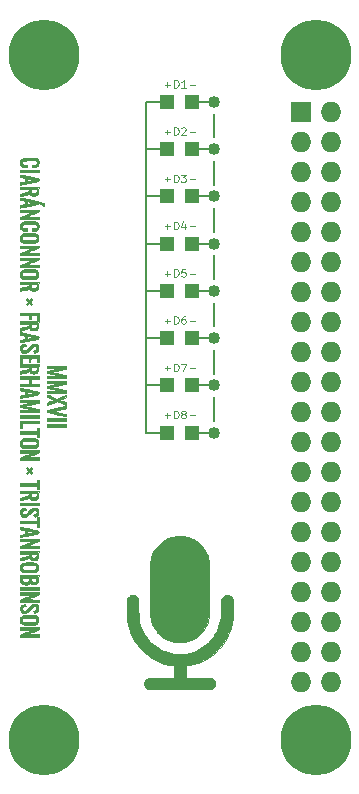
<source format=gts>
%TF.GenerationSoftware,KiCad,Pcbnew,(2017-03-19 revision 2637835)-master*%
%TF.CreationDate,2017-03-30T20:36:30+01:00*%
%TF.ProjectId,kicad-rtep-audio-spectrum-analyser,6B696361642D727465702D617564696F,1.0.0*%
%TF.FileFunction,Soldermask,Top*%
%TF.FilePolarity,Negative*%
%FSLAX46Y46*%
G04 Gerber Fmt 4.6, Leading zero omitted, Abs format (unit mm)*
G04 Created by KiCad (PCBNEW (2017-03-19 revision 2637835)-master) date Thursday, 30 March 2017 20:36:30*
%MOMM*%
%LPD*%
G01*
G04 APERTURE LIST*
%ADD10C,0.203200*%
%ADD11C,0.200000*%
%ADD12C,0.101600*%
%ADD13C,0.010000*%
%ADD14C,1.016000*%
%ADD15R,1.200000X1.200000*%
%ADD16C,1.624000*%
%ADD17C,6.000000*%
%ADD18O,1.727200X1.727200*%
%ADD19R,1.727200X1.727200*%
G04 APERTURE END LIST*
D10*
D11*
X1373000Y-3000000D02*
X2873000Y-3000000D01*
X1373000Y1000000D02*
X2873000Y1000000D01*
X1373000Y5000000D02*
X2873000Y5000000D01*
X1373000Y9000000D02*
X2873000Y9000000D01*
X1373000Y13000000D02*
X2873000Y13000000D01*
X1373000Y17000000D02*
X2873000Y17000000D01*
X1373000Y21000000D02*
X2873000Y21000000D01*
X1373000Y25000000D02*
X2873000Y25000000D01*
X2873000Y0D02*
X2873000Y-2000000D01*
X2873000Y4000000D02*
X2873000Y2000000D01*
X2873000Y8000000D02*
X2873000Y6000000D01*
X2873000Y12000000D02*
X2873000Y10000000D01*
X2873000Y16000000D02*
X2873000Y14000000D01*
X2873000Y20000000D02*
X2873000Y18000000D01*
X2873000Y24000000D02*
X2873000Y22000000D01*
X-2873000Y-3000000D02*
X-1373000Y-3000000D01*
X-2873000Y1000000D02*
X-1373000Y1000000D01*
X-2873000Y5000000D02*
X-1373000Y5000000D01*
X-2873000Y9000000D02*
X-1373000Y9000000D01*
X-2873000Y13000000D02*
X-1373000Y13000000D01*
X-2873000Y17000000D02*
X-1373000Y17000000D01*
X-2873000Y21000000D02*
X-1373000Y21000000D01*
X-2873000Y25000000D02*
X-1373000Y25000000D01*
X-2873000Y25000000D02*
X-2873000Y-3000000D01*
%TO.C,D1*%
D12*
X-468691Y26212739D02*
X-468691Y26847739D01*
X-317500Y26847739D01*
X-226786Y26817500D01*
X-166310Y26757024D01*
X-136072Y26696548D01*
X-105834Y26575596D01*
X-105834Y26484881D01*
X-136072Y26363929D01*
X-166310Y26303453D01*
X-226786Y26242977D01*
X-317500Y26212739D01*
X-468691Y26212739D01*
X498928Y26212739D02*
X136071Y26212739D01*
X317500Y26212739D02*
X317500Y26847739D01*
X257023Y26757024D01*
X196547Y26696548D01*
X136071Y26666310D01*
X856476Y26463715D02*
X1243523Y26463715D01*
X-1243524Y26463715D02*
X-856477Y26463715D01*
X-1050000Y26270191D02*
X-1050000Y26657239D01*
%TO.C,D2*%
X-468691Y22212739D02*
X-468691Y22847739D01*
X-317500Y22847739D01*
X-226786Y22817500D01*
X-166310Y22757024D01*
X-136072Y22696548D01*
X-105834Y22575596D01*
X-105834Y22484881D01*
X-136072Y22363929D01*
X-166310Y22303453D01*
X-226786Y22242977D01*
X-317500Y22212739D01*
X-468691Y22212739D01*
X136071Y22787262D02*
X166309Y22817500D01*
X226785Y22847739D01*
X377976Y22847739D01*
X438452Y22817500D01*
X468690Y22787262D01*
X498928Y22726786D01*
X498928Y22666310D01*
X468690Y22575596D01*
X105833Y22212739D01*
X498928Y22212739D01*
X856476Y22463715D02*
X1243523Y22463715D01*
X-1243524Y22463715D02*
X-856477Y22463715D01*
X-1050000Y22270191D02*
X-1050000Y22657239D01*
%TO.C,D3*%
X-468691Y18212739D02*
X-468691Y18847739D01*
X-317500Y18847739D01*
X-226786Y18817500D01*
X-166310Y18757024D01*
X-136072Y18696548D01*
X-105834Y18575596D01*
X-105834Y18484881D01*
X-136072Y18363929D01*
X-166310Y18303453D01*
X-226786Y18242977D01*
X-317500Y18212739D01*
X-468691Y18212739D01*
X105833Y18847739D02*
X498928Y18847739D01*
X287261Y18605834D01*
X377976Y18605834D01*
X438452Y18575596D01*
X468690Y18545358D01*
X498928Y18484881D01*
X498928Y18333691D01*
X468690Y18273215D01*
X438452Y18242977D01*
X377976Y18212739D01*
X196547Y18212739D01*
X136071Y18242977D01*
X105833Y18273215D01*
X856476Y18463715D02*
X1243523Y18463715D01*
X-1243524Y18463715D02*
X-856477Y18463715D01*
X-1050000Y18270191D02*
X-1050000Y18657239D01*
%TO.C,D4*%
X-468691Y14212739D02*
X-468691Y14847739D01*
X-317500Y14847739D01*
X-226786Y14817500D01*
X-166310Y14757024D01*
X-136072Y14696548D01*
X-105834Y14575596D01*
X-105834Y14484881D01*
X-136072Y14363929D01*
X-166310Y14303453D01*
X-226786Y14242977D01*
X-317500Y14212739D01*
X-468691Y14212739D01*
X438452Y14636072D02*
X438452Y14212739D01*
X287261Y14877977D02*
X136071Y14424405D01*
X529166Y14424405D01*
X856476Y14463715D02*
X1243523Y14463715D01*
X-1243524Y14463715D02*
X-856477Y14463715D01*
X-1050000Y14270191D02*
X-1050000Y14657239D01*
%TO.C,D5*%
X-468691Y10212739D02*
X-468691Y10847739D01*
X-317500Y10847739D01*
X-226786Y10817500D01*
X-166310Y10757024D01*
X-136072Y10696548D01*
X-105834Y10575596D01*
X-105834Y10484881D01*
X-136072Y10363929D01*
X-166310Y10303453D01*
X-226786Y10242977D01*
X-317500Y10212739D01*
X-468691Y10212739D01*
X468690Y10847739D02*
X166309Y10847739D01*
X136071Y10545358D01*
X166309Y10575596D01*
X226785Y10605834D01*
X377976Y10605834D01*
X438452Y10575596D01*
X468690Y10545358D01*
X498928Y10484881D01*
X498928Y10333691D01*
X468690Y10273215D01*
X438452Y10242977D01*
X377976Y10212739D01*
X226785Y10212739D01*
X166309Y10242977D01*
X136071Y10273215D01*
X856476Y10463715D02*
X1243523Y10463715D01*
X-1243524Y10463715D02*
X-856477Y10463715D01*
X-1050000Y10270191D02*
X-1050000Y10657239D01*
%TO.C,D6*%
X-468691Y6212739D02*
X-468691Y6847739D01*
X-317500Y6847739D01*
X-226786Y6817500D01*
X-166310Y6757024D01*
X-136072Y6696548D01*
X-105834Y6575596D01*
X-105834Y6484881D01*
X-136072Y6363929D01*
X-166310Y6303453D01*
X-226786Y6242977D01*
X-317500Y6212739D01*
X-468691Y6212739D01*
X438452Y6847739D02*
X317500Y6847739D01*
X257023Y6817500D01*
X226785Y6787262D01*
X166309Y6696548D01*
X136071Y6575596D01*
X136071Y6333691D01*
X166309Y6273215D01*
X196547Y6242977D01*
X257023Y6212739D01*
X377976Y6212739D01*
X438452Y6242977D01*
X468690Y6273215D01*
X498928Y6333691D01*
X498928Y6484881D01*
X468690Y6545358D01*
X438452Y6575596D01*
X377976Y6605834D01*
X257023Y6605834D01*
X196547Y6575596D01*
X166309Y6545358D01*
X136071Y6484881D01*
X856476Y6463715D02*
X1243523Y6463715D01*
X-1243524Y6463715D02*
X-856477Y6463715D01*
X-1050000Y6270191D02*
X-1050000Y6657239D01*
%TO.C,D7*%
X-468691Y2212739D02*
X-468691Y2847739D01*
X-317500Y2847739D01*
X-226786Y2817500D01*
X-166310Y2757024D01*
X-136072Y2696548D01*
X-105834Y2575596D01*
X-105834Y2484881D01*
X-136072Y2363929D01*
X-166310Y2303453D01*
X-226786Y2242977D01*
X-317500Y2212739D01*
X-468691Y2212739D01*
X105833Y2847739D02*
X529166Y2847739D01*
X257023Y2212739D01*
X856476Y2463715D02*
X1243523Y2463715D01*
X-1243524Y2463715D02*
X-856477Y2463715D01*
X-1050000Y2270191D02*
X-1050000Y2657239D01*
%TO.C,D8*%
X-468691Y-1787261D02*
X-468691Y-1152261D01*
X-317500Y-1152261D01*
X-226786Y-1182500D01*
X-166310Y-1242976D01*
X-136072Y-1303452D01*
X-105834Y-1424404D01*
X-105834Y-1515119D01*
X-136072Y-1636071D01*
X-166310Y-1696547D01*
X-226786Y-1757023D01*
X-317500Y-1787261D01*
X-468691Y-1787261D01*
X257023Y-1424404D02*
X196547Y-1394166D01*
X166309Y-1363928D01*
X136071Y-1303452D01*
X136071Y-1273214D01*
X166309Y-1212738D01*
X196547Y-1182500D01*
X257023Y-1152261D01*
X377976Y-1152261D01*
X438452Y-1182500D01*
X468690Y-1212738D01*
X498928Y-1273214D01*
X498928Y-1303452D01*
X468690Y-1363928D01*
X438452Y-1394166D01*
X377976Y-1424404D01*
X257023Y-1424404D01*
X196547Y-1454642D01*
X166309Y-1484880D01*
X136071Y-1545357D01*
X136071Y-1666309D01*
X166309Y-1726785D01*
X196547Y-1757023D01*
X257023Y-1787261D01*
X377976Y-1787261D01*
X438452Y-1757023D01*
X468690Y-1726785D01*
X498928Y-1666309D01*
X498928Y-1545357D01*
X468690Y-1484880D01*
X438452Y-1454642D01*
X377976Y-1424404D01*
X856476Y-1536285D02*
X1243523Y-1536285D01*
X-1243524Y-1536285D02*
X-856477Y-1536285D01*
X-1050000Y-1729809D02*
X-1050000Y-1342761D01*
D13*
%TO.C,G\002A\002A\002A*%
G36*
X-11222909Y-2493818D02*
X-11222909Y-2286000D01*
X-9652727Y-2286000D01*
X-9652727Y-2493818D01*
X-11222909Y-2493818D01*
X-11222909Y-2493818D01*
G37*
X-11222909Y-2493818D02*
X-11222909Y-2286000D01*
X-9652727Y-2286000D01*
X-9652727Y-2493818D01*
X-11222909Y-2493818D01*
G36*
X-11222909Y-2008909D02*
X-11222909Y-1801091D01*
X-9652727Y-1801091D01*
X-9652727Y-2008909D01*
X-11222909Y-2008909D01*
X-11222909Y-2008909D01*
G37*
X-11222909Y-2008909D02*
X-11222909Y-1801091D01*
X-9652727Y-1801091D01*
X-9652727Y-2008909D01*
X-11222909Y-2008909D01*
G36*
X-9659111Y-1587097D02*
X-9677581Y-1615251D01*
X-9681591Y-1615733D01*
X-9710336Y-1610714D01*
X-9778644Y-1596759D01*
X-9881016Y-1575052D01*
X-10011954Y-1546777D01*
X-10165961Y-1513118D01*
X-10337540Y-1475261D01*
X-10460909Y-1447843D01*
X-11211363Y-1280585D01*
X-11218368Y-1184876D01*
X-11218568Y-1119967D01*
X-11203940Y-1087064D01*
X-11183732Y-1076475D01*
X-11152419Y-1068727D01*
X-11083436Y-1052732D01*
X-10983230Y-1029924D01*
X-10858250Y-1001735D01*
X-10714942Y-969598D01*
X-10559756Y-934945D01*
X-10399138Y-899209D01*
X-10239537Y-863822D01*
X-10087399Y-830217D01*
X-9949174Y-799826D01*
X-9831309Y-774082D01*
X-9740252Y-754418D01*
X-9682450Y-742265D01*
X-9664349Y-738909D01*
X-9657344Y-759535D01*
X-9653205Y-811583D01*
X-9652727Y-840315D01*
X-9656436Y-905838D01*
X-9671769Y-939370D01*
X-9704681Y-954707D01*
X-9741975Y-963230D01*
X-9817048Y-979762D01*
X-9922512Y-1002699D01*
X-10050977Y-1030435D01*
X-10195053Y-1061366D01*
X-10252063Y-1073561D01*
X-10396720Y-1104710D01*
X-10525358Y-1132862D01*
X-10631397Y-1156539D01*
X-10708256Y-1174264D01*
X-10749356Y-1184561D01*
X-10754402Y-1186342D01*
X-10734749Y-1192654D01*
X-10675844Y-1206745D01*
X-10583709Y-1227293D01*
X-10464370Y-1252975D01*
X-10323848Y-1282469D01*
X-10207021Y-1306532D01*
X-9652727Y-1419809D01*
X-9652727Y-1518086D01*
X-9659111Y-1587097D01*
X-9659111Y-1587097D01*
G37*
X-9659111Y-1587097D02*
X-9677581Y-1615251D01*
X-9681591Y-1615733D01*
X-9710336Y-1610714D01*
X-9778644Y-1596759D01*
X-9881016Y-1575052D01*
X-10011954Y-1546777D01*
X-10165961Y-1513118D01*
X-10337540Y-1475261D01*
X-10460909Y-1447843D01*
X-11211363Y-1280585D01*
X-11218368Y-1184876D01*
X-11218568Y-1119967D01*
X-11203940Y-1087064D01*
X-11183732Y-1076475D01*
X-11152419Y-1068727D01*
X-11083436Y-1052732D01*
X-10983230Y-1029924D01*
X-10858250Y-1001735D01*
X-10714942Y-969598D01*
X-10559756Y-934945D01*
X-10399138Y-899209D01*
X-10239537Y-863822D01*
X-10087399Y-830217D01*
X-9949174Y-799826D01*
X-9831309Y-774082D01*
X-9740252Y-754418D01*
X-9682450Y-742265D01*
X-9664349Y-738909D01*
X-9657344Y-759535D01*
X-9653205Y-811583D01*
X-9652727Y-840315D01*
X-9656436Y-905838D01*
X-9671769Y-939370D01*
X-9704681Y-954707D01*
X-9741975Y-963230D01*
X-9817048Y-979762D01*
X-9922512Y-1002699D01*
X-10050977Y-1030435D01*
X-10195053Y-1061366D01*
X-10252063Y-1073561D01*
X-10396720Y-1104710D01*
X-10525358Y-1132862D01*
X-10631397Y-1156539D01*
X-10708256Y-1174264D01*
X-10749356Y-1184561D01*
X-10754402Y-1186342D01*
X-10734749Y-1192654D01*
X-10675844Y-1206745D01*
X-10583709Y-1227293D01*
X-10464370Y-1252975D01*
X-10323848Y-1282469D01*
X-10207021Y-1306532D01*
X-9652727Y-1419809D01*
X-9652727Y-1518086D01*
X-9659111Y-1587097D01*
G36*
X-9664272Y-9523D02*
X-9912193Y-116061D01*
X-10010686Y-158956D01*
X-10092863Y-195821D01*
X-10149826Y-222589D01*
X-10172456Y-234941D01*
X-10157042Y-247261D01*
X-10106035Y-271946D01*
X-10027219Y-305520D01*
X-9928383Y-344509D01*
X-9918762Y-348169D01*
X-9652727Y-449054D01*
X-9652727Y-547800D01*
X-9657115Y-607959D01*
X-9668156Y-642944D01*
X-9673782Y-646546D01*
X-9701107Y-637859D01*
X-9763253Y-613829D01*
X-9852680Y-577504D01*
X-9961846Y-531930D01*
X-10045272Y-496455D01*
X-10163841Y-446232D01*
X-10268046Y-403149D01*
X-10350306Y-370257D01*
X-10403041Y-350607D01*
X-10418269Y-346364D01*
X-10445882Y-355057D01*
X-10508609Y-379185D01*
X-10599188Y-415816D01*
X-10710360Y-462021D01*
X-10818818Y-508000D01*
X-10941265Y-560063D01*
X-11048652Y-605155D01*
X-11133942Y-640367D01*
X-11190098Y-662791D01*
X-11209857Y-669637D01*
X-11217730Y-649015D01*
X-11222377Y-596990D01*
X-11222909Y-568453D01*
X-11222909Y-467270D01*
X-10951591Y-350680D01*
X-10850525Y-305598D01*
X-10767898Y-265575D01*
X-10711401Y-234575D01*
X-10688723Y-216562D01*
X-10688733Y-215181D01*
X-10712511Y-200209D01*
X-10770937Y-173503D01*
X-10855167Y-138872D01*
X-10954278Y-100891D01*
X-11211363Y-5508D01*
X-11218401Y101155D01*
X-11220971Y164012D01*
X-11219496Y202331D01*
X-11217281Y207818D01*
X-11194326Y199614D01*
X-11135341Y176785D01*
X-11047113Y142007D01*
X-10936432Y97958D01*
X-10810084Y47313D01*
X-10806381Y45823D01*
X-10403639Y-116172D01*
X-10207137Y-31702D01*
X-10090076Y18584D01*
X-9961169Y73905D01*
X-9845590Y123458D01*
X-9830430Y129953D01*
X-9650224Y207137D01*
X-9664272Y-9523D01*
X-9664272Y-9523D01*
G37*
X-9664272Y-9523D02*
X-9912193Y-116061D01*
X-10010686Y-158956D01*
X-10092863Y-195821D01*
X-10149826Y-222589D01*
X-10172456Y-234941D01*
X-10157042Y-247261D01*
X-10106035Y-271946D01*
X-10027219Y-305520D01*
X-9928383Y-344509D01*
X-9918762Y-348169D01*
X-9652727Y-449054D01*
X-9652727Y-547800D01*
X-9657115Y-607959D01*
X-9668156Y-642944D01*
X-9673782Y-646546D01*
X-9701107Y-637859D01*
X-9763253Y-613829D01*
X-9852680Y-577504D01*
X-9961846Y-531930D01*
X-10045272Y-496455D01*
X-10163841Y-446232D01*
X-10268046Y-403149D01*
X-10350306Y-370257D01*
X-10403041Y-350607D01*
X-10418269Y-346364D01*
X-10445882Y-355057D01*
X-10508609Y-379185D01*
X-10599188Y-415816D01*
X-10710360Y-462021D01*
X-10818818Y-508000D01*
X-10941265Y-560063D01*
X-11048652Y-605155D01*
X-11133942Y-640367D01*
X-11190098Y-662791D01*
X-11209857Y-669637D01*
X-11217730Y-649015D01*
X-11222377Y-596990D01*
X-11222909Y-568453D01*
X-11222909Y-467270D01*
X-10951591Y-350680D01*
X-10850525Y-305598D01*
X-10767898Y-265575D01*
X-10711401Y-234575D01*
X-10688723Y-216562D01*
X-10688733Y-215181D01*
X-10712511Y-200209D01*
X-10770937Y-173503D01*
X-10855167Y-138872D01*
X-10954278Y-100891D01*
X-11211363Y-5508D01*
X-11218401Y101155D01*
X-11220971Y164012D01*
X-11219496Y202331D01*
X-11217281Y207818D01*
X-11194326Y199614D01*
X-11135341Y176785D01*
X-11047113Y142007D01*
X-10936432Y97958D01*
X-10810084Y47313D01*
X-10806381Y45823D01*
X-10403639Y-116172D01*
X-10207137Y-31702D01*
X-10090076Y18584D01*
X-9961169Y73905D01*
X-9845590Y123458D01*
X-9830430Y129953D01*
X-9650224Y207137D01*
X-9664272Y-9523D01*
G36*
X-10212681Y1017285D02*
X-10406575Y975435D01*
X-10559766Y942363D01*
X-10676656Y916930D01*
X-10761646Y897993D01*
X-10819138Y884413D01*
X-10853532Y875046D01*
X-10869231Y868753D01*
X-10870636Y864392D01*
X-10862148Y860822D01*
X-10848168Y856902D01*
X-10840581Y854485D01*
X-10806335Y845433D01*
X-10733580Y828238D01*
X-10628970Y804404D01*
X-10499161Y775432D01*
X-10350807Y742825D01*
X-10224227Y715343D01*
X-9652727Y591933D01*
X-9652727Y369454D01*
X-10039500Y369384D01*
X-10208296Y368310D01*
X-10402133Y365415D01*
X-10599921Y361107D01*
X-10780572Y355793D01*
X-10824591Y354204D01*
X-11222909Y339094D01*
X-11222909Y531091D01*
X-10687969Y531091D01*
X-10537361Y531680D01*
X-10404384Y533333D01*
X-10295232Y535879D01*
X-10216099Y539146D01*
X-10173180Y542963D01*
X-10167424Y545485D01*
X-10193145Y554591D01*
X-10257367Y572233D01*
X-10353544Y596762D01*
X-10475133Y626531D01*
X-10615590Y659892D01*
X-10696591Y678731D01*
X-11211363Y797582D01*
X-11211363Y933548D01*
X-10698764Y1050570D01*
X-10550984Y1084846D01*
X-10418429Y1116620D01*
X-10307702Y1144224D01*
X-10225405Y1165991D01*
X-10178142Y1180255D01*
X-10169598Y1184159D01*
X-10186790Y1188840D01*
X-10244003Y1193008D01*
X-10335077Y1196467D01*
X-10453851Y1199020D01*
X-10594166Y1200469D01*
X-10687969Y1200727D01*
X-11222909Y1200727D01*
X-11222909Y1392772D01*
X-10768923Y1377568D01*
X-10598801Y1372506D01*
X-10416453Y1368158D01*
X-10237579Y1364828D01*
X-10077880Y1362820D01*
X-9983832Y1362363D01*
X-9652727Y1362363D01*
X-9652727Y1138305D01*
X-10212681Y1017285D01*
X-10212681Y1017285D01*
G37*
X-10212681Y1017285D02*
X-10406575Y975435D01*
X-10559766Y942363D01*
X-10676656Y916930D01*
X-10761646Y897993D01*
X-10819138Y884413D01*
X-10853532Y875046D01*
X-10869231Y868753D01*
X-10870636Y864392D01*
X-10862148Y860822D01*
X-10848168Y856902D01*
X-10840581Y854485D01*
X-10806335Y845433D01*
X-10733580Y828238D01*
X-10628970Y804404D01*
X-10499161Y775432D01*
X-10350807Y742825D01*
X-10224227Y715343D01*
X-9652727Y591933D01*
X-9652727Y369454D01*
X-10039500Y369384D01*
X-10208296Y368310D01*
X-10402133Y365415D01*
X-10599921Y361107D01*
X-10780572Y355793D01*
X-10824591Y354204D01*
X-11222909Y339094D01*
X-11222909Y531091D01*
X-10687969Y531091D01*
X-10537361Y531680D01*
X-10404384Y533333D01*
X-10295232Y535879D01*
X-10216099Y539146D01*
X-10173180Y542963D01*
X-10167424Y545485D01*
X-10193145Y554591D01*
X-10257367Y572233D01*
X-10353544Y596762D01*
X-10475133Y626531D01*
X-10615590Y659892D01*
X-10696591Y678731D01*
X-11211363Y797582D01*
X-11211363Y933548D01*
X-10698764Y1050570D01*
X-10550984Y1084846D01*
X-10418429Y1116620D01*
X-10307702Y1144224D01*
X-10225405Y1165991D01*
X-10178142Y1180255D01*
X-10169598Y1184159D01*
X-10186790Y1188840D01*
X-10244003Y1193008D01*
X-10335077Y1196467D01*
X-10453851Y1199020D01*
X-10594166Y1200469D01*
X-10687969Y1200727D01*
X-11222909Y1200727D01*
X-11222909Y1392772D01*
X-10768923Y1377568D01*
X-10598801Y1372506D01*
X-10416453Y1368158D01*
X-10237579Y1364828D01*
X-10077880Y1362820D01*
X-9983832Y1362363D01*
X-9652727Y1362363D01*
X-9652727Y1138305D01*
X-10212681Y1017285D01*
G36*
X-10212681Y2287285D02*
X-10406575Y2245435D01*
X-10559766Y2212363D01*
X-10676656Y2186930D01*
X-10761646Y2167993D01*
X-10819138Y2154413D01*
X-10853532Y2145046D01*
X-10869231Y2138753D01*
X-10870636Y2134392D01*
X-10862148Y2130822D01*
X-10848168Y2126902D01*
X-10840581Y2124485D01*
X-10806335Y2115433D01*
X-10733580Y2098238D01*
X-10628970Y2074404D01*
X-10499161Y2045432D01*
X-10350807Y2012825D01*
X-10224227Y1985343D01*
X-9652727Y1861933D01*
X-9652727Y1639454D01*
X-10039500Y1639384D01*
X-10208296Y1638310D01*
X-10402133Y1635415D01*
X-10599921Y1631107D01*
X-10780572Y1625793D01*
X-10824591Y1624204D01*
X-11222909Y1609094D01*
X-11222909Y1801091D01*
X-10687969Y1801091D01*
X-10537361Y1801680D01*
X-10404384Y1803333D01*
X-10295232Y1805879D01*
X-10216099Y1809146D01*
X-10173180Y1812963D01*
X-10167424Y1815485D01*
X-10193145Y1824591D01*
X-10257367Y1842233D01*
X-10353544Y1866762D01*
X-10475133Y1896531D01*
X-10615590Y1929892D01*
X-10696591Y1948731D01*
X-11211363Y2067582D01*
X-11211363Y2203548D01*
X-10698764Y2320570D01*
X-10550984Y2354846D01*
X-10418429Y2386620D01*
X-10307702Y2414224D01*
X-10225405Y2435991D01*
X-10178142Y2450255D01*
X-10169598Y2454159D01*
X-10186790Y2458840D01*
X-10244003Y2463008D01*
X-10335077Y2466467D01*
X-10453851Y2469020D01*
X-10594166Y2470469D01*
X-10687969Y2470727D01*
X-11222909Y2470727D01*
X-11222909Y2662772D01*
X-10768923Y2647568D01*
X-10598801Y2642506D01*
X-10416453Y2638158D01*
X-10237579Y2634828D01*
X-10077880Y2632820D01*
X-9983832Y2632363D01*
X-9652727Y2632363D01*
X-9652727Y2408305D01*
X-10212681Y2287285D01*
X-10212681Y2287285D01*
G37*
X-10212681Y2287285D02*
X-10406575Y2245435D01*
X-10559766Y2212363D01*
X-10676656Y2186930D01*
X-10761646Y2167993D01*
X-10819138Y2154413D01*
X-10853532Y2145046D01*
X-10869231Y2138753D01*
X-10870636Y2134392D01*
X-10862148Y2130822D01*
X-10848168Y2126902D01*
X-10840581Y2124485D01*
X-10806335Y2115433D01*
X-10733580Y2098238D01*
X-10628970Y2074404D01*
X-10499161Y2045432D01*
X-10350807Y2012825D01*
X-10224227Y1985343D01*
X-9652727Y1861933D01*
X-9652727Y1639454D01*
X-10039500Y1639384D01*
X-10208296Y1638310D01*
X-10402133Y1635415D01*
X-10599921Y1631107D01*
X-10780572Y1625793D01*
X-10824591Y1624204D01*
X-11222909Y1609094D01*
X-11222909Y1801091D01*
X-10687969Y1801091D01*
X-10537361Y1801680D01*
X-10404384Y1803333D01*
X-10295232Y1805879D01*
X-10216099Y1809146D01*
X-10173180Y1812963D01*
X-10167424Y1815485D01*
X-10193145Y1824591D01*
X-10257367Y1842233D01*
X-10353544Y1866762D01*
X-10475133Y1896531D01*
X-10615590Y1929892D01*
X-10696591Y1948731D01*
X-11211363Y2067582D01*
X-11211363Y2203548D01*
X-10698764Y2320570D01*
X-10550984Y2354846D01*
X-10418429Y2386620D01*
X-10307702Y2414224D01*
X-10225405Y2435991D01*
X-10178142Y2450255D01*
X-10169598Y2454159D01*
X-10186790Y2458840D01*
X-10244003Y2463008D01*
X-10335077Y2466467D01*
X-10453851Y2469020D01*
X-10594166Y2470469D01*
X-10687969Y2470727D01*
X-11222909Y2470727D01*
X-11222909Y2662772D01*
X-10768923Y2647568D01*
X-10598801Y2642506D01*
X-10416453Y2638158D01*
X-10237579Y2634828D01*
X-10077880Y2632820D01*
X-9983832Y2632363D01*
X-9652727Y2632363D01*
X-9652727Y2408305D01*
X-10212681Y2287285D01*
G36*
X-11654485Y16291189D02*
X-11750075Y16344739D01*
X-11812147Y16382725D01*
X-11847904Y16411369D01*
X-11864547Y16436895D01*
X-11869279Y16465526D01*
X-11869454Y16476946D01*
X-11869454Y16530601D01*
X-11748227Y16494131D01*
X-11667908Y16470258D01*
X-11597083Y16449690D01*
X-11569272Y16441875D01*
X-11533343Y16425741D01*
X-11514467Y16393754D01*
X-11505583Y16332126D01*
X-11504395Y16315195D01*
X-11497244Y16204302D01*
X-11654485Y16291189D01*
X-11654485Y16291189D01*
G37*
X-11654485Y16291189D02*
X-11750075Y16344739D01*
X-11812147Y16382725D01*
X-11847904Y16411369D01*
X-11864547Y16436895D01*
X-11869279Y16465526D01*
X-11869454Y16476946D01*
X-11869454Y16530601D01*
X-11748227Y16494131D01*
X-11667908Y16470258D01*
X-11597083Y16449690D01*
X-11569272Y16441875D01*
X-11533343Y16425741D01*
X-11514467Y16393754D01*
X-11505583Y16332126D01*
X-11504395Y16315195D01*
X-11497244Y16204302D01*
X-11654485Y16291189D01*
G36*
X-12540870Y-6431548D02*
X-12598597Y-6489275D01*
X-12677413Y-6407957D01*
X-12756230Y-6326639D01*
X-12843588Y-6411942D01*
X-12930946Y-6497244D01*
X-12989412Y-6442318D01*
X-13047879Y-6387391D01*
X-12961980Y-6299423D01*
X-12876082Y-6211455D01*
X-12961980Y-6123487D01*
X-13047879Y-6035518D01*
X-12989412Y-5980592D01*
X-12930946Y-5925665D01*
X-12756230Y-6096271D01*
X-12677413Y-6014952D01*
X-12598597Y-5933634D01*
X-12540870Y-5991362D01*
X-12483142Y-6049089D01*
X-12561828Y-6130272D01*
X-12640513Y-6211455D01*
X-12561828Y-6292638D01*
X-12483142Y-6373821D01*
X-12540870Y-6431548D01*
X-12540870Y-6431548D01*
G37*
X-12540870Y-6431548D02*
X-12598597Y-6489275D01*
X-12677413Y-6407957D01*
X-12756230Y-6326639D01*
X-12843588Y-6411942D01*
X-12930946Y-6497244D01*
X-12989412Y-6442318D01*
X-13047879Y-6387391D01*
X-12961980Y-6299423D01*
X-12876082Y-6211455D01*
X-12961980Y-6123487D01*
X-13047879Y-6035518D01*
X-12989412Y-5980592D01*
X-12930946Y-5925665D01*
X-12756230Y-6096271D01*
X-12677413Y-6014952D01*
X-12598597Y-5933634D01*
X-12540870Y-5991362D01*
X-12483142Y-6049089D01*
X-12561828Y-6130272D01*
X-12640513Y-6211455D01*
X-12561828Y-6292638D01*
X-12483142Y-6373821D01*
X-12540870Y-6431548D01*
G36*
X-12540870Y7861725D02*
X-12598597Y7803998D01*
X-12677413Y7885316D01*
X-12756230Y7966634D01*
X-12843588Y7881331D01*
X-12930946Y7796029D01*
X-12989412Y7850955D01*
X-13047879Y7905882D01*
X-12961980Y7993850D01*
X-12876082Y8081818D01*
X-12961980Y8169786D01*
X-13047879Y8257754D01*
X-12989412Y8312681D01*
X-12930946Y8367607D01*
X-12843588Y8282305D01*
X-12756230Y8197002D01*
X-12677413Y8278320D01*
X-12598597Y8359638D01*
X-12540870Y8301911D01*
X-12483142Y8244184D01*
X-12561828Y8163001D01*
X-12640513Y8081818D01*
X-12561828Y8000635D01*
X-12483142Y7919452D01*
X-12540870Y7861725D01*
X-12540870Y7861725D01*
G37*
X-12540870Y7861725D02*
X-12598597Y7803998D01*
X-12677413Y7885316D01*
X-12756230Y7966634D01*
X-12843588Y7881331D01*
X-12930946Y7796029D01*
X-12989412Y7850955D01*
X-13047879Y7905882D01*
X-12961980Y7993850D01*
X-12876082Y8081818D01*
X-12961980Y8169786D01*
X-13047879Y8257754D01*
X-12989412Y8312681D01*
X-12930946Y8367607D01*
X-12843588Y8282305D01*
X-12756230Y8197002D01*
X-12677413Y8278320D01*
X-12598597Y8359638D01*
X-12540870Y8301911D01*
X-12483142Y8244184D01*
X-12561828Y8163001D01*
X-12640513Y8081818D01*
X-12561828Y8000635D01*
X-12483142Y7919452D01*
X-12540870Y7861725D01*
G36*
X-12429409Y-19845494D02*
X-12566926Y-19904970D01*
X-12690449Y-19959408D01*
X-12793520Y-20005878D01*
X-12869680Y-20041452D01*
X-12912471Y-20063199D01*
X-12918936Y-20067503D01*
X-12904575Y-20074919D01*
X-12847174Y-20080930D01*
X-12749857Y-20085392D01*
X-12615749Y-20088160D01*
X-12451345Y-20089091D01*
X-11961818Y-20089091D01*
X-11961818Y-20273818D01*
X-13532000Y-20273818D01*
X-13531710Y-20123728D01*
X-13033434Y-19915909D01*
X-12891901Y-19856356D01*
X-12765057Y-19801982D01*
X-12658994Y-19755483D01*
X-12579806Y-19719552D01*
X-12533585Y-19696882D01*
X-12524216Y-19690773D01*
X-12542940Y-19685760D01*
X-12601450Y-19681316D01*
X-12693351Y-19677664D01*
X-12812249Y-19675026D01*
X-12951749Y-19673624D01*
X-13022637Y-19673455D01*
X-13532000Y-19673455D01*
X-13532000Y-19488728D01*
X-11961818Y-19488728D01*
X-11961818Y-19645073D01*
X-12429409Y-19845494D01*
X-12429409Y-19845494D01*
G37*
X-12429409Y-19845494D02*
X-12566926Y-19904970D01*
X-12690449Y-19959408D01*
X-12793520Y-20005878D01*
X-12869680Y-20041452D01*
X-12912471Y-20063199D01*
X-12918936Y-20067503D01*
X-12904575Y-20074919D01*
X-12847174Y-20080930D01*
X-12749857Y-20085392D01*
X-12615749Y-20088160D01*
X-12451345Y-20089091D01*
X-11961818Y-20089091D01*
X-11961818Y-20273818D01*
X-13532000Y-20273818D01*
X-13531710Y-20123728D01*
X-13033434Y-19915909D01*
X-12891901Y-19856356D01*
X-12765057Y-19801982D01*
X-12658994Y-19755483D01*
X-12579806Y-19719552D01*
X-12533585Y-19696882D01*
X-12524216Y-19690773D01*
X-12542940Y-19685760D01*
X-12601450Y-19681316D01*
X-12693351Y-19677664D01*
X-12812249Y-19675026D01*
X-12951749Y-19673624D01*
X-13022637Y-19673455D01*
X-13532000Y-19673455D01*
X-13532000Y-19488728D01*
X-11961818Y-19488728D01*
X-11961818Y-19645073D01*
X-12429409Y-19845494D01*
G36*
X-12058099Y-19154294D02*
X-12108142Y-19195633D01*
X-12161109Y-19227279D01*
X-12223634Y-19250326D01*
X-12302354Y-19265865D01*
X-12403904Y-19274988D01*
X-12534919Y-19278786D01*
X-12702034Y-19278351D01*
X-12802965Y-19276857D01*
X-12975023Y-19273233D01*
X-13107908Y-19268061D01*
X-13208629Y-19259794D01*
X-13284195Y-19246882D01*
X-13341615Y-19227779D01*
X-13387897Y-19200937D01*
X-13430052Y-19164808D01*
X-13462727Y-19131166D01*
X-13492247Y-19094101D01*
X-13510334Y-19052009D01*
X-13520253Y-18991935D01*
X-13525274Y-18900925D01*
X-13525896Y-18880745D01*
X-13526012Y-18785988D01*
X-13521429Y-18704416D01*
X-13513091Y-18650805D01*
X-13510760Y-18644026D01*
X-13464883Y-18579334D01*
X-13390492Y-18515988D01*
X-13303871Y-18466545D01*
X-13259964Y-18450653D01*
X-13202688Y-18441772D01*
X-13109021Y-18435027D01*
X-12988704Y-18430412D01*
X-12851479Y-18427917D01*
X-12749774Y-18427650D01*
X-12749774Y-18669000D01*
X-12919723Y-18669098D01*
X-13049506Y-18669772D01*
X-13145137Y-18671590D01*
X-13212630Y-18675120D01*
X-13258001Y-18680933D01*
X-13287264Y-18689596D01*
X-13306434Y-18701679D01*
X-13321526Y-18717750D01*
X-13326222Y-18723513D01*
X-13358137Y-18786463D01*
X-13370363Y-18853728D01*
X-13356639Y-18925410D01*
X-13326222Y-18983942D01*
X-13311177Y-19001338D01*
X-13293883Y-19014573D01*
X-13268325Y-19024216D01*
X-13228488Y-19030835D01*
X-13168357Y-19034999D01*
X-13081917Y-19037278D01*
X-12963154Y-19038239D01*
X-12806052Y-19038452D01*
X-12749774Y-19038455D01*
X-12565633Y-19038153D01*
X-12422507Y-19036211D01*
X-12315229Y-19031077D01*
X-12238631Y-19021199D01*
X-12187547Y-19005023D01*
X-12156808Y-18980998D01*
X-12141249Y-18947570D01*
X-12135702Y-18903186D01*
X-12135000Y-18853728D01*
X-12136005Y-18798397D01*
X-12142467Y-18755391D01*
X-12159552Y-18723156D01*
X-12192427Y-18700139D01*
X-12246260Y-18684790D01*
X-12326217Y-18675553D01*
X-12437466Y-18670878D01*
X-12585174Y-18669211D01*
X-12749774Y-18669000D01*
X-12749774Y-18427650D01*
X-12707085Y-18427537D01*
X-12565265Y-18429263D01*
X-12435759Y-18433088D01*
X-12328309Y-18439004D01*
X-12252655Y-18447004D01*
X-12230956Y-18451453D01*
X-12158416Y-18483067D01*
X-12082040Y-18533073D01*
X-12057774Y-18553459D01*
X-11973363Y-18630815D01*
X-11973363Y-19076640D01*
X-12058099Y-19154294D01*
X-12058099Y-19154294D01*
G37*
X-12058099Y-19154294D02*
X-12108142Y-19195633D01*
X-12161109Y-19227279D01*
X-12223634Y-19250326D01*
X-12302354Y-19265865D01*
X-12403904Y-19274988D01*
X-12534919Y-19278786D01*
X-12702034Y-19278351D01*
X-12802965Y-19276857D01*
X-12975023Y-19273233D01*
X-13107908Y-19268061D01*
X-13208629Y-19259794D01*
X-13284195Y-19246882D01*
X-13341615Y-19227779D01*
X-13387897Y-19200937D01*
X-13430052Y-19164808D01*
X-13462727Y-19131166D01*
X-13492247Y-19094101D01*
X-13510334Y-19052009D01*
X-13520253Y-18991935D01*
X-13525274Y-18900925D01*
X-13525896Y-18880745D01*
X-13526012Y-18785988D01*
X-13521429Y-18704416D01*
X-13513091Y-18650805D01*
X-13510760Y-18644026D01*
X-13464883Y-18579334D01*
X-13390492Y-18515988D01*
X-13303871Y-18466545D01*
X-13259964Y-18450653D01*
X-13202688Y-18441772D01*
X-13109021Y-18435027D01*
X-12988704Y-18430412D01*
X-12851479Y-18427917D01*
X-12749774Y-18427650D01*
X-12749774Y-18669000D01*
X-12919723Y-18669098D01*
X-13049506Y-18669772D01*
X-13145137Y-18671590D01*
X-13212630Y-18675120D01*
X-13258001Y-18680933D01*
X-13287264Y-18689596D01*
X-13306434Y-18701679D01*
X-13321526Y-18717750D01*
X-13326222Y-18723513D01*
X-13358137Y-18786463D01*
X-13370363Y-18853728D01*
X-13356639Y-18925410D01*
X-13326222Y-18983942D01*
X-13311177Y-19001338D01*
X-13293883Y-19014573D01*
X-13268325Y-19024216D01*
X-13228488Y-19030835D01*
X-13168357Y-19034999D01*
X-13081917Y-19037278D01*
X-12963154Y-19038239D01*
X-12806052Y-19038452D01*
X-12749774Y-19038455D01*
X-12565633Y-19038153D01*
X-12422507Y-19036211D01*
X-12315229Y-19031077D01*
X-12238631Y-19021199D01*
X-12187547Y-19005023D01*
X-12156808Y-18980998D01*
X-12141249Y-18947570D01*
X-12135702Y-18903186D01*
X-12135000Y-18853728D01*
X-12136005Y-18798397D01*
X-12142467Y-18755391D01*
X-12159552Y-18723156D01*
X-12192427Y-18700139D01*
X-12246260Y-18684790D01*
X-12326217Y-18675553D01*
X-12437466Y-18670878D01*
X-12585174Y-18669211D01*
X-12749774Y-18669000D01*
X-12749774Y-18427650D01*
X-12707085Y-18427537D01*
X-12565265Y-18429263D01*
X-12435759Y-18433088D01*
X-12328309Y-18439004D01*
X-12252655Y-18447004D01*
X-12230956Y-18451453D01*
X-12158416Y-18483067D01*
X-12082040Y-18533073D01*
X-12057774Y-18553459D01*
X-11973363Y-18630815D01*
X-11973363Y-19076640D01*
X-12058099Y-19154294D01*
G36*
X-11981800Y-18034681D02*
X-12018088Y-18124088D01*
X-12081465Y-18189103D01*
X-12163122Y-18233249D01*
X-12261774Y-18263145D01*
X-12332198Y-18256646D01*
X-12374633Y-18213722D01*
X-12378026Y-18205679D01*
X-12397695Y-18137249D01*
X-12388294Y-18097407D01*
X-12345520Y-18075762D01*
X-12322069Y-18070600D01*
X-12222254Y-18035869D01*
X-12156032Y-17979473D01*
X-12126780Y-17908108D01*
X-12137874Y-17828471D01*
X-12171312Y-17771569D01*
X-12223689Y-17725575D01*
X-12293178Y-17710869D01*
X-12303504Y-17710728D01*
X-12338572Y-17713303D01*
X-12372150Y-17724354D01*
X-12410690Y-17748866D01*
X-12460644Y-17791825D01*
X-12528462Y-17858218D01*
X-12620598Y-17953030D01*
X-12630874Y-17963720D01*
X-12745865Y-18080239D01*
X-12839264Y-18165636D01*
X-12918762Y-18224499D01*
X-12992052Y-18261415D01*
X-13066823Y-18280973D01*
X-13150767Y-18287761D01*
X-13174496Y-18288000D01*
X-13310641Y-18272981D01*
X-13413060Y-18227001D01*
X-13483093Y-18148674D01*
X-13522082Y-18036612D01*
X-13531827Y-17918546D01*
X-13525256Y-17807819D01*
X-13503601Y-17727186D01*
X-13486637Y-17694341D01*
X-13417782Y-17619799D01*
X-13316030Y-17558980D01*
X-13194234Y-17519333D01*
X-13179701Y-17516500D01*
X-13121441Y-17509496D01*
X-13090827Y-17521297D01*
X-13070884Y-17558801D01*
X-13070019Y-17561063D01*
X-13048147Y-17643139D01*
X-13056129Y-17693750D01*
X-13092805Y-17710728D01*
X-13168248Y-17723811D01*
X-13247464Y-17757041D01*
X-13312902Y-17801383D01*
X-13344137Y-17840067D01*
X-13368238Y-17931588D01*
X-13351364Y-18004255D01*
X-13296114Y-18054515D01*
X-13205089Y-18078811D01*
X-13168318Y-18080523D01*
X-13125550Y-18079797D01*
X-13090305Y-18074025D01*
X-13055679Y-18058274D01*
X-13014766Y-18027610D01*
X-12960660Y-17977100D01*
X-12886455Y-17901811D01*
X-12816181Y-17828943D01*
X-12726869Y-17738111D01*
X-12644266Y-17657698D01*
X-12575612Y-17594492D01*
X-12528146Y-17555281D01*
X-12516000Y-17547461D01*
X-12440732Y-17524786D01*
X-12343257Y-17515952D01*
X-12241908Y-17520563D01*
X-12155018Y-17538222D01*
X-12115570Y-17556118D01*
X-12036019Y-17624303D01*
X-11987868Y-17708585D01*
X-11967187Y-17818350D01*
X-11966763Y-17911312D01*
X-11981800Y-18034681D01*
X-11981800Y-18034681D01*
G37*
X-11981800Y-18034681D02*
X-12018088Y-18124088D01*
X-12081465Y-18189103D01*
X-12163122Y-18233249D01*
X-12261774Y-18263145D01*
X-12332198Y-18256646D01*
X-12374633Y-18213722D01*
X-12378026Y-18205679D01*
X-12397695Y-18137249D01*
X-12388294Y-18097407D01*
X-12345520Y-18075762D01*
X-12322069Y-18070600D01*
X-12222254Y-18035869D01*
X-12156032Y-17979473D01*
X-12126780Y-17908108D01*
X-12137874Y-17828471D01*
X-12171312Y-17771569D01*
X-12223689Y-17725575D01*
X-12293178Y-17710869D01*
X-12303504Y-17710728D01*
X-12338572Y-17713303D01*
X-12372150Y-17724354D01*
X-12410690Y-17748866D01*
X-12460644Y-17791825D01*
X-12528462Y-17858218D01*
X-12620598Y-17953030D01*
X-12630874Y-17963720D01*
X-12745865Y-18080239D01*
X-12839264Y-18165636D01*
X-12918762Y-18224499D01*
X-12992052Y-18261415D01*
X-13066823Y-18280973D01*
X-13150767Y-18287761D01*
X-13174496Y-18288000D01*
X-13310641Y-18272981D01*
X-13413060Y-18227001D01*
X-13483093Y-18148674D01*
X-13522082Y-18036612D01*
X-13531827Y-17918546D01*
X-13525256Y-17807819D01*
X-13503601Y-17727186D01*
X-13486637Y-17694341D01*
X-13417782Y-17619799D01*
X-13316030Y-17558980D01*
X-13194234Y-17519333D01*
X-13179701Y-17516500D01*
X-13121441Y-17509496D01*
X-13090827Y-17521297D01*
X-13070884Y-17558801D01*
X-13070019Y-17561063D01*
X-13048147Y-17643139D01*
X-13056129Y-17693750D01*
X-13092805Y-17710728D01*
X-13168248Y-17723811D01*
X-13247464Y-17757041D01*
X-13312902Y-17801383D01*
X-13344137Y-17840067D01*
X-13368238Y-17931588D01*
X-13351364Y-18004255D01*
X-13296114Y-18054515D01*
X-13205089Y-18078811D01*
X-13168318Y-18080523D01*
X-13125550Y-18079797D01*
X-13090305Y-18074025D01*
X-13055679Y-18058274D01*
X-13014766Y-18027610D01*
X-12960660Y-17977100D01*
X-12886455Y-17901811D01*
X-12816181Y-17828943D01*
X-12726869Y-17738111D01*
X-12644266Y-17657698D01*
X-12575612Y-17594492D01*
X-12528146Y-17555281D01*
X-12516000Y-17547461D01*
X-12440732Y-17524786D01*
X-12343257Y-17515952D01*
X-12241908Y-17520563D01*
X-12155018Y-17538222D01*
X-12115570Y-17556118D01*
X-12036019Y-17624303D01*
X-11987868Y-17708585D01*
X-11967187Y-17818350D01*
X-11966763Y-17911312D01*
X-11981800Y-18034681D01*
G36*
X-12429409Y-16889857D02*
X-12566926Y-16949334D01*
X-12690449Y-17003772D01*
X-12793520Y-17050242D01*
X-12869680Y-17085815D01*
X-12912471Y-17107563D01*
X-12918936Y-17111866D01*
X-12904575Y-17119283D01*
X-12847174Y-17125294D01*
X-12749857Y-17129756D01*
X-12615749Y-17132524D01*
X-12451345Y-17133455D01*
X-11961818Y-17133455D01*
X-11961818Y-17318182D01*
X-13532000Y-17318182D01*
X-13531855Y-17243137D01*
X-13531710Y-17168091D01*
X-13033434Y-16960273D01*
X-12891901Y-16900719D01*
X-12765057Y-16846346D01*
X-12658994Y-16799847D01*
X-12579806Y-16763915D01*
X-12533585Y-16741246D01*
X-12524216Y-16735137D01*
X-12542940Y-16730123D01*
X-12601450Y-16725680D01*
X-12693351Y-16722028D01*
X-12812249Y-16719389D01*
X-12951749Y-16717987D01*
X-13022637Y-16717818D01*
X-13532000Y-16717818D01*
X-13532000Y-16533091D01*
X-11961818Y-16533091D01*
X-11961818Y-16689437D01*
X-12429409Y-16889857D01*
X-12429409Y-16889857D01*
G37*
X-12429409Y-16889857D02*
X-12566926Y-16949334D01*
X-12690449Y-17003772D01*
X-12793520Y-17050242D01*
X-12869680Y-17085815D01*
X-12912471Y-17107563D01*
X-12918936Y-17111866D01*
X-12904575Y-17119283D01*
X-12847174Y-17125294D01*
X-12749857Y-17129756D01*
X-12615749Y-17132524D01*
X-12451345Y-17133455D01*
X-11961818Y-17133455D01*
X-11961818Y-17318182D01*
X-13532000Y-17318182D01*
X-13531855Y-17243137D01*
X-13531710Y-17168091D01*
X-13033434Y-16960273D01*
X-12891901Y-16900719D01*
X-12765057Y-16846346D01*
X-12658994Y-16799847D01*
X-12579806Y-16763915D01*
X-12533585Y-16741246D01*
X-12524216Y-16735137D01*
X-12542940Y-16730123D01*
X-12601450Y-16725680D01*
X-12693351Y-16722028D01*
X-12812249Y-16719389D01*
X-12951749Y-16717987D01*
X-13022637Y-16717818D01*
X-13532000Y-16717818D01*
X-13532000Y-16533091D01*
X-11961818Y-16533091D01*
X-11961818Y-16689437D01*
X-12429409Y-16889857D01*
G36*
X-13532000Y-16302182D02*
X-13532000Y-16094364D01*
X-11961818Y-16094364D01*
X-11961818Y-16302182D01*
X-13532000Y-16302182D01*
X-13532000Y-16302182D01*
G37*
X-13532000Y-16302182D02*
X-13532000Y-16094364D01*
X-11961818Y-16094364D01*
X-11961818Y-16302182D01*
X-13532000Y-16302182D01*
G36*
X-11966018Y-15326591D02*
X-11973998Y-15475941D01*
X-11988691Y-15587074D01*
X-12013379Y-15667824D01*
X-12051338Y-15726027D01*
X-12105849Y-15769520D01*
X-12163720Y-15799051D01*
X-12267877Y-15829625D01*
X-12378754Y-15836842D01*
X-12485472Y-15822898D01*
X-12577152Y-15789986D01*
X-12642916Y-15740302D01*
X-12667487Y-15697420D01*
X-12679475Y-15670494D01*
X-12694947Y-15676129D01*
X-12723084Y-15718156D01*
X-12725093Y-15721455D01*
X-12791268Y-15797975D01*
X-12882814Y-15846553D01*
X-13005963Y-15869837D01*
X-13081727Y-15872821D01*
X-13227981Y-15862067D01*
X-13339659Y-15826793D01*
X-13423078Y-15763933D01*
X-13480045Y-15679608D01*
X-13503575Y-15626718D01*
X-13518839Y-15572109D01*
X-13527528Y-15503945D01*
X-13531334Y-15410393D01*
X-13532000Y-15315926D01*
X-13532000Y-15055273D01*
X-12793091Y-15055273D01*
X-12793091Y-15286182D01*
X-13370363Y-15286182D01*
X-13370363Y-15391609D01*
X-13364518Y-15468051D01*
X-13349883Y-15532464D01*
X-13343501Y-15547473D01*
X-13305532Y-15601848D01*
X-13255071Y-15634699D01*
X-13180665Y-15650798D01*
X-13085723Y-15654902D01*
X-12998870Y-15653442D01*
X-12942792Y-15645028D01*
X-12902145Y-15625110D01*
X-12861586Y-15589138D01*
X-12860587Y-15588140D01*
X-12818077Y-15537358D01*
X-12798149Y-15483686D01*
X-12793093Y-15406025D01*
X-12793091Y-15403413D01*
X-12793091Y-15286182D01*
X-12793091Y-15055273D01*
X-12608363Y-15055273D01*
X-12608363Y-15286182D01*
X-12608363Y-15402686D01*
X-12602819Y-15483948D01*
X-12581989Y-15539143D01*
X-12551686Y-15575868D01*
X-12506829Y-15611035D01*
X-12452475Y-15628062D01*
X-12370638Y-15632545D01*
X-12369516Y-15632546D01*
X-12267127Y-15624070D01*
X-12199549Y-15593697D01*
X-12158592Y-15534007D01*
X-12136064Y-15437580D01*
X-12133705Y-15418955D01*
X-12118133Y-15286182D01*
X-12608363Y-15286182D01*
X-12608363Y-15055273D01*
X-11956954Y-15055273D01*
X-11966018Y-15326591D01*
X-11966018Y-15326591D01*
G37*
X-11966018Y-15326591D02*
X-11973998Y-15475941D01*
X-11988691Y-15587074D01*
X-12013379Y-15667824D01*
X-12051338Y-15726027D01*
X-12105849Y-15769520D01*
X-12163720Y-15799051D01*
X-12267877Y-15829625D01*
X-12378754Y-15836842D01*
X-12485472Y-15822898D01*
X-12577152Y-15789986D01*
X-12642916Y-15740302D01*
X-12667487Y-15697420D01*
X-12679475Y-15670494D01*
X-12694947Y-15676129D01*
X-12723084Y-15718156D01*
X-12725093Y-15721455D01*
X-12791268Y-15797975D01*
X-12882814Y-15846553D01*
X-13005963Y-15869837D01*
X-13081727Y-15872821D01*
X-13227981Y-15862067D01*
X-13339659Y-15826793D01*
X-13423078Y-15763933D01*
X-13480045Y-15679608D01*
X-13503575Y-15626718D01*
X-13518839Y-15572109D01*
X-13527528Y-15503945D01*
X-13531334Y-15410393D01*
X-13532000Y-15315926D01*
X-13532000Y-15055273D01*
X-12793091Y-15055273D01*
X-12793091Y-15286182D01*
X-13370363Y-15286182D01*
X-13370363Y-15391609D01*
X-13364518Y-15468051D01*
X-13349883Y-15532464D01*
X-13343501Y-15547473D01*
X-13305532Y-15601848D01*
X-13255071Y-15634699D01*
X-13180665Y-15650798D01*
X-13085723Y-15654902D01*
X-12998870Y-15653442D01*
X-12942792Y-15645028D01*
X-12902145Y-15625110D01*
X-12861586Y-15589138D01*
X-12860587Y-15588140D01*
X-12818077Y-15537358D01*
X-12798149Y-15483686D01*
X-12793093Y-15406025D01*
X-12793091Y-15403413D01*
X-12793091Y-15286182D01*
X-12793091Y-15055273D01*
X-12608363Y-15055273D01*
X-12608363Y-15286182D01*
X-12608363Y-15402686D01*
X-12602819Y-15483948D01*
X-12581989Y-15539143D01*
X-12551686Y-15575868D01*
X-12506829Y-15611035D01*
X-12452475Y-15628062D01*
X-12370638Y-15632545D01*
X-12369516Y-15632546D01*
X-12267127Y-15624070D01*
X-12199549Y-15593697D01*
X-12158592Y-15534007D01*
X-12136064Y-15437580D01*
X-12133705Y-15418955D01*
X-12118133Y-15286182D01*
X-12608363Y-15286182D01*
X-12608363Y-15055273D01*
X-11956954Y-15055273D01*
X-11966018Y-15326591D01*
G36*
X-12058099Y-14720839D02*
X-12108142Y-14762178D01*
X-12161109Y-14793825D01*
X-12223634Y-14816872D01*
X-12302354Y-14832411D01*
X-12403904Y-14841533D01*
X-12534919Y-14845331D01*
X-12702034Y-14844896D01*
X-12802965Y-14843403D01*
X-12975023Y-14839779D01*
X-13107908Y-14834607D01*
X-13208629Y-14826339D01*
X-13284195Y-14813428D01*
X-13341615Y-14794325D01*
X-13387897Y-14767482D01*
X-13430052Y-14731353D01*
X-13462727Y-14697711D01*
X-13492247Y-14660646D01*
X-13510334Y-14618554D01*
X-13520253Y-14558481D01*
X-13525274Y-14467471D01*
X-13525896Y-14447290D01*
X-13526012Y-14352534D01*
X-13521429Y-14270962D01*
X-13513091Y-14217350D01*
X-13510760Y-14210571D01*
X-13464883Y-14145880D01*
X-13390492Y-14082534D01*
X-13303871Y-14033090D01*
X-13259964Y-14017198D01*
X-13202688Y-14008317D01*
X-13109021Y-14001573D01*
X-12988704Y-13996957D01*
X-12851479Y-13994463D01*
X-12749774Y-13994196D01*
X-12749774Y-14235546D01*
X-12919723Y-14235644D01*
X-13049506Y-14236317D01*
X-13145137Y-14238135D01*
X-13212630Y-14241666D01*
X-13258001Y-14247478D01*
X-13287264Y-14256142D01*
X-13306434Y-14268224D01*
X-13321526Y-14284295D01*
X-13326222Y-14290058D01*
X-13358137Y-14353008D01*
X-13370363Y-14420273D01*
X-13356639Y-14491955D01*
X-13326222Y-14550488D01*
X-13311177Y-14567884D01*
X-13293883Y-14581119D01*
X-13268325Y-14590761D01*
X-13228488Y-14597380D01*
X-13168357Y-14601545D01*
X-13081917Y-14603823D01*
X-12963154Y-14604784D01*
X-12806052Y-14604997D01*
X-12749774Y-14605000D01*
X-12565633Y-14604698D01*
X-12422507Y-14602756D01*
X-12315229Y-14597623D01*
X-12238631Y-14587744D01*
X-12187547Y-14571569D01*
X-12156808Y-14547543D01*
X-12141249Y-14514115D01*
X-12135702Y-14469732D01*
X-12135000Y-14420273D01*
X-12136005Y-14364942D01*
X-12142467Y-14321936D01*
X-12159552Y-14289701D01*
X-12192427Y-14266685D01*
X-12246260Y-14251335D01*
X-12326217Y-14242099D01*
X-12437466Y-14237424D01*
X-12585174Y-14235757D01*
X-12749774Y-14235546D01*
X-12749774Y-13994196D01*
X-12707085Y-13994083D01*
X-12565265Y-13995809D01*
X-12435759Y-13999634D01*
X-12328309Y-14005550D01*
X-12252655Y-14013549D01*
X-12230956Y-14017998D01*
X-12158416Y-14049612D01*
X-12082040Y-14099618D01*
X-12057774Y-14120004D01*
X-11973363Y-14197361D01*
X-11973363Y-14643185D01*
X-12058099Y-14720839D01*
X-12058099Y-14720839D01*
G37*
X-12058099Y-14720839D02*
X-12108142Y-14762178D01*
X-12161109Y-14793825D01*
X-12223634Y-14816872D01*
X-12302354Y-14832411D01*
X-12403904Y-14841533D01*
X-12534919Y-14845331D01*
X-12702034Y-14844896D01*
X-12802965Y-14843403D01*
X-12975023Y-14839779D01*
X-13107908Y-14834607D01*
X-13208629Y-14826339D01*
X-13284195Y-14813428D01*
X-13341615Y-14794325D01*
X-13387897Y-14767482D01*
X-13430052Y-14731353D01*
X-13462727Y-14697711D01*
X-13492247Y-14660646D01*
X-13510334Y-14618554D01*
X-13520253Y-14558481D01*
X-13525274Y-14467471D01*
X-13525896Y-14447290D01*
X-13526012Y-14352534D01*
X-13521429Y-14270962D01*
X-13513091Y-14217350D01*
X-13510760Y-14210571D01*
X-13464883Y-14145880D01*
X-13390492Y-14082534D01*
X-13303871Y-14033090D01*
X-13259964Y-14017198D01*
X-13202688Y-14008317D01*
X-13109021Y-14001573D01*
X-12988704Y-13996957D01*
X-12851479Y-13994463D01*
X-12749774Y-13994196D01*
X-12749774Y-14235546D01*
X-12919723Y-14235644D01*
X-13049506Y-14236317D01*
X-13145137Y-14238135D01*
X-13212630Y-14241666D01*
X-13258001Y-14247478D01*
X-13287264Y-14256142D01*
X-13306434Y-14268224D01*
X-13321526Y-14284295D01*
X-13326222Y-14290058D01*
X-13358137Y-14353008D01*
X-13370363Y-14420273D01*
X-13356639Y-14491955D01*
X-13326222Y-14550488D01*
X-13311177Y-14567884D01*
X-13293883Y-14581119D01*
X-13268325Y-14590761D01*
X-13228488Y-14597380D01*
X-13168357Y-14601545D01*
X-13081917Y-14603823D01*
X-12963154Y-14604784D01*
X-12806052Y-14604997D01*
X-12749774Y-14605000D01*
X-12565633Y-14604698D01*
X-12422507Y-14602756D01*
X-12315229Y-14597623D01*
X-12238631Y-14587744D01*
X-12187547Y-14571569D01*
X-12156808Y-14547543D01*
X-12141249Y-14514115D01*
X-12135702Y-14469732D01*
X-12135000Y-14420273D01*
X-12136005Y-14364942D01*
X-12142467Y-14321936D01*
X-12159552Y-14289701D01*
X-12192427Y-14266685D01*
X-12246260Y-14251335D01*
X-12326217Y-14242099D01*
X-12437466Y-14237424D01*
X-12585174Y-14235757D01*
X-12749774Y-14235546D01*
X-12749774Y-13994196D01*
X-12707085Y-13994083D01*
X-12565265Y-13995809D01*
X-12435759Y-13999634D01*
X-12328309Y-14005550D01*
X-12252655Y-14013549D01*
X-12230956Y-14017998D01*
X-12158416Y-14049612D01*
X-12082040Y-14099618D01*
X-12057774Y-14120004D01*
X-11973363Y-14197361D01*
X-11973363Y-14643185D01*
X-12058099Y-14720839D01*
G36*
X-11966019Y-13284858D02*
X-11975196Y-13431013D01*
X-11992094Y-13540478D01*
X-12020009Y-13622532D01*
X-12062237Y-13686455D01*
X-12122076Y-13741527D01*
X-12130513Y-13747919D01*
X-12174780Y-13774024D01*
X-12229066Y-13788783D01*
X-12307120Y-13794893D01*
X-12372968Y-13795525D01*
X-12497362Y-13789487D01*
X-12588490Y-13769735D01*
X-12658263Y-13732138D01*
X-12714962Y-13676904D01*
X-12763833Y-13619067D01*
X-13107507Y-13715391D01*
X-13229580Y-13749614D01*
X-13338201Y-13780084D01*
X-13424524Y-13804318D01*
X-13479702Y-13819831D01*
X-13492937Y-13823568D01*
X-13517734Y-13825278D01*
X-13528629Y-13804953D01*
X-13529170Y-13752459D01*
X-13527573Y-13724658D01*
X-13520454Y-13613894D01*
X-13220272Y-13530259D01*
X-13103433Y-13497841D01*
X-12997644Y-13468735D01*
X-12913455Y-13445828D01*
X-12861419Y-13432005D01*
X-12856591Y-13430782D01*
X-12812800Y-13412512D01*
X-12795444Y-13376805D01*
X-12793091Y-13334560D01*
X-12793091Y-13254182D01*
X-13532000Y-13254182D01*
X-13532000Y-13023273D01*
X-12631454Y-13023273D01*
X-12631454Y-13254182D01*
X-12631454Y-13359141D01*
X-12623526Y-13440400D01*
X-12594873Y-13498294D01*
X-12574776Y-13520777D01*
X-12533224Y-13554212D01*
X-12483855Y-13571405D01*
X-12410090Y-13577209D01*
X-12381062Y-13577455D01*
X-12271449Y-13569277D01*
X-12198322Y-13540756D01*
X-12154276Y-13485909D01*
X-12131903Y-13398757D01*
X-12129086Y-13373941D01*
X-12117578Y-13254182D01*
X-12631454Y-13254182D01*
X-12631454Y-13023273D01*
X-11956006Y-13023273D01*
X-11966019Y-13284858D01*
X-11966019Y-13284858D01*
G37*
X-11966019Y-13284858D02*
X-11975196Y-13431013D01*
X-11992094Y-13540478D01*
X-12020009Y-13622532D01*
X-12062237Y-13686455D01*
X-12122076Y-13741527D01*
X-12130513Y-13747919D01*
X-12174780Y-13774024D01*
X-12229066Y-13788783D01*
X-12307120Y-13794893D01*
X-12372968Y-13795525D01*
X-12497362Y-13789487D01*
X-12588490Y-13769735D01*
X-12658263Y-13732138D01*
X-12714962Y-13676904D01*
X-12763833Y-13619067D01*
X-13107507Y-13715391D01*
X-13229580Y-13749614D01*
X-13338201Y-13780084D01*
X-13424524Y-13804318D01*
X-13479702Y-13819831D01*
X-13492937Y-13823568D01*
X-13517734Y-13825278D01*
X-13528629Y-13804953D01*
X-13529170Y-13752459D01*
X-13527573Y-13724658D01*
X-13520454Y-13613894D01*
X-13220272Y-13530259D01*
X-13103433Y-13497841D01*
X-12997644Y-13468735D01*
X-12913455Y-13445828D01*
X-12861419Y-13432005D01*
X-12856591Y-13430782D01*
X-12812800Y-13412512D01*
X-12795444Y-13376805D01*
X-12793091Y-13334560D01*
X-12793091Y-13254182D01*
X-13532000Y-13254182D01*
X-13532000Y-13023273D01*
X-12631454Y-13023273D01*
X-12631454Y-13254182D01*
X-12631454Y-13359141D01*
X-12623526Y-13440400D01*
X-12594873Y-13498294D01*
X-12574776Y-13520777D01*
X-12533224Y-13554212D01*
X-12483855Y-13571405D01*
X-12410090Y-13577209D01*
X-12381062Y-13577455D01*
X-12271449Y-13569277D01*
X-12198322Y-13540756D01*
X-12154276Y-13485909D01*
X-12131903Y-13398757D01*
X-12129086Y-13373941D01*
X-12117578Y-13254182D01*
X-12631454Y-13254182D01*
X-12631454Y-13023273D01*
X-11956006Y-13023273D01*
X-11966019Y-13284858D01*
G36*
X-12429409Y-12364039D02*
X-12566926Y-12423516D01*
X-12690449Y-12477953D01*
X-12793520Y-12524424D01*
X-12869680Y-12559997D01*
X-12912471Y-12581745D01*
X-12918936Y-12586048D01*
X-12904575Y-12593464D01*
X-12847174Y-12599476D01*
X-12749857Y-12603937D01*
X-12615749Y-12606706D01*
X-12451345Y-12607637D01*
X-11961818Y-12607637D01*
X-11961818Y-12792364D01*
X-13532000Y-12792364D01*
X-13531855Y-12717318D01*
X-13531710Y-12642273D01*
X-13033434Y-12434455D01*
X-12891859Y-12374858D01*
X-12764940Y-12320384D01*
X-12658780Y-12273736D01*
X-12579481Y-12237619D01*
X-12533145Y-12214739D01*
X-12523711Y-12208501D01*
X-12542260Y-12203342D01*
X-12600570Y-12198996D01*
X-12692225Y-12195663D01*
X-12810807Y-12193546D01*
X-12949901Y-12192845D01*
X-13016359Y-12193039D01*
X-13520454Y-12195712D01*
X-13527555Y-12101492D01*
X-13534655Y-12007273D01*
X-11961818Y-12007273D01*
X-11961818Y-12163619D01*
X-12429409Y-12364039D01*
X-12429409Y-12364039D01*
G37*
X-12429409Y-12364039D02*
X-12566926Y-12423516D01*
X-12690449Y-12477953D01*
X-12793520Y-12524424D01*
X-12869680Y-12559997D01*
X-12912471Y-12581745D01*
X-12918936Y-12586048D01*
X-12904575Y-12593464D01*
X-12847174Y-12599476D01*
X-12749857Y-12603937D01*
X-12615749Y-12606706D01*
X-12451345Y-12607637D01*
X-11961818Y-12607637D01*
X-11961818Y-12792364D01*
X-13532000Y-12792364D01*
X-13531855Y-12717318D01*
X-13531710Y-12642273D01*
X-13033434Y-12434455D01*
X-12891859Y-12374858D01*
X-12764940Y-12320384D01*
X-12658780Y-12273736D01*
X-12579481Y-12237619D01*
X-12533145Y-12214739D01*
X-12523711Y-12208501D01*
X-12542260Y-12203342D01*
X-12600570Y-12198996D01*
X-12692225Y-12195663D01*
X-12810807Y-12193546D01*
X-12949901Y-12192845D01*
X-13016359Y-12193039D01*
X-13520454Y-12195712D01*
X-13527555Y-12101492D01*
X-13534655Y-12007273D01*
X-11961818Y-12007273D01*
X-11961818Y-12163619D01*
X-12429409Y-12364039D01*
G36*
X-11967203Y-11488023D02*
X-11985960Y-11523335D01*
X-12002227Y-11531771D01*
X-12039349Y-11541067D01*
X-12113710Y-11557934D01*
X-12218674Y-11580978D01*
X-12347602Y-11608808D01*
X-12493857Y-11640031D01*
X-12650802Y-11673253D01*
X-12811799Y-11707082D01*
X-12970211Y-11740127D01*
X-13119400Y-11770993D01*
X-13252728Y-11798289D01*
X-13363560Y-11820621D01*
X-13445256Y-11836598D01*
X-13491180Y-11844826D01*
X-13498147Y-11845637D01*
X-13521001Y-11830638D01*
X-13531026Y-11780840D01*
X-13532000Y-11745278D01*
X-13532000Y-11644919D01*
X-13151000Y-11580091D01*
X-13144030Y-11432103D01*
X-13144068Y-11337747D01*
X-13154278Y-11280913D01*
X-13163906Y-11267523D01*
X-13198645Y-11255744D01*
X-13265382Y-11240060D01*
X-13350478Y-11223633D01*
X-13361376Y-11221744D01*
X-13532000Y-11192558D01*
X-13532000Y-11091916D01*
X-13526800Y-11023599D01*
X-13509747Y-10993851D01*
X-13498721Y-10991273D01*
X-13469799Y-10995897D01*
X-13402353Y-11008843D01*
X-13303009Y-11028718D01*
X-13178394Y-11054133D01*
X-13035134Y-11083696D01*
X-12955312Y-11100309D01*
X-12955312Y-11298832D01*
X-12970832Y-11312593D01*
X-12976855Y-11353469D01*
X-12977818Y-11420518D01*
X-12976529Y-11493855D01*
X-12969708Y-11531063D01*
X-12952924Y-11542182D01*
X-12925863Y-11538234D01*
X-12883245Y-11529294D01*
X-12806361Y-11514161D01*
X-12706363Y-11495000D01*
X-12601459Y-11475287D01*
X-12497036Y-11455213D01*
X-12412297Y-11437711D01*
X-12355735Y-11424623D01*
X-12335844Y-11417790D01*
X-12335914Y-11417689D01*
X-12359987Y-11411083D01*
X-12420309Y-11398246D01*
X-12507664Y-11381054D01*
X-12608363Y-11362204D01*
X-12718621Y-11341854D01*
X-12816244Y-11323530D01*
X-12889861Y-11309387D01*
X-12925863Y-11302085D01*
X-12955312Y-11298832D01*
X-12955312Y-11100309D01*
X-12879853Y-11116015D01*
X-12719179Y-11149701D01*
X-12559736Y-11183361D01*
X-12408150Y-11215604D01*
X-12271048Y-11245041D01*
X-12155056Y-11270278D01*
X-12066798Y-11289926D01*
X-12012901Y-11302594D01*
X-12002227Y-11305461D01*
X-11975047Y-11326969D01*
X-11963210Y-11376971D01*
X-11961818Y-11418455D01*
X-11967203Y-11488023D01*
X-11967203Y-11488023D01*
G37*
X-11967203Y-11488023D02*
X-11985960Y-11523335D01*
X-12002227Y-11531771D01*
X-12039349Y-11541067D01*
X-12113710Y-11557934D01*
X-12218674Y-11580978D01*
X-12347602Y-11608808D01*
X-12493857Y-11640031D01*
X-12650802Y-11673253D01*
X-12811799Y-11707082D01*
X-12970211Y-11740127D01*
X-13119400Y-11770993D01*
X-13252728Y-11798289D01*
X-13363560Y-11820621D01*
X-13445256Y-11836598D01*
X-13491180Y-11844826D01*
X-13498147Y-11845637D01*
X-13521001Y-11830638D01*
X-13531026Y-11780840D01*
X-13532000Y-11745278D01*
X-13532000Y-11644919D01*
X-13151000Y-11580091D01*
X-13144030Y-11432103D01*
X-13144068Y-11337747D01*
X-13154278Y-11280913D01*
X-13163906Y-11267523D01*
X-13198645Y-11255744D01*
X-13265382Y-11240060D01*
X-13350478Y-11223633D01*
X-13361376Y-11221744D01*
X-13532000Y-11192558D01*
X-13532000Y-11091916D01*
X-13526800Y-11023599D01*
X-13509747Y-10993851D01*
X-13498721Y-10991273D01*
X-13469799Y-10995897D01*
X-13402353Y-11008843D01*
X-13303009Y-11028718D01*
X-13178394Y-11054133D01*
X-13035134Y-11083696D01*
X-12955312Y-11100309D01*
X-12955312Y-11298832D01*
X-12970832Y-11312593D01*
X-12976855Y-11353469D01*
X-12977818Y-11420518D01*
X-12976529Y-11493855D01*
X-12969708Y-11531063D01*
X-12952924Y-11542182D01*
X-12925863Y-11538234D01*
X-12883245Y-11529294D01*
X-12806361Y-11514161D01*
X-12706363Y-11495000D01*
X-12601459Y-11475287D01*
X-12497036Y-11455213D01*
X-12412297Y-11437711D01*
X-12355735Y-11424623D01*
X-12335844Y-11417790D01*
X-12335914Y-11417689D01*
X-12359987Y-11411083D01*
X-12420309Y-11398246D01*
X-12507664Y-11381054D01*
X-12608363Y-11362204D01*
X-12718621Y-11341854D01*
X-12816244Y-11323530D01*
X-12889861Y-11309387D01*
X-12925863Y-11302085D01*
X-12955312Y-11298832D01*
X-12955312Y-11100309D01*
X-12879853Y-11116015D01*
X-12719179Y-11149701D01*
X-12559736Y-11183361D01*
X-12408150Y-11215604D01*
X-12271048Y-11245041D01*
X-12155056Y-11270278D01*
X-12066798Y-11289926D01*
X-12012901Y-11302594D01*
X-12002227Y-11305461D01*
X-11975047Y-11326969D01*
X-11963210Y-11376971D01*
X-11961818Y-11418455D01*
X-11967203Y-11488023D01*
G36*
X-12123454Y-10968182D02*
X-12123454Y-10691091D01*
X-13532000Y-10691091D01*
X-13532000Y-10460182D01*
X-12123454Y-10460182D01*
X-12123454Y-10183091D01*
X-11961818Y-10183091D01*
X-11961818Y-10968182D01*
X-12123454Y-10968182D01*
X-12123454Y-10968182D01*
G37*
X-12123454Y-10968182D02*
X-12123454Y-10691091D01*
X-13532000Y-10691091D01*
X-13532000Y-10460182D01*
X-12123454Y-10460182D01*
X-12123454Y-10183091D01*
X-11961818Y-10183091D01*
X-11961818Y-10968182D01*
X-12123454Y-10968182D01*
G36*
X-11981800Y-9883590D02*
X-12018088Y-9972997D01*
X-12081465Y-10038012D01*
X-12163122Y-10082158D01*
X-12261774Y-10112054D01*
X-12332198Y-10105555D01*
X-12374633Y-10062631D01*
X-12378026Y-10054588D01*
X-12397695Y-9986158D01*
X-12388294Y-9946316D01*
X-12345520Y-9924671D01*
X-12322069Y-9919509D01*
X-12222254Y-9884778D01*
X-12156032Y-9828382D01*
X-12126780Y-9757018D01*
X-12137874Y-9677380D01*
X-12171312Y-9620478D01*
X-12223689Y-9574484D01*
X-12293178Y-9559778D01*
X-12303504Y-9559637D01*
X-12338572Y-9562212D01*
X-12372150Y-9573263D01*
X-12410690Y-9597775D01*
X-12460644Y-9640735D01*
X-12528462Y-9707127D01*
X-12620598Y-9801939D01*
X-12630874Y-9812629D01*
X-12746655Y-9929828D01*
X-12840961Y-10015798D01*
X-12921428Y-10075163D01*
X-12995695Y-10112544D01*
X-13071399Y-10132563D01*
X-13156176Y-10139841D01*
X-13172080Y-10140145D01*
X-13307486Y-10125620D01*
X-13410697Y-10078147D01*
X-13482115Y-9997311D01*
X-13522140Y-9882696D01*
X-13531827Y-9767455D01*
X-13525256Y-9656728D01*
X-13503601Y-9576095D01*
X-13486637Y-9543250D01*
X-13417782Y-9468708D01*
X-13316030Y-9407889D01*
X-13194234Y-9368242D01*
X-13179701Y-9365409D01*
X-13121441Y-9358405D01*
X-13090827Y-9370206D01*
X-13070884Y-9407710D01*
X-13070019Y-9409972D01*
X-13048147Y-9492048D01*
X-13056129Y-9542660D01*
X-13092805Y-9559637D01*
X-13168248Y-9572720D01*
X-13247464Y-9605950D01*
X-13312902Y-9650292D01*
X-13344137Y-9688976D01*
X-13368238Y-9780497D01*
X-13351364Y-9853165D01*
X-13296114Y-9903424D01*
X-13205089Y-9927720D01*
X-13168318Y-9929433D01*
X-13125550Y-9928706D01*
X-13090305Y-9922934D01*
X-13055679Y-9907183D01*
X-13014766Y-9876519D01*
X-12960660Y-9826009D01*
X-12886455Y-9750720D01*
X-12816181Y-9677852D01*
X-12726869Y-9587020D01*
X-12644266Y-9506607D01*
X-12575612Y-9443401D01*
X-12528146Y-9404190D01*
X-12516000Y-9396370D01*
X-12440732Y-9373695D01*
X-12343257Y-9364861D01*
X-12241908Y-9369472D01*
X-12155018Y-9387131D01*
X-12115570Y-9405028D01*
X-12036019Y-9473212D01*
X-11987868Y-9557494D01*
X-11967187Y-9667259D01*
X-11966763Y-9760221D01*
X-11981800Y-9883590D01*
X-11981800Y-9883590D01*
G37*
X-11981800Y-9883590D02*
X-12018088Y-9972997D01*
X-12081465Y-10038012D01*
X-12163122Y-10082158D01*
X-12261774Y-10112054D01*
X-12332198Y-10105555D01*
X-12374633Y-10062631D01*
X-12378026Y-10054588D01*
X-12397695Y-9986158D01*
X-12388294Y-9946316D01*
X-12345520Y-9924671D01*
X-12322069Y-9919509D01*
X-12222254Y-9884778D01*
X-12156032Y-9828382D01*
X-12126780Y-9757018D01*
X-12137874Y-9677380D01*
X-12171312Y-9620478D01*
X-12223689Y-9574484D01*
X-12293178Y-9559778D01*
X-12303504Y-9559637D01*
X-12338572Y-9562212D01*
X-12372150Y-9573263D01*
X-12410690Y-9597775D01*
X-12460644Y-9640735D01*
X-12528462Y-9707127D01*
X-12620598Y-9801939D01*
X-12630874Y-9812629D01*
X-12746655Y-9929828D01*
X-12840961Y-10015798D01*
X-12921428Y-10075163D01*
X-12995695Y-10112544D01*
X-13071399Y-10132563D01*
X-13156176Y-10139841D01*
X-13172080Y-10140145D01*
X-13307486Y-10125620D01*
X-13410697Y-10078147D01*
X-13482115Y-9997311D01*
X-13522140Y-9882696D01*
X-13531827Y-9767455D01*
X-13525256Y-9656728D01*
X-13503601Y-9576095D01*
X-13486637Y-9543250D01*
X-13417782Y-9468708D01*
X-13316030Y-9407889D01*
X-13194234Y-9368242D01*
X-13179701Y-9365409D01*
X-13121441Y-9358405D01*
X-13090827Y-9370206D01*
X-13070884Y-9407710D01*
X-13070019Y-9409972D01*
X-13048147Y-9492048D01*
X-13056129Y-9542660D01*
X-13092805Y-9559637D01*
X-13168248Y-9572720D01*
X-13247464Y-9605950D01*
X-13312902Y-9650292D01*
X-13344137Y-9688976D01*
X-13368238Y-9780497D01*
X-13351364Y-9853165D01*
X-13296114Y-9903424D01*
X-13205089Y-9927720D01*
X-13168318Y-9929433D01*
X-13125550Y-9928706D01*
X-13090305Y-9922934D01*
X-13055679Y-9907183D01*
X-13014766Y-9876519D01*
X-12960660Y-9826009D01*
X-12886455Y-9750720D01*
X-12816181Y-9677852D01*
X-12726869Y-9587020D01*
X-12644266Y-9506607D01*
X-12575612Y-9443401D01*
X-12528146Y-9404190D01*
X-12516000Y-9396370D01*
X-12440732Y-9373695D01*
X-12343257Y-9364861D01*
X-12241908Y-9369472D01*
X-12155018Y-9387131D01*
X-12115570Y-9405028D01*
X-12036019Y-9473212D01*
X-11987868Y-9557494D01*
X-11967187Y-9667259D01*
X-11966763Y-9760221D01*
X-11981800Y-9883590D01*
G36*
X-13532000Y-9144000D02*
X-13532000Y-8936182D01*
X-11961818Y-8936182D01*
X-11961818Y-9144000D01*
X-13532000Y-9144000D01*
X-13532000Y-9144000D01*
G37*
X-13532000Y-9144000D02*
X-13532000Y-8936182D01*
X-11961818Y-8936182D01*
X-11961818Y-9144000D01*
X-13532000Y-9144000D01*
G36*
X-11966019Y-8181767D02*
X-11975196Y-8327922D01*
X-11992094Y-8437387D01*
X-12020009Y-8519441D01*
X-12062237Y-8583364D01*
X-12122076Y-8638436D01*
X-12130513Y-8644828D01*
X-12174780Y-8670934D01*
X-12229066Y-8685692D01*
X-12307120Y-8691803D01*
X-12372968Y-8692434D01*
X-12497362Y-8686396D01*
X-12588490Y-8666644D01*
X-12658263Y-8629047D01*
X-12714962Y-8573813D01*
X-12763833Y-8515976D01*
X-13107507Y-8612300D01*
X-13229580Y-8646523D01*
X-13338201Y-8676993D01*
X-13424524Y-8701227D01*
X-13479702Y-8716740D01*
X-13492937Y-8720477D01*
X-13517734Y-8722187D01*
X-13528629Y-8701862D01*
X-13529170Y-8649368D01*
X-13527573Y-8621567D01*
X-13520454Y-8510803D01*
X-13220272Y-8427169D01*
X-13103433Y-8394750D01*
X-12997644Y-8365644D01*
X-12913455Y-8342737D01*
X-12861419Y-8328914D01*
X-12856591Y-8327691D01*
X-12812800Y-8309421D01*
X-12795444Y-8273714D01*
X-12793091Y-8231469D01*
X-12793091Y-8151091D01*
X-13532000Y-8151091D01*
X-13532000Y-7920182D01*
X-12631454Y-7920182D01*
X-12631454Y-8151091D01*
X-12631454Y-8256050D01*
X-12623526Y-8337309D01*
X-12594873Y-8395203D01*
X-12574776Y-8417686D01*
X-12533224Y-8451121D01*
X-12483855Y-8468314D01*
X-12410090Y-8474118D01*
X-12381062Y-8474364D01*
X-12271449Y-8466186D01*
X-12198322Y-8437665D01*
X-12154276Y-8382819D01*
X-12131903Y-8295666D01*
X-12129086Y-8270851D01*
X-12117578Y-8151091D01*
X-12631454Y-8151091D01*
X-12631454Y-7920182D01*
X-11956006Y-7920182D01*
X-11966019Y-8181767D01*
X-11966019Y-8181767D01*
G37*
X-11966019Y-8181767D02*
X-11975196Y-8327922D01*
X-11992094Y-8437387D01*
X-12020009Y-8519441D01*
X-12062237Y-8583364D01*
X-12122076Y-8638436D01*
X-12130513Y-8644828D01*
X-12174780Y-8670934D01*
X-12229066Y-8685692D01*
X-12307120Y-8691803D01*
X-12372968Y-8692434D01*
X-12497362Y-8686396D01*
X-12588490Y-8666644D01*
X-12658263Y-8629047D01*
X-12714962Y-8573813D01*
X-12763833Y-8515976D01*
X-13107507Y-8612300D01*
X-13229580Y-8646523D01*
X-13338201Y-8676993D01*
X-13424524Y-8701227D01*
X-13479702Y-8716740D01*
X-13492937Y-8720477D01*
X-13517734Y-8722187D01*
X-13528629Y-8701862D01*
X-13529170Y-8649368D01*
X-13527573Y-8621567D01*
X-13520454Y-8510803D01*
X-13220272Y-8427169D01*
X-13103433Y-8394750D01*
X-12997644Y-8365644D01*
X-12913455Y-8342737D01*
X-12861419Y-8328914D01*
X-12856591Y-8327691D01*
X-12812800Y-8309421D01*
X-12795444Y-8273714D01*
X-12793091Y-8231469D01*
X-12793091Y-8151091D01*
X-13532000Y-8151091D01*
X-13532000Y-7920182D01*
X-12631454Y-7920182D01*
X-12631454Y-8151091D01*
X-12631454Y-8256050D01*
X-12623526Y-8337309D01*
X-12594873Y-8395203D01*
X-12574776Y-8417686D01*
X-12533224Y-8451121D01*
X-12483855Y-8468314D01*
X-12410090Y-8474118D01*
X-12381062Y-8474364D01*
X-12271449Y-8466186D01*
X-12198322Y-8437665D01*
X-12154276Y-8382819D01*
X-12131903Y-8295666D01*
X-12129086Y-8270851D01*
X-12117578Y-8151091D01*
X-12631454Y-8151091D01*
X-12631454Y-7920182D01*
X-11956006Y-7920182D01*
X-11966019Y-8181767D01*
G36*
X-12123454Y-7804728D02*
X-12123454Y-7527637D01*
X-13532000Y-7527637D01*
X-13532000Y-7296728D01*
X-12123454Y-7296728D01*
X-12123454Y-7019637D01*
X-11961818Y-7019637D01*
X-11961818Y-7804728D01*
X-12123454Y-7804728D01*
X-12123454Y-7804728D01*
G37*
X-12123454Y-7804728D02*
X-12123454Y-7527637D01*
X-13532000Y-7527637D01*
X-13532000Y-7296728D01*
X-12123454Y-7296728D01*
X-12123454Y-7019637D01*
X-11961818Y-7019637D01*
X-11961818Y-7804728D01*
X-12123454Y-7804728D01*
G36*
X-12429409Y-4859494D02*
X-12566926Y-4918970D01*
X-12690449Y-4973408D01*
X-12793520Y-5019878D01*
X-12869680Y-5055452D01*
X-12912471Y-5077199D01*
X-12918936Y-5081503D01*
X-12904575Y-5088919D01*
X-12847174Y-5094930D01*
X-12749857Y-5099392D01*
X-12615749Y-5102160D01*
X-12451345Y-5103091D01*
X-11961818Y-5103091D01*
X-11961818Y-5287818D01*
X-13532000Y-5287818D01*
X-13531710Y-5137728D01*
X-13033434Y-4929909D01*
X-12891859Y-4870313D01*
X-12764940Y-4815838D01*
X-12658780Y-4769190D01*
X-12579481Y-4733073D01*
X-12533145Y-4710194D01*
X-12523711Y-4703956D01*
X-12542260Y-4698797D01*
X-12600570Y-4694450D01*
X-12692225Y-4691118D01*
X-12810807Y-4689000D01*
X-12949901Y-4688299D01*
X-13016359Y-4688493D01*
X-13520454Y-4691167D01*
X-13527555Y-4596947D01*
X-13534655Y-4502728D01*
X-11961818Y-4502728D01*
X-11961818Y-4659073D01*
X-12429409Y-4859494D01*
X-12429409Y-4859494D01*
G37*
X-12429409Y-4859494D02*
X-12566926Y-4918970D01*
X-12690449Y-4973408D01*
X-12793520Y-5019878D01*
X-12869680Y-5055452D01*
X-12912471Y-5077199D01*
X-12918936Y-5081503D01*
X-12904575Y-5088919D01*
X-12847174Y-5094930D01*
X-12749857Y-5099392D01*
X-12615749Y-5102160D01*
X-12451345Y-5103091D01*
X-11961818Y-5103091D01*
X-11961818Y-5287818D01*
X-13532000Y-5287818D01*
X-13531710Y-5137728D01*
X-13033434Y-4929909D01*
X-12891859Y-4870313D01*
X-12764940Y-4815838D01*
X-12658780Y-4769190D01*
X-12579481Y-4733073D01*
X-12533145Y-4710194D01*
X-12523711Y-4703956D01*
X-12542260Y-4698797D01*
X-12600570Y-4694450D01*
X-12692225Y-4691118D01*
X-12810807Y-4689000D01*
X-12949901Y-4688299D01*
X-13016359Y-4688493D01*
X-13520454Y-4691167D01*
X-13527555Y-4596947D01*
X-13534655Y-4502728D01*
X-11961818Y-4502728D01*
X-11961818Y-4659073D01*
X-12429409Y-4859494D01*
G36*
X-12058099Y-4191385D02*
X-12108142Y-4232724D01*
X-12161109Y-4264370D01*
X-12223634Y-4287417D01*
X-12302354Y-4302956D01*
X-12403904Y-4312079D01*
X-12534919Y-4315877D01*
X-12702034Y-4315442D01*
X-12802965Y-4313948D01*
X-12975023Y-4310324D01*
X-13107908Y-4305152D01*
X-13208629Y-4296885D01*
X-13284195Y-4283973D01*
X-13341615Y-4264870D01*
X-13387897Y-4238028D01*
X-13430052Y-4201899D01*
X-13462727Y-4168257D01*
X-13492247Y-4131192D01*
X-13510334Y-4089100D01*
X-13520253Y-4029026D01*
X-13525274Y-3938016D01*
X-13525896Y-3917836D01*
X-13526012Y-3823079D01*
X-13521429Y-3741507D01*
X-13513091Y-3687896D01*
X-13510760Y-3681117D01*
X-13464883Y-3616425D01*
X-13390492Y-3553079D01*
X-13303871Y-3503636D01*
X-13259964Y-3487744D01*
X-13202688Y-3478863D01*
X-13109021Y-3472118D01*
X-12988704Y-3467502D01*
X-12851479Y-3465008D01*
X-12749774Y-3464741D01*
X-12749774Y-3706091D01*
X-12919723Y-3706189D01*
X-13049506Y-3706863D01*
X-13145137Y-3708681D01*
X-13212630Y-3712211D01*
X-13258001Y-3718024D01*
X-13287264Y-3726687D01*
X-13306434Y-3738770D01*
X-13321526Y-3754841D01*
X-13326222Y-3760604D01*
X-13358137Y-3823554D01*
X-13370363Y-3890818D01*
X-13356639Y-3962501D01*
X-13326222Y-4021033D01*
X-13311177Y-4038429D01*
X-13293883Y-4051664D01*
X-13268325Y-4061307D01*
X-13228488Y-4067926D01*
X-13168357Y-4072090D01*
X-13081917Y-4074369D01*
X-12963154Y-4075330D01*
X-12806052Y-4075543D01*
X-12749774Y-4075546D01*
X-12565633Y-4075243D01*
X-12422507Y-4073302D01*
X-12315229Y-4068168D01*
X-12238631Y-4058290D01*
X-12187547Y-4042114D01*
X-12156808Y-4018089D01*
X-12141249Y-3984661D01*
X-12135702Y-3940277D01*
X-12135000Y-3890818D01*
X-12136005Y-3835488D01*
X-12142467Y-3792481D01*
X-12159552Y-3760246D01*
X-12192427Y-3737230D01*
X-12246260Y-3721880D01*
X-12326217Y-3712644D01*
X-12437466Y-3707969D01*
X-12585174Y-3706302D01*
X-12749774Y-3706091D01*
X-12749774Y-3464741D01*
X-12707085Y-3464628D01*
X-12565265Y-3466354D01*
X-12435759Y-3470179D01*
X-12328309Y-3476095D01*
X-12252655Y-3484095D01*
X-12230956Y-3488544D01*
X-12158416Y-3520157D01*
X-12082040Y-3570164D01*
X-12057774Y-3590550D01*
X-11973363Y-3667906D01*
X-11973363Y-4113731D01*
X-12058099Y-4191385D01*
X-12058099Y-4191385D01*
G37*
X-12058099Y-4191385D02*
X-12108142Y-4232724D01*
X-12161109Y-4264370D01*
X-12223634Y-4287417D01*
X-12302354Y-4302956D01*
X-12403904Y-4312079D01*
X-12534919Y-4315877D01*
X-12702034Y-4315442D01*
X-12802965Y-4313948D01*
X-12975023Y-4310324D01*
X-13107908Y-4305152D01*
X-13208629Y-4296885D01*
X-13284195Y-4283973D01*
X-13341615Y-4264870D01*
X-13387897Y-4238028D01*
X-13430052Y-4201899D01*
X-13462727Y-4168257D01*
X-13492247Y-4131192D01*
X-13510334Y-4089100D01*
X-13520253Y-4029026D01*
X-13525274Y-3938016D01*
X-13525896Y-3917836D01*
X-13526012Y-3823079D01*
X-13521429Y-3741507D01*
X-13513091Y-3687896D01*
X-13510760Y-3681117D01*
X-13464883Y-3616425D01*
X-13390492Y-3553079D01*
X-13303871Y-3503636D01*
X-13259964Y-3487744D01*
X-13202688Y-3478863D01*
X-13109021Y-3472118D01*
X-12988704Y-3467502D01*
X-12851479Y-3465008D01*
X-12749774Y-3464741D01*
X-12749774Y-3706091D01*
X-12919723Y-3706189D01*
X-13049506Y-3706863D01*
X-13145137Y-3708681D01*
X-13212630Y-3712211D01*
X-13258001Y-3718024D01*
X-13287264Y-3726687D01*
X-13306434Y-3738770D01*
X-13321526Y-3754841D01*
X-13326222Y-3760604D01*
X-13358137Y-3823554D01*
X-13370363Y-3890818D01*
X-13356639Y-3962501D01*
X-13326222Y-4021033D01*
X-13311177Y-4038429D01*
X-13293883Y-4051664D01*
X-13268325Y-4061307D01*
X-13228488Y-4067926D01*
X-13168357Y-4072090D01*
X-13081917Y-4074369D01*
X-12963154Y-4075330D01*
X-12806052Y-4075543D01*
X-12749774Y-4075546D01*
X-12565633Y-4075243D01*
X-12422507Y-4073302D01*
X-12315229Y-4068168D01*
X-12238631Y-4058290D01*
X-12187547Y-4042114D01*
X-12156808Y-4018089D01*
X-12141249Y-3984661D01*
X-12135702Y-3940277D01*
X-12135000Y-3890818D01*
X-12136005Y-3835488D01*
X-12142467Y-3792481D01*
X-12159552Y-3760246D01*
X-12192427Y-3737230D01*
X-12246260Y-3721880D01*
X-12326217Y-3712644D01*
X-12437466Y-3707969D01*
X-12585174Y-3706302D01*
X-12749774Y-3706091D01*
X-12749774Y-3464741D01*
X-12707085Y-3464628D01*
X-12565265Y-3466354D01*
X-12435759Y-3470179D01*
X-12328309Y-3476095D01*
X-12252655Y-3484095D01*
X-12230956Y-3488544D01*
X-12158416Y-3520157D01*
X-12082040Y-3570164D01*
X-12057774Y-3590550D01*
X-11973363Y-3667906D01*
X-11973363Y-4113731D01*
X-12058099Y-4191385D01*
G36*
X-12123454Y-3371273D02*
X-12123454Y-3094182D01*
X-13532000Y-3094182D01*
X-13532000Y-2863273D01*
X-12123454Y-2863273D01*
X-12123454Y-2586182D01*
X-11961818Y-2586182D01*
X-11961818Y-3371273D01*
X-12123454Y-3371273D01*
X-12123454Y-3371273D01*
G37*
X-12123454Y-3371273D02*
X-12123454Y-3094182D01*
X-13532000Y-3094182D01*
X-13532000Y-2863273D01*
X-12123454Y-2863273D01*
X-12123454Y-2586182D01*
X-11961818Y-2586182D01*
X-11961818Y-3371273D01*
X-12123454Y-3371273D01*
G36*
X-13370363Y-2216728D02*
X-13370363Y-2609273D01*
X-13532000Y-2609273D01*
X-13532000Y-1985818D01*
X-11961818Y-1985818D01*
X-11961818Y-2216728D01*
X-13370363Y-2216728D01*
X-13370363Y-2216728D01*
G37*
X-13370363Y-2216728D02*
X-13370363Y-2609273D01*
X-13532000Y-2609273D01*
X-13532000Y-1985818D01*
X-11961818Y-1985818D01*
X-11961818Y-2216728D01*
X-13370363Y-2216728D01*
G36*
X-13532000Y-1731818D02*
X-13532000Y-1524000D01*
X-11961818Y-1524000D01*
X-11961818Y-1731818D01*
X-13532000Y-1731818D01*
X-13532000Y-1731818D01*
G37*
X-13532000Y-1731818D02*
X-13532000Y-1524000D01*
X-11961818Y-1524000D01*
X-11961818Y-1731818D01*
X-13532000Y-1731818D01*
G36*
X-12521772Y-599078D02*
X-12715666Y-640929D01*
X-12868857Y-674000D01*
X-12985747Y-699434D01*
X-13070737Y-718370D01*
X-13128229Y-731951D01*
X-13162623Y-741317D01*
X-13178322Y-747610D01*
X-13179727Y-751971D01*
X-13171239Y-755541D01*
X-13157259Y-759461D01*
X-13149672Y-761879D01*
X-13115426Y-770931D01*
X-13042671Y-788125D01*
X-12938061Y-811960D01*
X-12808252Y-840932D01*
X-12659898Y-873539D01*
X-12533318Y-901021D01*
X-11961818Y-1024430D01*
X-11961818Y-1246909D01*
X-12348591Y-1246980D01*
X-12517387Y-1248054D01*
X-12711224Y-1250949D01*
X-12909012Y-1255257D01*
X-13089663Y-1260571D01*
X-13133681Y-1262160D01*
X-13532000Y-1277269D01*
X-13532000Y-1085273D01*
X-12997060Y-1085273D01*
X-12846452Y-1084684D01*
X-12713475Y-1083031D01*
X-12604323Y-1080485D01*
X-12525190Y-1077218D01*
X-12482271Y-1073401D01*
X-12476515Y-1070879D01*
X-12502236Y-1061772D01*
X-12566457Y-1044131D01*
X-12662635Y-1019601D01*
X-12784224Y-989833D01*
X-12924681Y-956472D01*
X-13005682Y-937633D01*
X-13520454Y-818781D01*
X-13520454Y-682816D01*
X-13007855Y-565794D01*
X-12860075Y-531517D01*
X-12727520Y-499744D01*
X-12616792Y-472140D01*
X-12534496Y-450372D01*
X-12487233Y-436108D01*
X-12478689Y-432204D01*
X-12495881Y-427524D01*
X-12553094Y-423355D01*
X-12644168Y-419897D01*
X-12762942Y-417344D01*
X-12903257Y-415895D01*
X-12997060Y-415637D01*
X-13532000Y-415637D01*
X-13532000Y-223591D01*
X-13078014Y-238796D01*
X-12907892Y-243858D01*
X-12725544Y-248206D01*
X-12546670Y-251536D01*
X-12386970Y-253544D01*
X-12292923Y-254000D01*
X-11961818Y-254000D01*
X-11961818Y-478058D01*
X-12521772Y-599078D01*
X-12521772Y-599078D01*
G37*
X-12521772Y-599078D02*
X-12715666Y-640929D01*
X-12868857Y-674000D01*
X-12985747Y-699434D01*
X-13070737Y-718370D01*
X-13128229Y-731951D01*
X-13162623Y-741317D01*
X-13178322Y-747610D01*
X-13179727Y-751971D01*
X-13171239Y-755541D01*
X-13157259Y-759461D01*
X-13149672Y-761879D01*
X-13115426Y-770931D01*
X-13042671Y-788125D01*
X-12938061Y-811960D01*
X-12808252Y-840932D01*
X-12659898Y-873539D01*
X-12533318Y-901021D01*
X-11961818Y-1024430D01*
X-11961818Y-1246909D01*
X-12348591Y-1246980D01*
X-12517387Y-1248054D01*
X-12711224Y-1250949D01*
X-12909012Y-1255257D01*
X-13089663Y-1260571D01*
X-13133681Y-1262160D01*
X-13532000Y-1277269D01*
X-13532000Y-1085273D01*
X-12997060Y-1085273D01*
X-12846452Y-1084684D01*
X-12713475Y-1083031D01*
X-12604323Y-1080485D01*
X-12525190Y-1077218D01*
X-12482271Y-1073401D01*
X-12476515Y-1070879D01*
X-12502236Y-1061772D01*
X-12566457Y-1044131D01*
X-12662635Y-1019601D01*
X-12784224Y-989833D01*
X-12924681Y-956472D01*
X-13005682Y-937633D01*
X-13520454Y-818781D01*
X-13520454Y-682816D01*
X-13007855Y-565794D01*
X-12860075Y-531517D01*
X-12727520Y-499744D01*
X-12616792Y-472140D01*
X-12534496Y-450372D01*
X-12487233Y-436108D01*
X-12478689Y-432204D01*
X-12495881Y-427524D01*
X-12553094Y-423355D01*
X-12644168Y-419897D01*
X-12762942Y-417344D01*
X-12903257Y-415895D01*
X-12997060Y-415637D01*
X-13532000Y-415637D01*
X-13532000Y-223591D01*
X-13078014Y-238796D01*
X-12907892Y-243858D01*
X-12725544Y-248206D01*
X-12546670Y-251536D01*
X-12386970Y-253544D01*
X-12292923Y-254000D01*
X-11961818Y-254000D01*
X-11961818Y-478058D01*
X-12521772Y-599078D01*
G36*
X-11967203Y288341D02*
X-11985960Y253029D01*
X-12002227Y244593D01*
X-12039349Y235296D01*
X-12113710Y218430D01*
X-12218674Y195385D01*
X-12347602Y167555D01*
X-12493857Y136333D01*
X-12650802Y103111D01*
X-12811799Y69281D01*
X-12970211Y36237D01*
X-13119400Y5371D01*
X-13252728Y-21925D01*
X-13363560Y-44258D01*
X-13445256Y-60234D01*
X-13491180Y-68462D01*
X-13498147Y-69273D01*
X-13521001Y-54274D01*
X-13531026Y-4477D01*
X-13532000Y31086D01*
X-13532000Y131445D01*
X-13341500Y163859D01*
X-13151000Y196272D01*
X-13144030Y344261D01*
X-13144068Y438616D01*
X-13154278Y495451D01*
X-13163906Y508841D01*
X-13198645Y520619D01*
X-13265382Y536303D01*
X-13350478Y552731D01*
X-13361376Y554619D01*
X-13532000Y583805D01*
X-13532000Y684448D01*
X-13526800Y752765D01*
X-13509747Y782512D01*
X-13498721Y785091D01*
X-13469799Y780466D01*
X-13402353Y767521D01*
X-13303009Y747645D01*
X-13178394Y722231D01*
X-13035134Y692668D01*
X-12955312Y676054D01*
X-12955312Y477532D01*
X-12970832Y463770D01*
X-12976855Y422895D01*
X-12977818Y355846D01*
X-12976529Y282509D01*
X-12969708Y245300D01*
X-12952924Y234181D01*
X-12925863Y238129D01*
X-12883245Y247069D01*
X-12806361Y262202D01*
X-12706363Y281364D01*
X-12601459Y301077D01*
X-12497036Y321150D01*
X-12412297Y338652D01*
X-12355735Y351741D01*
X-12335844Y358573D01*
X-12335914Y358674D01*
X-12359987Y365281D01*
X-12420309Y378118D01*
X-12507664Y395309D01*
X-12608363Y414160D01*
X-12718621Y434510D01*
X-12816244Y452833D01*
X-12889861Y466977D01*
X-12925863Y474279D01*
X-12955312Y477532D01*
X-12955312Y676054D01*
X-12879853Y660348D01*
X-12719179Y626663D01*
X-12559736Y593003D01*
X-12408150Y560759D01*
X-12271048Y531323D01*
X-12155056Y506085D01*
X-12066798Y486437D01*
X-12012901Y473770D01*
X-12002227Y470903D01*
X-11975047Y449395D01*
X-11963210Y399392D01*
X-11961818Y357909D01*
X-11967203Y288341D01*
X-11967203Y288341D01*
G37*
X-11967203Y288341D02*
X-11985960Y253029D01*
X-12002227Y244593D01*
X-12039349Y235296D01*
X-12113710Y218430D01*
X-12218674Y195385D01*
X-12347602Y167555D01*
X-12493857Y136333D01*
X-12650802Y103111D01*
X-12811799Y69281D01*
X-12970211Y36237D01*
X-13119400Y5371D01*
X-13252728Y-21925D01*
X-13363560Y-44258D01*
X-13445256Y-60234D01*
X-13491180Y-68462D01*
X-13498147Y-69273D01*
X-13521001Y-54274D01*
X-13531026Y-4477D01*
X-13532000Y31086D01*
X-13532000Y131445D01*
X-13341500Y163859D01*
X-13151000Y196272D01*
X-13144030Y344261D01*
X-13144068Y438616D01*
X-13154278Y495451D01*
X-13163906Y508841D01*
X-13198645Y520619D01*
X-13265382Y536303D01*
X-13350478Y552731D01*
X-13361376Y554619D01*
X-13532000Y583805D01*
X-13532000Y684448D01*
X-13526800Y752765D01*
X-13509747Y782512D01*
X-13498721Y785091D01*
X-13469799Y780466D01*
X-13402353Y767521D01*
X-13303009Y747645D01*
X-13178394Y722231D01*
X-13035134Y692668D01*
X-12955312Y676054D01*
X-12955312Y477532D01*
X-12970832Y463770D01*
X-12976855Y422895D01*
X-12977818Y355846D01*
X-12976529Y282509D01*
X-12969708Y245300D01*
X-12952924Y234181D01*
X-12925863Y238129D01*
X-12883245Y247069D01*
X-12806361Y262202D01*
X-12706363Y281364D01*
X-12601459Y301077D01*
X-12497036Y321150D01*
X-12412297Y338652D01*
X-12355735Y351741D01*
X-12335844Y358573D01*
X-12335914Y358674D01*
X-12359987Y365281D01*
X-12420309Y378118D01*
X-12507664Y395309D01*
X-12608363Y414160D01*
X-12718621Y434510D01*
X-12816244Y452833D01*
X-12889861Y466977D01*
X-12925863Y474279D01*
X-12955312Y477532D01*
X-12955312Y676054D01*
X-12879853Y660348D01*
X-12719179Y626663D01*
X-12559736Y593003D01*
X-12408150Y560759D01*
X-12271048Y531323D01*
X-12155056Y506085D01*
X-12066798Y486437D01*
X-12012901Y473770D01*
X-12002227Y470903D01*
X-11975047Y449395D01*
X-11963210Y399392D01*
X-11961818Y357909D01*
X-11967203Y288341D01*
G36*
X-12631454Y1547091D02*
X-12631454Y1154545D01*
X-11961818Y1154545D01*
X-11961818Y946727D01*
X-13532000Y946727D01*
X-13532000Y1154545D01*
X-12793091Y1154545D01*
X-12793091Y1547091D01*
X-13532000Y1547091D01*
X-13532000Y1778000D01*
X-11961818Y1778000D01*
X-11961818Y1547091D01*
X-12631454Y1547091D01*
X-12631454Y1547091D01*
G37*
X-12631454Y1547091D02*
X-12631454Y1154545D01*
X-11961818Y1154545D01*
X-11961818Y946727D01*
X-13532000Y946727D01*
X-13532000Y1154545D01*
X-12793091Y1154545D01*
X-12793091Y1547091D01*
X-13532000Y1547091D01*
X-13532000Y1778000D01*
X-11961818Y1778000D01*
X-11961818Y1547091D01*
X-12631454Y1547091D01*
G36*
X-11966019Y2509323D02*
X-11975196Y2363169D01*
X-11992094Y2253704D01*
X-12020009Y2171650D01*
X-12062237Y2107727D01*
X-12122076Y2052655D01*
X-12130513Y2046263D01*
X-12174780Y2020157D01*
X-12229066Y2005399D01*
X-12307120Y1999288D01*
X-12372968Y1998656D01*
X-12497362Y2004695D01*
X-12588490Y2024447D01*
X-12658263Y2062044D01*
X-12714962Y2117278D01*
X-12763833Y2175115D01*
X-13107507Y2078791D01*
X-13229580Y2044568D01*
X-13338201Y2014097D01*
X-13424524Y1989864D01*
X-13479702Y1974351D01*
X-13492937Y1970614D01*
X-13517734Y1968904D01*
X-13528629Y1989229D01*
X-13529170Y2041723D01*
X-13527573Y2069524D01*
X-13520454Y2180287D01*
X-13220272Y2263922D01*
X-13103433Y2296341D01*
X-12997644Y2325446D01*
X-12913455Y2348354D01*
X-12861419Y2362177D01*
X-12856591Y2363400D01*
X-12812800Y2381670D01*
X-12795444Y2417377D01*
X-12793091Y2459622D01*
X-12793091Y2540000D01*
X-13532000Y2540000D01*
X-13532000Y2770909D01*
X-12631454Y2770909D01*
X-12631454Y2540000D01*
X-12631454Y2435041D01*
X-12623526Y2353782D01*
X-12594873Y2295888D01*
X-12574776Y2273405D01*
X-12533224Y2239970D01*
X-12483855Y2222777D01*
X-12410090Y2216973D01*
X-12381062Y2216727D01*
X-12271449Y2224905D01*
X-12198322Y2253426D01*
X-12154276Y2308272D01*
X-12131903Y2395425D01*
X-12129086Y2420240D01*
X-12117578Y2540000D01*
X-12631454Y2540000D01*
X-12631454Y2770909D01*
X-11956006Y2770909D01*
X-11966019Y2509323D01*
X-11966019Y2509323D01*
G37*
X-11966019Y2509323D02*
X-11975196Y2363169D01*
X-11992094Y2253704D01*
X-12020009Y2171650D01*
X-12062237Y2107727D01*
X-12122076Y2052655D01*
X-12130513Y2046263D01*
X-12174780Y2020157D01*
X-12229066Y2005399D01*
X-12307120Y1999288D01*
X-12372968Y1998656D01*
X-12497362Y2004695D01*
X-12588490Y2024447D01*
X-12658263Y2062044D01*
X-12714962Y2117278D01*
X-12763833Y2175115D01*
X-13107507Y2078791D01*
X-13229580Y2044568D01*
X-13338201Y2014097D01*
X-13424524Y1989864D01*
X-13479702Y1974351D01*
X-13492937Y1970614D01*
X-13517734Y1968904D01*
X-13528629Y1989229D01*
X-13529170Y2041723D01*
X-13527573Y2069524D01*
X-13520454Y2180287D01*
X-13220272Y2263922D01*
X-13103433Y2296341D01*
X-12997644Y2325446D01*
X-12913455Y2348354D01*
X-12861419Y2362177D01*
X-12856591Y2363400D01*
X-12812800Y2381670D01*
X-12795444Y2417377D01*
X-12793091Y2459622D01*
X-12793091Y2540000D01*
X-13532000Y2540000D01*
X-13532000Y2770909D01*
X-12631454Y2770909D01*
X-12631454Y2540000D01*
X-12631454Y2435041D01*
X-12623526Y2353782D01*
X-12594873Y2295888D01*
X-12574776Y2273405D01*
X-12533224Y2239970D01*
X-12483855Y2222777D01*
X-12410090Y2216973D01*
X-12381062Y2216727D01*
X-12271449Y2224905D01*
X-12198322Y2253426D01*
X-12154276Y2308272D01*
X-12131903Y2395425D01*
X-12129086Y2420240D01*
X-12117578Y2540000D01*
X-12631454Y2540000D01*
X-12631454Y2770909D01*
X-11956006Y2770909D01*
X-11966019Y2509323D01*
G36*
X-12123454Y2941819D02*
X-12123454Y3326603D01*
X-12643000Y3313545D01*
X-12645584Y3165597D01*
X-12648169Y3017648D01*
X-12720631Y3015506D01*
X-12793094Y3013363D01*
X-12793092Y3169227D01*
X-12793091Y3325091D01*
X-13370363Y3325091D01*
X-13370363Y2932545D01*
X-13532000Y2932545D01*
X-13532000Y3556000D01*
X-11961818Y3556000D01*
X-11961818Y2960689D01*
X-12123454Y2941819D01*
X-12123454Y2941819D01*
G37*
X-12123454Y2941819D02*
X-12123454Y3326603D01*
X-12643000Y3313545D01*
X-12645584Y3165597D01*
X-12648169Y3017648D01*
X-12720631Y3015506D01*
X-12793094Y3013363D01*
X-12793092Y3169227D01*
X-12793091Y3325091D01*
X-13370363Y3325091D01*
X-13370363Y2932545D01*
X-13532000Y2932545D01*
X-13532000Y3556000D01*
X-11961818Y3556000D01*
X-11961818Y2960689D01*
X-12123454Y2941819D01*
G36*
X-11981800Y3994046D02*
X-12018088Y3904640D01*
X-12081465Y3839624D01*
X-12163122Y3795478D01*
X-12261774Y3765582D01*
X-12332198Y3772081D01*
X-12374633Y3815005D01*
X-12378026Y3823048D01*
X-12397695Y3891478D01*
X-12388294Y3931320D01*
X-12345520Y3952965D01*
X-12322069Y3958128D01*
X-12222254Y3992858D01*
X-12156032Y4049254D01*
X-12126780Y4120619D01*
X-12137874Y4200256D01*
X-12171312Y4257158D01*
X-12223689Y4303153D01*
X-12293178Y4317858D01*
X-12303504Y4318000D01*
X-12338572Y4315424D01*
X-12372150Y4304373D01*
X-12410690Y4279861D01*
X-12460644Y4236902D01*
X-12528462Y4170509D01*
X-12620598Y4075698D01*
X-12630874Y4065007D01*
X-12745865Y3948488D01*
X-12839264Y3863091D01*
X-12918762Y3804228D01*
X-12992052Y3767312D01*
X-13066823Y3747754D01*
X-13150767Y3740966D01*
X-13174496Y3740727D01*
X-13310641Y3755746D01*
X-13413060Y3801726D01*
X-13483093Y3880054D01*
X-13522082Y3992115D01*
X-13531827Y4110182D01*
X-13525256Y4220908D01*
X-13503601Y4301541D01*
X-13486637Y4334387D01*
X-13417782Y4408929D01*
X-13316030Y4469747D01*
X-13194234Y4509394D01*
X-13179701Y4512227D01*
X-13121441Y4519232D01*
X-13090827Y4507430D01*
X-13070884Y4469926D01*
X-13070019Y4467664D01*
X-13048147Y4385589D01*
X-13056129Y4334977D01*
X-13092805Y4318000D01*
X-13168248Y4304916D01*
X-13247464Y4271687D01*
X-13312902Y4227344D01*
X-13344137Y4188661D01*
X-13368238Y4097140D01*
X-13351364Y4024472D01*
X-13296114Y3974212D01*
X-13205089Y3949916D01*
X-13168318Y3948204D01*
X-13125550Y3948930D01*
X-13090305Y3954702D01*
X-13055679Y3970453D01*
X-13014766Y4001117D01*
X-12960660Y4051627D01*
X-12886455Y4126917D01*
X-12816181Y4199784D01*
X-12726869Y4290616D01*
X-12644266Y4371029D01*
X-12575612Y4434235D01*
X-12528146Y4473446D01*
X-12516000Y4481267D01*
X-12440732Y4503941D01*
X-12343257Y4512775D01*
X-12241908Y4508164D01*
X-12155018Y4490505D01*
X-12115570Y4472609D01*
X-12036019Y4404424D01*
X-11987868Y4320142D01*
X-11967187Y4210377D01*
X-11966763Y4117416D01*
X-11981800Y3994046D01*
X-11981800Y3994046D01*
G37*
X-11981800Y3994046D02*
X-12018088Y3904640D01*
X-12081465Y3839624D01*
X-12163122Y3795478D01*
X-12261774Y3765582D01*
X-12332198Y3772081D01*
X-12374633Y3815005D01*
X-12378026Y3823048D01*
X-12397695Y3891478D01*
X-12388294Y3931320D01*
X-12345520Y3952965D01*
X-12322069Y3958128D01*
X-12222254Y3992858D01*
X-12156032Y4049254D01*
X-12126780Y4120619D01*
X-12137874Y4200256D01*
X-12171312Y4257158D01*
X-12223689Y4303153D01*
X-12293178Y4317858D01*
X-12303504Y4318000D01*
X-12338572Y4315424D01*
X-12372150Y4304373D01*
X-12410690Y4279861D01*
X-12460644Y4236902D01*
X-12528462Y4170509D01*
X-12620598Y4075698D01*
X-12630874Y4065007D01*
X-12745865Y3948488D01*
X-12839264Y3863091D01*
X-12918762Y3804228D01*
X-12992052Y3767312D01*
X-13066823Y3747754D01*
X-13150767Y3740966D01*
X-13174496Y3740727D01*
X-13310641Y3755746D01*
X-13413060Y3801726D01*
X-13483093Y3880054D01*
X-13522082Y3992115D01*
X-13531827Y4110182D01*
X-13525256Y4220908D01*
X-13503601Y4301541D01*
X-13486637Y4334387D01*
X-13417782Y4408929D01*
X-13316030Y4469747D01*
X-13194234Y4509394D01*
X-13179701Y4512227D01*
X-13121441Y4519232D01*
X-13090827Y4507430D01*
X-13070884Y4469926D01*
X-13070019Y4467664D01*
X-13048147Y4385589D01*
X-13056129Y4334977D01*
X-13092805Y4318000D01*
X-13168248Y4304916D01*
X-13247464Y4271687D01*
X-13312902Y4227344D01*
X-13344137Y4188661D01*
X-13368238Y4097140D01*
X-13351364Y4024472D01*
X-13296114Y3974212D01*
X-13205089Y3949916D01*
X-13168318Y3948204D01*
X-13125550Y3948930D01*
X-13090305Y3954702D01*
X-13055679Y3970453D01*
X-13014766Y4001117D01*
X-12960660Y4051627D01*
X-12886455Y4126917D01*
X-12816181Y4199784D01*
X-12726869Y4290616D01*
X-12644266Y4371029D01*
X-12575612Y4434235D01*
X-12528146Y4473446D01*
X-12516000Y4481267D01*
X-12440732Y4503941D01*
X-12343257Y4512775D01*
X-12241908Y4508164D01*
X-12155018Y4490505D01*
X-12115570Y4472609D01*
X-12036019Y4404424D01*
X-11987868Y4320142D01*
X-11967187Y4210377D01*
X-11966763Y4117416D01*
X-11981800Y3994046D01*
G36*
X-11967203Y4998886D02*
X-11985960Y4963574D01*
X-12002227Y4955138D01*
X-12039349Y4945842D01*
X-12113710Y4928975D01*
X-12218674Y4905931D01*
X-12347602Y4878101D01*
X-12493857Y4846878D01*
X-12650802Y4813656D01*
X-12811799Y4779827D01*
X-12970211Y4746782D01*
X-13119400Y4715916D01*
X-13252728Y4688620D01*
X-13363560Y4666288D01*
X-13445256Y4650311D01*
X-13491180Y4642083D01*
X-13498147Y4641272D01*
X-13521001Y4656271D01*
X-13531026Y4706069D01*
X-13532000Y4741631D01*
X-13532000Y4841990D01*
X-13151000Y4906818D01*
X-13144030Y5054806D01*
X-13144068Y5149162D01*
X-13154278Y5205997D01*
X-13163906Y5219387D01*
X-13198645Y5231165D01*
X-13265382Y5246849D01*
X-13350478Y5263276D01*
X-13361376Y5265165D01*
X-13532000Y5294351D01*
X-13532000Y5394993D01*
X-13526800Y5463310D01*
X-13509747Y5493058D01*
X-13498721Y5495636D01*
X-13469799Y5491012D01*
X-13402353Y5478066D01*
X-13303009Y5458191D01*
X-13178394Y5432776D01*
X-13035134Y5403213D01*
X-12955312Y5386600D01*
X-12955312Y5188077D01*
X-12970832Y5174316D01*
X-12976855Y5133441D01*
X-12977818Y5066391D01*
X-12976529Y4993054D01*
X-12969708Y4955846D01*
X-12952924Y4944727D01*
X-12925863Y4948675D01*
X-12883245Y4957615D01*
X-12806361Y4972748D01*
X-12706363Y4991909D01*
X-12601459Y5011622D01*
X-12497036Y5031696D01*
X-12412297Y5049198D01*
X-12355735Y5062286D01*
X-12335844Y5069119D01*
X-12335914Y5069220D01*
X-12359987Y5075826D01*
X-12420309Y5088663D01*
X-12507664Y5105855D01*
X-12608363Y5124705D01*
X-12718621Y5145055D01*
X-12816244Y5163379D01*
X-12889861Y5177522D01*
X-12925863Y5184824D01*
X-12955312Y5188077D01*
X-12955312Y5386600D01*
X-12879853Y5370894D01*
X-12719179Y5337208D01*
X-12559736Y5303548D01*
X-12408150Y5271305D01*
X-12271048Y5241868D01*
X-12155056Y5216631D01*
X-12066798Y5196983D01*
X-12012901Y5184315D01*
X-12002227Y5181448D01*
X-11975047Y5159940D01*
X-11963210Y5109938D01*
X-11961818Y5068454D01*
X-11967203Y4998886D01*
X-11967203Y4998886D01*
G37*
X-11967203Y4998886D02*
X-11985960Y4963574D01*
X-12002227Y4955138D01*
X-12039349Y4945842D01*
X-12113710Y4928975D01*
X-12218674Y4905931D01*
X-12347602Y4878101D01*
X-12493857Y4846878D01*
X-12650802Y4813656D01*
X-12811799Y4779827D01*
X-12970211Y4746782D01*
X-13119400Y4715916D01*
X-13252728Y4688620D01*
X-13363560Y4666288D01*
X-13445256Y4650311D01*
X-13491180Y4642083D01*
X-13498147Y4641272D01*
X-13521001Y4656271D01*
X-13531026Y4706069D01*
X-13532000Y4741631D01*
X-13532000Y4841990D01*
X-13151000Y4906818D01*
X-13144030Y5054806D01*
X-13144068Y5149162D01*
X-13154278Y5205997D01*
X-13163906Y5219387D01*
X-13198645Y5231165D01*
X-13265382Y5246849D01*
X-13350478Y5263276D01*
X-13361376Y5265165D01*
X-13532000Y5294351D01*
X-13532000Y5394993D01*
X-13526800Y5463310D01*
X-13509747Y5493058D01*
X-13498721Y5495636D01*
X-13469799Y5491012D01*
X-13402353Y5478066D01*
X-13303009Y5458191D01*
X-13178394Y5432776D01*
X-13035134Y5403213D01*
X-12955312Y5386600D01*
X-12955312Y5188077D01*
X-12970832Y5174316D01*
X-12976855Y5133441D01*
X-12977818Y5066391D01*
X-12976529Y4993054D01*
X-12969708Y4955846D01*
X-12952924Y4944727D01*
X-12925863Y4948675D01*
X-12883245Y4957615D01*
X-12806361Y4972748D01*
X-12706363Y4991909D01*
X-12601459Y5011622D01*
X-12497036Y5031696D01*
X-12412297Y5049198D01*
X-12355735Y5062286D01*
X-12335844Y5069119D01*
X-12335914Y5069220D01*
X-12359987Y5075826D01*
X-12420309Y5088663D01*
X-12507664Y5105855D01*
X-12608363Y5124705D01*
X-12718621Y5145055D01*
X-12816244Y5163379D01*
X-12889861Y5177522D01*
X-12925863Y5184824D01*
X-12955312Y5188077D01*
X-12955312Y5386600D01*
X-12879853Y5370894D01*
X-12719179Y5337208D01*
X-12559736Y5303548D01*
X-12408150Y5271305D01*
X-12271048Y5241868D01*
X-12155056Y5216631D01*
X-12066798Y5196983D01*
X-12012901Y5184315D01*
X-12002227Y5181448D01*
X-11975047Y5159940D01*
X-11963210Y5109938D01*
X-11961818Y5068454D01*
X-11967203Y4998886D01*
G36*
X-11966019Y6157687D02*
X-11975196Y6011533D01*
X-11992094Y5902068D01*
X-12020009Y5820014D01*
X-12062237Y5756090D01*
X-12122076Y5701019D01*
X-12130513Y5694626D01*
X-12174780Y5668521D01*
X-12229066Y5653763D01*
X-12307120Y5647652D01*
X-12372968Y5647020D01*
X-12497362Y5653059D01*
X-12588490Y5672811D01*
X-12658263Y5710407D01*
X-12714962Y5765642D01*
X-12763833Y5823478D01*
X-13107507Y5727155D01*
X-13229580Y5692931D01*
X-13338201Y5662461D01*
X-13424524Y5638228D01*
X-13479702Y5622714D01*
X-13492937Y5618977D01*
X-13517734Y5617268D01*
X-13528629Y5637593D01*
X-13529170Y5690086D01*
X-13527573Y5717888D01*
X-13520454Y5828651D01*
X-13220272Y5912286D01*
X-13103433Y5944704D01*
X-12997644Y5973810D01*
X-12913455Y5996717D01*
X-12861419Y6010540D01*
X-12856591Y6011764D01*
X-12812800Y6030034D01*
X-12795444Y6065740D01*
X-12793091Y6107985D01*
X-12793091Y6188363D01*
X-13532000Y6188363D01*
X-13532000Y6419272D01*
X-12631454Y6419272D01*
X-12631454Y6188363D01*
X-12631454Y6083405D01*
X-12623526Y6002146D01*
X-12594873Y5944252D01*
X-12574776Y5921768D01*
X-12533224Y5888334D01*
X-12483855Y5871140D01*
X-12410090Y5865336D01*
X-12381062Y5865091D01*
X-12271449Y5873269D01*
X-12198322Y5901790D01*
X-12154276Y5956636D01*
X-12131903Y6043789D01*
X-12129086Y6068604D01*
X-12117578Y6188363D01*
X-12631454Y6188363D01*
X-12631454Y6419272D01*
X-11956006Y6419272D01*
X-11966019Y6157687D01*
X-11966019Y6157687D01*
G37*
X-11966019Y6157687D02*
X-11975196Y6011533D01*
X-11992094Y5902068D01*
X-12020009Y5820014D01*
X-12062237Y5756090D01*
X-12122076Y5701019D01*
X-12130513Y5694626D01*
X-12174780Y5668521D01*
X-12229066Y5653763D01*
X-12307120Y5647652D01*
X-12372968Y5647020D01*
X-12497362Y5653059D01*
X-12588490Y5672811D01*
X-12658263Y5710407D01*
X-12714962Y5765642D01*
X-12763833Y5823478D01*
X-13107507Y5727155D01*
X-13229580Y5692931D01*
X-13338201Y5662461D01*
X-13424524Y5638228D01*
X-13479702Y5622714D01*
X-13492937Y5618977D01*
X-13517734Y5617268D01*
X-13528629Y5637593D01*
X-13529170Y5690086D01*
X-13527573Y5717888D01*
X-13520454Y5828651D01*
X-13220272Y5912286D01*
X-13103433Y5944704D01*
X-12997644Y5973810D01*
X-12913455Y5996717D01*
X-12861419Y6010540D01*
X-12856591Y6011764D01*
X-12812800Y6030034D01*
X-12795444Y6065740D01*
X-12793091Y6107985D01*
X-12793091Y6188363D01*
X-13532000Y6188363D01*
X-13532000Y6419272D01*
X-12631454Y6419272D01*
X-12631454Y6188363D01*
X-12631454Y6083405D01*
X-12623526Y6002146D01*
X-12594873Y5944252D01*
X-12574776Y5921768D01*
X-12533224Y5888334D01*
X-12483855Y5871140D01*
X-12410090Y5865336D01*
X-12381062Y5865091D01*
X-12271449Y5873269D01*
X-12198322Y5901790D01*
X-12154276Y5956636D01*
X-12131903Y6043789D01*
X-12129086Y6068604D01*
X-12117578Y6188363D01*
X-12631454Y6188363D01*
X-12631454Y6419272D01*
X-11956006Y6419272D01*
X-11966019Y6157687D01*
G36*
X-12123454Y6557818D02*
X-12123454Y6927272D01*
X-12631454Y6927272D01*
X-12631454Y6627091D01*
X-12793091Y6627091D01*
X-12793091Y6927272D01*
X-13532000Y6927272D01*
X-13532000Y7158182D01*
X-11961818Y7158182D01*
X-11961818Y6557818D01*
X-12123454Y6557818D01*
X-12123454Y6557818D01*
G37*
X-12123454Y6557818D02*
X-12123454Y6927272D01*
X-12631454Y6927272D01*
X-12631454Y6627091D01*
X-12793091Y6627091D01*
X-12793091Y6927272D01*
X-13532000Y6927272D01*
X-13532000Y7158182D01*
X-11961818Y7158182D01*
X-11961818Y6557818D01*
X-12123454Y6557818D01*
G36*
X-11966019Y9528960D02*
X-11975196Y9382805D01*
X-11992094Y9273341D01*
X-12020009Y9191286D01*
X-12062237Y9127363D01*
X-12122076Y9072291D01*
X-12130513Y9065899D01*
X-12174780Y9039794D01*
X-12229066Y9025035D01*
X-12307120Y9018925D01*
X-12372968Y9018293D01*
X-12497362Y9024332D01*
X-12588490Y9044084D01*
X-12658263Y9081680D01*
X-12714962Y9136914D01*
X-12763833Y9194751D01*
X-13107507Y9098427D01*
X-13229580Y9064204D01*
X-13338201Y9033734D01*
X-13424524Y9009500D01*
X-13479702Y8993987D01*
X-13492937Y8990250D01*
X-13517734Y8988540D01*
X-13528629Y9008865D01*
X-13529170Y9061359D01*
X-13527573Y9089160D01*
X-13520454Y9199924D01*
X-13220272Y9283559D01*
X-13103433Y9315977D01*
X-12997644Y9345083D01*
X-12913455Y9367990D01*
X-12861419Y9381813D01*
X-12856591Y9383037D01*
X-12812800Y9401307D01*
X-12795444Y9437013D01*
X-12793091Y9479258D01*
X-12793091Y9559636D01*
X-13532000Y9559636D01*
X-13532000Y9790545D01*
X-12631454Y9790545D01*
X-12631454Y9559636D01*
X-12631454Y9454677D01*
X-12623526Y9373418D01*
X-12594873Y9315524D01*
X-12574776Y9293041D01*
X-12533224Y9259607D01*
X-12483855Y9242413D01*
X-12410090Y9236609D01*
X-12381062Y9236363D01*
X-12271449Y9244541D01*
X-12198322Y9273063D01*
X-12154276Y9327909D01*
X-12131903Y9415061D01*
X-12129086Y9439877D01*
X-12117578Y9559636D01*
X-12631454Y9559636D01*
X-12631454Y9790545D01*
X-11956006Y9790545D01*
X-11966019Y9528960D01*
X-11966019Y9528960D01*
G37*
X-11966019Y9528960D02*
X-11975196Y9382805D01*
X-11992094Y9273341D01*
X-12020009Y9191286D01*
X-12062237Y9127363D01*
X-12122076Y9072291D01*
X-12130513Y9065899D01*
X-12174780Y9039794D01*
X-12229066Y9025035D01*
X-12307120Y9018925D01*
X-12372968Y9018293D01*
X-12497362Y9024332D01*
X-12588490Y9044084D01*
X-12658263Y9081680D01*
X-12714962Y9136914D01*
X-12763833Y9194751D01*
X-13107507Y9098427D01*
X-13229580Y9064204D01*
X-13338201Y9033734D01*
X-13424524Y9009500D01*
X-13479702Y8993987D01*
X-13492937Y8990250D01*
X-13517734Y8988540D01*
X-13528629Y9008865D01*
X-13529170Y9061359D01*
X-13527573Y9089160D01*
X-13520454Y9199924D01*
X-13220272Y9283559D01*
X-13103433Y9315977D01*
X-12997644Y9345083D01*
X-12913455Y9367990D01*
X-12861419Y9381813D01*
X-12856591Y9383037D01*
X-12812800Y9401307D01*
X-12795444Y9437013D01*
X-12793091Y9479258D01*
X-12793091Y9559636D01*
X-13532000Y9559636D01*
X-13532000Y9790545D01*
X-12631454Y9790545D01*
X-12631454Y9559636D01*
X-12631454Y9454677D01*
X-12623526Y9373418D01*
X-12594873Y9315524D01*
X-12574776Y9293041D01*
X-12533224Y9259607D01*
X-12483855Y9242413D01*
X-12410090Y9236609D01*
X-12381062Y9236363D01*
X-12271449Y9244541D01*
X-12198322Y9273063D01*
X-12154276Y9327909D01*
X-12131903Y9415061D01*
X-12129086Y9439877D01*
X-12117578Y9559636D01*
X-12631454Y9559636D01*
X-12631454Y9790545D01*
X-11956006Y9790545D01*
X-11966019Y9528960D01*
G36*
X-12058099Y10101888D02*
X-12108142Y10060549D01*
X-12161109Y10028902D01*
X-12223634Y10005855D01*
X-12302354Y9990317D01*
X-12403904Y9981194D01*
X-12534919Y9977396D01*
X-12702034Y9977831D01*
X-12802965Y9979325D01*
X-12975023Y9982948D01*
X-13107908Y9988120D01*
X-13208629Y9996388D01*
X-13284195Y10009300D01*
X-13341615Y10028403D01*
X-13387897Y10055245D01*
X-13430052Y10091374D01*
X-13462727Y10125016D01*
X-13492247Y10162081D01*
X-13510334Y10204173D01*
X-13520253Y10264247D01*
X-13525274Y10355256D01*
X-13525896Y10375437D01*
X-13526012Y10470194D01*
X-13521429Y10551766D01*
X-13513091Y10605377D01*
X-13510760Y10612156D01*
X-13464883Y10676848D01*
X-13390492Y10740194D01*
X-13303871Y10789637D01*
X-13259964Y10805529D01*
X-13202688Y10814410D01*
X-13109021Y10821155D01*
X-12988704Y10825770D01*
X-12851479Y10828264D01*
X-12749774Y10828531D01*
X-12749774Y10587182D01*
X-12919723Y10587083D01*
X-13049506Y10586410D01*
X-13145137Y10584592D01*
X-13212630Y10581061D01*
X-13258001Y10575249D01*
X-13287264Y10566586D01*
X-13306434Y10554503D01*
X-13321526Y10538432D01*
X-13326222Y10532669D01*
X-13358137Y10469719D01*
X-13370363Y10402454D01*
X-13356639Y10330772D01*
X-13326222Y10272240D01*
X-13311177Y10254844D01*
X-13293883Y10241609D01*
X-13268325Y10231966D01*
X-13228488Y10225347D01*
X-13168357Y10221182D01*
X-13081917Y10218904D01*
X-12963154Y10217943D01*
X-12806052Y10217730D01*
X-12749774Y10217727D01*
X-12565633Y10218029D01*
X-12422507Y10219971D01*
X-12315229Y10225105D01*
X-12238631Y10234983D01*
X-12187547Y10251159D01*
X-12156808Y10275184D01*
X-12141249Y10308612D01*
X-12135702Y10352995D01*
X-12135000Y10402454D01*
X-12136005Y10457785D01*
X-12142467Y10500791D01*
X-12159552Y10533026D01*
X-12192427Y10556042D01*
X-12246260Y10571392D01*
X-12326217Y10580628D01*
X-12437466Y10585304D01*
X-12585174Y10586970D01*
X-12749774Y10587182D01*
X-12749774Y10828531D01*
X-12707085Y10828644D01*
X-12565265Y10826918D01*
X-12435759Y10823094D01*
X-12328309Y10817177D01*
X-12252655Y10809178D01*
X-12230956Y10804729D01*
X-12158416Y10773115D01*
X-12082040Y10723109D01*
X-12057774Y10702723D01*
X-11973363Y10625367D01*
X-11973363Y10179542D01*
X-12058099Y10101888D01*
X-12058099Y10101888D01*
G37*
X-12058099Y10101888D02*
X-12108142Y10060549D01*
X-12161109Y10028902D01*
X-12223634Y10005855D01*
X-12302354Y9990317D01*
X-12403904Y9981194D01*
X-12534919Y9977396D01*
X-12702034Y9977831D01*
X-12802965Y9979325D01*
X-12975023Y9982948D01*
X-13107908Y9988120D01*
X-13208629Y9996388D01*
X-13284195Y10009300D01*
X-13341615Y10028403D01*
X-13387897Y10055245D01*
X-13430052Y10091374D01*
X-13462727Y10125016D01*
X-13492247Y10162081D01*
X-13510334Y10204173D01*
X-13520253Y10264247D01*
X-13525274Y10355256D01*
X-13525896Y10375437D01*
X-13526012Y10470194D01*
X-13521429Y10551766D01*
X-13513091Y10605377D01*
X-13510760Y10612156D01*
X-13464883Y10676848D01*
X-13390492Y10740194D01*
X-13303871Y10789637D01*
X-13259964Y10805529D01*
X-13202688Y10814410D01*
X-13109021Y10821155D01*
X-12988704Y10825770D01*
X-12851479Y10828264D01*
X-12749774Y10828531D01*
X-12749774Y10587182D01*
X-12919723Y10587083D01*
X-13049506Y10586410D01*
X-13145137Y10584592D01*
X-13212630Y10581061D01*
X-13258001Y10575249D01*
X-13287264Y10566586D01*
X-13306434Y10554503D01*
X-13321526Y10538432D01*
X-13326222Y10532669D01*
X-13358137Y10469719D01*
X-13370363Y10402454D01*
X-13356639Y10330772D01*
X-13326222Y10272240D01*
X-13311177Y10254844D01*
X-13293883Y10241609D01*
X-13268325Y10231966D01*
X-13228488Y10225347D01*
X-13168357Y10221182D01*
X-13081917Y10218904D01*
X-12963154Y10217943D01*
X-12806052Y10217730D01*
X-12749774Y10217727D01*
X-12565633Y10218029D01*
X-12422507Y10219971D01*
X-12315229Y10225105D01*
X-12238631Y10234983D01*
X-12187547Y10251159D01*
X-12156808Y10275184D01*
X-12141249Y10308612D01*
X-12135702Y10352995D01*
X-12135000Y10402454D01*
X-12136005Y10457785D01*
X-12142467Y10500791D01*
X-12159552Y10533026D01*
X-12192427Y10556042D01*
X-12246260Y10571392D01*
X-12326217Y10580628D01*
X-12437466Y10585304D01*
X-12585174Y10586970D01*
X-12749774Y10587182D01*
X-12749774Y10828531D01*
X-12707085Y10828644D01*
X-12565265Y10826918D01*
X-12435759Y10823094D01*
X-12328309Y10817177D01*
X-12252655Y10809178D01*
X-12230956Y10804729D01*
X-12158416Y10773115D01*
X-12082040Y10723109D01*
X-12057774Y10702723D01*
X-11973363Y10625367D01*
X-11973363Y10179542D01*
X-12058099Y10101888D01*
G36*
X-12429409Y11465779D02*
X-12566926Y11406302D01*
X-12690449Y11351865D01*
X-12793520Y11305395D01*
X-12869680Y11269821D01*
X-12912471Y11248073D01*
X-12918936Y11243770D01*
X-12904575Y11236354D01*
X-12847174Y11230343D01*
X-12749857Y11225881D01*
X-12615749Y11223112D01*
X-12451345Y11222182D01*
X-11961818Y11222182D01*
X-11961818Y11037454D01*
X-13532000Y11037454D01*
X-13531855Y11112500D01*
X-13531710Y11187545D01*
X-13033434Y11395363D01*
X-12891859Y11454960D01*
X-12764940Y11509434D01*
X-12658780Y11556083D01*
X-12579481Y11592199D01*
X-12533145Y11615079D01*
X-12523711Y11621317D01*
X-12542260Y11626476D01*
X-12600570Y11630822D01*
X-12692225Y11634155D01*
X-12810807Y11636273D01*
X-12949901Y11636974D01*
X-13016359Y11636779D01*
X-13520454Y11634106D01*
X-13527555Y11728326D01*
X-13534655Y11822545D01*
X-11961818Y11822545D01*
X-11961818Y11666199D01*
X-12429409Y11465779D01*
X-12429409Y11465779D01*
G37*
X-12429409Y11465779D02*
X-12566926Y11406302D01*
X-12690449Y11351865D01*
X-12793520Y11305395D01*
X-12869680Y11269821D01*
X-12912471Y11248073D01*
X-12918936Y11243770D01*
X-12904575Y11236354D01*
X-12847174Y11230343D01*
X-12749857Y11225881D01*
X-12615749Y11223112D01*
X-12451345Y11222182D01*
X-11961818Y11222182D01*
X-11961818Y11037454D01*
X-13532000Y11037454D01*
X-13531855Y11112500D01*
X-13531710Y11187545D01*
X-13033434Y11395363D01*
X-12891859Y11454960D01*
X-12764940Y11509434D01*
X-12658780Y11556083D01*
X-12579481Y11592199D01*
X-12533145Y11615079D01*
X-12523711Y11621317D01*
X-12542260Y11626476D01*
X-12600570Y11630822D01*
X-12692225Y11634155D01*
X-12810807Y11636273D01*
X-12949901Y11636974D01*
X-13016359Y11636779D01*
X-13520454Y11634106D01*
X-13527555Y11728326D01*
X-13534655Y11822545D01*
X-11961818Y11822545D01*
X-11961818Y11666199D01*
X-12429409Y11465779D01*
G36*
X-12429409Y12481779D02*
X-12566926Y12422302D01*
X-12690449Y12367865D01*
X-12793520Y12321395D01*
X-12869680Y12285821D01*
X-12912471Y12264073D01*
X-12918936Y12259770D01*
X-12904575Y12252354D01*
X-12847174Y12246343D01*
X-12749857Y12241881D01*
X-12615749Y12239112D01*
X-12451345Y12238182D01*
X-11961818Y12238182D01*
X-11961818Y12053454D01*
X-13532000Y12053454D01*
X-13531855Y12128500D01*
X-13531710Y12203545D01*
X-13033434Y12411363D01*
X-12891901Y12470917D01*
X-12765057Y12525290D01*
X-12658994Y12571790D01*
X-12579806Y12607721D01*
X-12533585Y12630391D01*
X-12524216Y12636500D01*
X-12542940Y12641513D01*
X-12601450Y12645957D01*
X-12693351Y12649609D01*
X-12812249Y12652247D01*
X-12951749Y12653649D01*
X-13022637Y12653818D01*
X-13532000Y12653818D01*
X-13532000Y12838545D01*
X-11961818Y12838545D01*
X-11961818Y12682199D01*
X-12429409Y12481779D01*
X-12429409Y12481779D01*
G37*
X-12429409Y12481779D02*
X-12566926Y12422302D01*
X-12690449Y12367865D01*
X-12793520Y12321395D01*
X-12869680Y12285821D01*
X-12912471Y12264073D01*
X-12918936Y12259770D01*
X-12904575Y12252354D01*
X-12847174Y12246343D01*
X-12749857Y12241881D01*
X-12615749Y12239112D01*
X-12451345Y12238182D01*
X-11961818Y12238182D01*
X-11961818Y12053454D01*
X-13532000Y12053454D01*
X-13531855Y12128500D01*
X-13531710Y12203545D01*
X-13033434Y12411363D01*
X-12891901Y12470917D01*
X-12765057Y12525290D01*
X-12658994Y12571790D01*
X-12579806Y12607721D01*
X-12533585Y12630391D01*
X-12524216Y12636500D01*
X-12542940Y12641513D01*
X-12601450Y12645957D01*
X-12693351Y12649609D01*
X-12812249Y12652247D01*
X-12951749Y12653649D01*
X-13022637Y12653818D01*
X-13532000Y12653818D01*
X-13532000Y12838545D01*
X-11961818Y12838545D01*
X-11961818Y12682199D01*
X-12429409Y12481779D01*
G36*
X-12058099Y13172979D02*
X-12108142Y13131640D01*
X-12161109Y13099993D01*
X-12223634Y13076946D01*
X-12302354Y13061408D01*
X-12403904Y13052285D01*
X-12534919Y13048487D01*
X-12702034Y13048922D01*
X-12802965Y13050416D01*
X-12975023Y13054039D01*
X-13107908Y13059211D01*
X-13208629Y13067479D01*
X-13284195Y13080391D01*
X-13341615Y13099494D01*
X-13387897Y13126336D01*
X-13430052Y13162465D01*
X-13462727Y13196107D01*
X-13492247Y13233172D01*
X-13510334Y13275264D01*
X-13520253Y13335337D01*
X-13525274Y13426347D01*
X-13525896Y13446528D01*
X-13526012Y13541285D01*
X-13521429Y13622857D01*
X-13513091Y13676468D01*
X-13510760Y13683247D01*
X-13464883Y13747938D01*
X-13390492Y13811284D01*
X-13303871Y13860728D01*
X-13259964Y13876620D01*
X-13202688Y13885501D01*
X-13109021Y13892246D01*
X-12988704Y13896861D01*
X-12851479Y13899355D01*
X-12749774Y13899622D01*
X-12749774Y13658272D01*
X-12919723Y13658174D01*
X-13049506Y13657501D01*
X-13145137Y13655683D01*
X-13212630Y13652152D01*
X-13258001Y13646340D01*
X-13287264Y13637677D01*
X-13306434Y13625594D01*
X-13321526Y13609523D01*
X-13326222Y13603760D01*
X-13358137Y13540810D01*
X-13370363Y13473545D01*
X-13356639Y13401863D01*
X-13326222Y13343331D01*
X-13311177Y13325934D01*
X-13293883Y13312699D01*
X-13268325Y13303057D01*
X-13228488Y13296438D01*
X-13168357Y13292273D01*
X-13081917Y13289995D01*
X-12963154Y13289034D01*
X-12806052Y13288821D01*
X-12749774Y13288818D01*
X-12565633Y13289120D01*
X-12422507Y13291062D01*
X-12315229Y13296195D01*
X-12238631Y13306074D01*
X-12187547Y13322250D01*
X-12156808Y13346275D01*
X-12141249Y13379703D01*
X-12135702Y13424086D01*
X-12135000Y13473545D01*
X-12136005Y13528876D01*
X-12142467Y13571882D01*
X-12159552Y13604117D01*
X-12192427Y13627133D01*
X-12246260Y13642483D01*
X-12326217Y13651719D01*
X-12437466Y13656395D01*
X-12585174Y13658061D01*
X-12749774Y13658272D01*
X-12749774Y13899622D01*
X-12707085Y13899735D01*
X-12565265Y13898009D01*
X-12435759Y13894184D01*
X-12328309Y13888268D01*
X-12252655Y13880269D01*
X-12230956Y13875820D01*
X-12158416Y13844206D01*
X-12082040Y13794200D01*
X-12057774Y13773814D01*
X-11973363Y13696457D01*
X-11973363Y13250633D01*
X-12058099Y13172979D01*
X-12058099Y13172979D01*
G37*
X-12058099Y13172979D02*
X-12108142Y13131640D01*
X-12161109Y13099993D01*
X-12223634Y13076946D01*
X-12302354Y13061408D01*
X-12403904Y13052285D01*
X-12534919Y13048487D01*
X-12702034Y13048922D01*
X-12802965Y13050416D01*
X-12975023Y13054039D01*
X-13107908Y13059211D01*
X-13208629Y13067479D01*
X-13284195Y13080391D01*
X-13341615Y13099494D01*
X-13387897Y13126336D01*
X-13430052Y13162465D01*
X-13462727Y13196107D01*
X-13492247Y13233172D01*
X-13510334Y13275264D01*
X-13520253Y13335337D01*
X-13525274Y13426347D01*
X-13525896Y13446528D01*
X-13526012Y13541285D01*
X-13521429Y13622857D01*
X-13513091Y13676468D01*
X-13510760Y13683247D01*
X-13464883Y13747938D01*
X-13390492Y13811284D01*
X-13303871Y13860728D01*
X-13259964Y13876620D01*
X-13202688Y13885501D01*
X-13109021Y13892246D01*
X-12988704Y13896861D01*
X-12851479Y13899355D01*
X-12749774Y13899622D01*
X-12749774Y13658272D01*
X-12919723Y13658174D01*
X-13049506Y13657501D01*
X-13145137Y13655683D01*
X-13212630Y13652152D01*
X-13258001Y13646340D01*
X-13287264Y13637677D01*
X-13306434Y13625594D01*
X-13321526Y13609523D01*
X-13326222Y13603760D01*
X-13358137Y13540810D01*
X-13370363Y13473545D01*
X-13356639Y13401863D01*
X-13326222Y13343331D01*
X-13311177Y13325934D01*
X-13293883Y13312699D01*
X-13268325Y13303057D01*
X-13228488Y13296438D01*
X-13168357Y13292273D01*
X-13081917Y13289995D01*
X-12963154Y13289034D01*
X-12806052Y13288821D01*
X-12749774Y13288818D01*
X-12565633Y13289120D01*
X-12422507Y13291062D01*
X-12315229Y13296195D01*
X-12238631Y13306074D01*
X-12187547Y13322250D01*
X-12156808Y13346275D01*
X-12141249Y13379703D01*
X-12135702Y13424086D01*
X-12135000Y13473545D01*
X-12136005Y13528876D01*
X-12142467Y13571882D01*
X-12159552Y13604117D01*
X-12192427Y13627133D01*
X-12246260Y13642483D01*
X-12326217Y13651719D01*
X-12437466Y13656395D01*
X-12585174Y13658061D01*
X-12749774Y13658272D01*
X-12749774Y13899622D01*
X-12707085Y13899735D01*
X-12565265Y13898009D01*
X-12435759Y13894184D01*
X-12328309Y13888268D01*
X-12252655Y13880269D01*
X-12230956Y13875820D01*
X-12158416Y13844206D01*
X-12082040Y13794200D01*
X-12057774Y13773814D01*
X-11973363Y13696457D01*
X-11973363Y13250633D01*
X-12058099Y13172979D01*
G36*
X-11975851Y14335987D02*
X-12019385Y14227784D01*
X-12094575Y14151393D01*
X-12203573Y14104814D01*
X-12348533Y14086049D01*
X-12384744Y14085454D01*
X-12539091Y14085454D01*
X-12539091Y14293272D01*
X-12387950Y14293272D01*
X-12300772Y14295811D01*
X-12244456Y14306185D01*
X-12203830Y14328532D01*
X-12180132Y14349950D01*
X-12132090Y14426236D01*
X-12126937Y14509216D01*
X-12164623Y14588580D01*
X-12181358Y14607276D01*
X-12239263Y14665180D01*
X-12760710Y14658181D01*
X-12928778Y14655804D01*
X-13056760Y14653335D01*
X-13150747Y14650113D01*
X-13216830Y14645474D01*
X-13261101Y14638756D01*
X-13289652Y14629296D01*
X-13308575Y14616433D01*
X-13323960Y14599502D01*
X-13326260Y14596669D01*
X-13365274Y14515762D01*
X-13362048Y14430560D01*
X-13317219Y14353572D01*
X-13313686Y14349950D01*
X-13275176Y14318210D01*
X-13230284Y14300982D01*
X-13163838Y14294127D01*
X-13105867Y14293272D01*
X-12954727Y14293272D01*
X-12954727Y14085454D01*
X-13084821Y14085454D01*
X-13239964Y14098284D01*
X-13361241Y14137910D01*
X-13453558Y14206038D01*
X-13463836Y14217245D01*
X-13499799Y14262438D01*
X-13520121Y14305350D01*
X-13529004Y14361368D01*
X-13530649Y14445876D01*
X-13530536Y14461485D01*
X-13527171Y14551431D01*
X-13519739Y14628272D01*
X-13509835Y14675634D01*
X-13509628Y14676156D01*
X-13459663Y14747200D01*
X-13376452Y14810848D01*
X-13272908Y14858214D01*
X-13226313Y14871147D01*
X-13145644Y14882173D01*
X-13022956Y14889115D01*
X-12862243Y14891839D01*
X-12667500Y14890207D01*
X-12666091Y14890181D01*
X-12512014Y14887028D01*
X-12396527Y14883453D01*
X-12312039Y14878552D01*
X-12250960Y14871423D01*
X-12205701Y14861160D01*
X-12168670Y14846861D01*
X-12132279Y14827621D01*
X-12130063Y14826354D01*
X-12045253Y14761134D01*
X-11991888Y14676613D01*
X-11965926Y14564419D01*
X-11961818Y14478000D01*
X-11975851Y14335987D01*
X-11975851Y14335987D01*
G37*
X-11975851Y14335987D02*
X-12019385Y14227784D01*
X-12094575Y14151393D01*
X-12203573Y14104814D01*
X-12348533Y14086049D01*
X-12384744Y14085454D01*
X-12539091Y14085454D01*
X-12539091Y14293272D01*
X-12387950Y14293272D01*
X-12300772Y14295811D01*
X-12244456Y14306185D01*
X-12203830Y14328532D01*
X-12180132Y14349950D01*
X-12132090Y14426236D01*
X-12126937Y14509216D01*
X-12164623Y14588580D01*
X-12181358Y14607276D01*
X-12239263Y14665180D01*
X-12760710Y14658181D01*
X-12928778Y14655804D01*
X-13056760Y14653335D01*
X-13150747Y14650113D01*
X-13216830Y14645474D01*
X-13261101Y14638756D01*
X-13289652Y14629296D01*
X-13308575Y14616433D01*
X-13323960Y14599502D01*
X-13326260Y14596669D01*
X-13365274Y14515762D01*
X-13362048Y14430560D01*
X-13317219Y14353572D01*
X-13313686Y14349950D01*
X-13275176Y14318210D01*
X-13230284Y14300982D01*
X-13163838Y14294127D01*
X-13105867Y14293272D01*
X-12954727Y14293272D01*
X-12954727Y14085454D01*
X-13084821Y14085454D01*
X-13239964Y14098284D01*
X-13361241Y14137910D01*
X-13453558Y14206038D01*
X-13463836Y14217245D01*
X-13499799Y14262438D01*
X-13520121Y14305350D01*
X-13529004Y14361368D01*
X-13530649Y14445876D01*
X-13530536Y14461485D01*
X-13527171Y14551431D01*
X-13519739Y14628272D01*
X-13509835Y14675634D01*
X-13509628Y14676156D01*
X-13459663Y14747200D01*
X-13376452Y14810848D01*
X-13272908Y14858214D01*
X-13226313Y14871147D01*
X-13145644Y14882173D01*
X-13022956Y14889115D01*
X-12862243Y14891839D01*
X-12667500Y14890207D01*
X-12666091Y14890181D01*
X-12512014Y14887028D01*
X-12396527Y14883453D01*
X-12312039Y14878552D01*
X-12250960Y14871423D01*
X-12205701Y14861160D01*
X-12168670Y14846861D01*
X-12132279Y14827621D01*
X-12130063Y14826354D01*
X-12045253Y14761134D01*
X-11991888Y14676613D01*
X-11965926Y14564419D01*
X-11961818Y14478000D01*
X-11975851Y14335987D01*
G36*
X-12429409Y15529779D02*
X-12566926Y15470302D01*
X-12690449Y15415865D01*
X-12793520Y15369395D01*
X-12869680Y15333821D01*
X-12912471Y15312073D01*
X-12918936Y15307770D01*
X-12904575Y15300354D01*
X-12847174Y15294343D01*
X-12749857Y15289881D01*
X-12615749Y15287112D01*
X-12451345Y15286182D01*
X-11961818Y15286182D01*
X-11961818Y15101454D01*
X-13532000Y15101454D01*
X-13531855Y15176500D01*
X-13531710Y15251545D01*
X-13033434Y15459363D01*
X-12891859Y15518960D01*
X-12764940Y15573434D01*
X-12658780Y15620083D01*
X-12579481Y15656199D01*
X-12533145Y15679079D01*
X-12523711Y15685317D01*
X-12542260Y15690476D01*
X-12600570Y15694822D01*
X-12692225Y15698155D01*
X-12810807Y15700273D01*
X-12949901Y15700974D01*
X-13016359Y15700779D01*
X-13520454Y15698106D01*
X-13527555Y15792326D01*
X-13534655Y15886545D01*
X-11961818Y15886545D01*
X-11961818Y15730199D01*
X-12429409Y15529779D01*
X-12429409Y15529779D01*
G37*
X-12429409Y15529779D02*
X-12566926Y15470302D01*
X-12690449Y15415865D01*
X-12793520Y15369395D01*
X-12869680Y15333821D01*
X-12912471Y15312073D01*
X-12918936Y15307770D01*
X-12904575Y15300354D01*
X-12847174Y15294343D01*
X-12749857Y15289881D01*
X-12615749Y15287112D01*
X-12451345Y15286182D01*
X-11961818Y15286182D01*
X-11961818Y15101454D01*
X-13532000Y15101454D01*
X-13531855Y15176500D01*
X-13531710Y15251545D01*
X-13033434Y15459363D01*
X-12891859Y15518960D01*
X-12764940Y15573434D01*
X-12658780Y15620083D01*
X-12579481Y15656199D01*
X-12533145Y15679079D01*
X-12523711Y15685317D01*
X-12542260Y15690476D01*
X-12600570Y15694822D01*
X-12692225Y15698155D01*
X-12810807Y15700273D01*
X-12949901Y15700974D01*
X-13016359Y15700779D01*
X-13520454Y15698106D01*
X-13527555Y15792326D01*
X-13534655Y15886545D01*
X-11961818Y15886545D01*
X-11961818Y15730199D01*
X-12429409Y15529779D01*
G36*
X-11967203Y16405795D02*
X-11985960Y16370484D01*
X-12002227Y16362047D01*
X-12039349Y16352751D01*
X-12113710Y16335884D01*
X-12218674Y16312840D01*
X-12347602Y16285010D01*
X-12493857Y16253788D01*
X-12650802Y16220565D01*
X-12811799Y16186736D01*
X-12970211Y16153691D01*
X-13119400Y16122825D01*
X-13252728Y16095529D01*
X-13363560Y16073197D01*
X-13445256Y16057220D01*
X-13491180Y16048992D01*
X-13498147Y16048182D01*
X-13521001Y16063180D01*
X-13531026Y16112978D01*
X-13532000Y16148541D01*
X-13532000Y16248899D01*
X-13151000Y16313727D01*
X-13144030Y16461715D01*
X-13144068Y16556071D01*
X-13154278Y16612906D01*
X-13163906Y16626296D01*
X-13198645Y16638074D01*
X-13265382Y16653758D01*
X-13350478Y16670185D01*
X-13361376Y16672074D01*
X-13532000Y16701260D01*
X-13532000Y16801903D01*
X-13526800Y16870219D01*
X-13509747Y16899967D01*
X-13498721Y16902545D01*
X-13469799Y16897921D01*
X-13402353Y16884975D01*
X-13303009Y16865100D01*
X-13178394Y16839685D01*
X-13035134Y16810122D01*
X-12955312Y16793509D01*
X-12955312Y16594986D01*
X-12970832Y16581225D01*
X-12976855Y16540350D01*
X-12977818Y16473300D01*
X-12976529Y16399963D01*
X-12969708Y16362755D01*
X-12952924Y16351636D01*
X-12925863Y16355584D01*
X-12883245Y16364524D01*
X-12806361Y16379657D01*
X-12706363Y16398818D01*
X-12601459Y16418531D01*
X-12497036Y16438605D01*
X-12412297Y16456107D01*
X-12355735Y16469195D01*
X-12335844Y16476028D01*
X-12335914Y16476129D01*
X-12359987Y16482735D01*
X-12420309Y16495573D01*
X-12507664Y16512764D01*
X-12608363Y16531614D01*
X-12718621Y16551964D01*
X-12816244Y16570288D01*
X-12889861Y16584431D01*
X-12925863Y16591733D01*
X-12955312Y16594986D01*
X-12955312Y16793509D01*
X-12879853Y16777803D01*
X-12719179Y16744118D01*
X-12559736Y16710457D01*
X-12408150Y16678214D01*
X-12271048Y16648778D01*
X-12155056Y16623540D01*
X-12066798Y16603892D01*
X-12012901Y16591224D01*
X-12002227Y16588358D01*
X-11975047Y16566849D01*
X-11963210Y16516847D01*
X-11961818Y16475363D01*
X-11967203Y16405795D01*
X-11967203Y16405795D01*
G37*
X-11967203Y16405795D02*
X-11985960Y16370484D01*
X-12002227Y16362047D01*
X-12039349Y16352751D01*
X-12113710Y16335884D01*
X-12218674Y16312840D01*
X-12347602Y16285010D01*
X-12493857Y16253788D01*
X-12650802Y16220565D01*
X-12811799Y16186736D01*
X-12970211Y16153691D01*
X-13119400Y16122825D01*
X-13252728Y16095529D01*
X-13363560Y16073197D01*
X-13445256Y16057220D01*
X-13491180Y16048992D01*
X-13498147Y16048182D01*
X-13521001Y16063180D01*
X-13531026Y16112978D01*
X-13532000Y16148541D01*
X-13532000Y16248899D01*
X-13151000Y16313727D01*
X-13144030Y16461715D01*
X-13144068Y16556071D01*
X-13154278Y16612906D01*
X-13163906Y16626296D01*
X-13198645Y16638074D01*
X-13265382Y16653758D01*
X-13350478Y16670185D01*
X-13361376Y16672074D01*
X-13532000Y16701260D01*
X-13532000Y16801903D01*
X-13526800Y16870219D01*
X-13509747Y16899967D01*
X-13498721Y16902545D01*
X-13469799Y16897921D01*
X-13402353Y16884975D01*
X-13303009Y16865100D01*
X-13178394Y16839685D01*
X-13035134Y16810122D01*
X-12955312Y16793509D01*
X-12955312Y16594986D01*
X-12970832Y16581225D01*
X-12976855Y16540350D01*
X-12977818Y16473300D01*
X-12976529Y16399963D01*
X-12969708Y16362755D01*
X-12952924Y16351636D01*
X-12925863Y16355584D01*
X-12883245Y16364524D01*
X-12806361Y16379657D01*
X-12706363Y16398818D01*
X-12601459Y16418531D01*
X-12497036Y16438605D01*
X-12412297Y16456107D01*
X-12355735Y16469195D01*
X-12335844Y16476028D01*
X-12335914Y16476129D01*
X-12359987Y16482735D01*
X-12420309Y16495573D01*
X-12507664Y16512764D01*
X-12608363Y16531614D01*
X-12718621Y16551964D01*
X-12816244Y16570288D01*
X-12889861Y16584431D01*
X-12925863Y16591733D01*
X-12955312Y16594986D01*
X-12955312Y16793509D01*
X-12879853Y16777803D01*
X-12719179Y16744118D01*
X-12559736Y16710457D01*
X-12408150Y16678214D01*
X-12271048Y16648778D01*
X-12155056Y16623540D01*
X-12066798Y16603892D01*
X-12012901Y16591224D01*
X-12002227Y16588358D01*
X-11975047Y16566849D01*
X-11963210Y16516847D01*
X-11961818Y16475363D01*
X-11967203Y16405795D01*
G36*
X-11966019Y17564596D02*
X-11975196Y17418442D01*
X-11992094Y17308977D01*
X-12020009Y17226923D01*
X-12062237Y17163000D01*
X-12122076Y17107928D01*
X-12130513Y17101535D01*
X-12174780Y17075430D01*
X-12229066Y17060672D01*
X-12307120Y17054561D01*
X-12372968Y17053929D01*
X-12497362Y17059968D01*
X-12588490Y17079720D01*
X-12658263Y17117316D01*
X-12714962Y17172551D01*
X-12763833Y17230388D01*
X-13107507Y17134064D01*
X-13229580Y17099840D01*
X-13338201Y17069370D01*
X-13424524Y17045137D01*
X-13479702Y17029623D01*
X-13492937Y17025887D01*
X-13517734Y17024177D01*
X-13528629Y17044502D01*
X-13529170Y17096996D01*
X-13527573Y17124797D01*
X-13520454Y17235560D01*
X-13220272Y17319195D01*
X-13103433Y17351613D01*
X-12997644Y17380719D01*
X-12913455Y17403627D01*
X-12861419Y17417449D01*
X-12856591Y17418673D01*
X-12812800Y17436943D01*
X-12795444Y17472649D01*
X-12793091Y17514894D01*
X-12793091Y17595272D01*
X-13532000Y17595272D01*
X-13532000Y17826182D01*
X-12631454Y17826182D01*
X-12631454Y17595272D01*
X-12631454Y17490314D01*
X-12623526Y17409055D01*
X-12594873Y17351161D01*
X-12574776Y17328677D01*
X-12533224Y17295243D01*
X-12483855Y17278050D01*
X-12410090Y17272245D01*
X-12381062Y17272000D01*
X-12271449Y17280178D01*
X-12198322Y17308699D01*
X-12154276Y17363545D01*
X-12131903Y17450698D01*
X-12129086Y17475513D01*
X-12117578Y17595272D01*
X-12631454Y17595272D01*
X-12631454Y17826182D01*
X-11956006Y17826182D01*
X-11966019Y17564596D01*
X-11966019Y17564596D01*
G37*
X-11966019Y17564596D02*
X-11975196Y17418442D01*
X-11992094Y17308977D01*
X-12020009Y17226923D01*
X-12062237Y17163000D01*
X-12122076Y17107928D01*
X-12130513Y17101535D01*
X-12174780Y17075430D01*
X-12229066Y17060672D01*
X-12307120Y17054561D01*
X-12372968Y17053929D01*
X-12497362Y17059968D01*
X-12588490Y17079720D01*
X-12658263Y17117316D01*
X-12714962Y17172551D01*
X-12763833Y17230388D01*
X-13107507Y17134064D01*
X-13229580Y17099840D01*
X-13338201Y17069370D01*
X-13424524Y17045137D01*
X-13479702Y17029623D01*
X-13492937Y17025887D01*
X-13517734Y17024177D01*
X-13528629Y17044502D01*
X-13529170Y17096996D01*
X-13527573Y17124797D01*
X-13520454Y17235560D01*
X-13220272Y17319195D01*
X-13103433Y17351613D01*
X-12997644Y17380719D01*
X-12913455Y17403627D01*
X-12861419Y17417449D01*
X-12856591Y17418673D01*
X-12812800Y17436943D01*
X-12795444Y17472649D01*
X-12793091Y17514894D01*
X-12793091Y17595272D01*
X-13532000Y17595272D01*
X-13532000Y17826182D01*
X-12631454Y17826182D01*
X-12631454Y17595272D01*
X-12631454Y17490314D01*
X-12623526Y17409055D01*
X-12594873Y17351161D01*
X-12574776Y17328677D01*
X-12533224Y17295243D01*
X-12483855Y17278050D01*
X-12410090Y17272245D01*
X-12381062Y17272000D01*
X-12271449Y17280178D01*
X-12198322Y17308699D01*
X-12154276Y17363545D01*
X-12131903Y17450698D01*
X-12129086Y17475513D01*
X-12117578Y17595272D01*
X-12631454Y17595272D01*
X-12631454Y17826182D01*
X-11956006Y17826182D01*
X-11966019Y17564596D01*
G36*
X-11961091Y18379373D02*
X-11976656Y18326005D01*
X-12002227Y18301684D01*
X-12039349Y18292387D01*
X-12113710Y18275521D01*
X-12218674Y18252476D01*
X-12347602Y18224646D01*
X-12493857Y18193424D01*
X-12650802Y18160202D01*
X-12811799Y18126372D01*
X-12970211Y18093328D01*
X-13119400Y18062461D01*
X-13252728Y18035166D01*
X-13363560Y18012833D01*
X-13445256Y17996857D01*
X-13491180Y17988628D01*
X-13498147Y17987818D01*
X-13521001Y18002817D01*
X-13531026Y18052614D01*
X-13532000Y18088177D01*
X-13532000Y18188536D01*
X-13341500Y18220950D01*
X-13151000Y18253363D01*
X-13144030Y18401352D01*
X-13144068Y18495707D01*
X-13154278Y18552542D01*
X-13163906Y18565932D01*
X-13198645Y18577710D01*
X-13265382Y18593394D01*
X-13350478Y18609822D01*
X-13361376Y18611710D01*
X-13532000Y18640896D01*
X-13532000Y18741539D01*
X-13526800Y18809855D01*
X-13509747Y18839603D01*
X-13498721Y18842182D01*
X-13469799Y18837557D01*
X-13402353Y18824612D01*
X-13303009Y18804736D01*
X-13178394Y18779321D01*
X-13035134Y18749759D01*
X-12955312Y18733145D01*
X-12955312Y18534623D01*
X-12970832Y18520861D01*
X-12976855Y18479986D01*
X-12977818Y18412936D01*
X-12976529Y18339599D01*
X-12969708Y18302391D01*
X-12952924Y18291272D01*
X-12925863Y18295220D01*
X-12883245Y18304160D01*
X-12806361Y18319293D01*
X-12706363Y18338454D01*
X-12601459Y18358168D01*
X-12497036Y18378241D01*
X-12412297Y18395743D01*
X-12355735Y18408832D01*
X-12335844Y18415664D01*
X-12335914Y18415765D01*
X-12359987Y18422372D01*
X-12420309Y18435209D01*
X-12507664Y18452400D01*
X-12608363Y18471251D01*
X-12718621Y18491601D01*
X-12816244Y18509924D01*
X-12889861Y18524068D01*
X-12925863Y18531370D01*
X-12955312Y18534623D01*
X-12955312Y18733145D01*
X-12879853Y18717439D01*
X-12719179Y18683754D01*
X-12559736Y18650094D01*
X-12408150Y18617850D01*
X-12271048Y18588414D01*
X-12155056Y18563176D01*
X-12066798Y18543528D01*
X-12012901Y18530861D01*
X-12002227Y18527994D01*
X-11973877Y18498319D01*
X-11960165Y18442795D01*
X-11961091Y18379373D01*
X-11961091Y18379373D01*
G37*
X-11961091Y18379373D02*
X-11976656Y18326005D01*
X-12002227Y18301684D01*
X-12039349Y18292387D01*
X-12113710Y18275521D01*
X-12218674Y18252476D01*
X-12347602Y18224646D01*
X-12493857Y18193424D01*
X-12650802Y18160202D01*
X-12811799Y18126372D01*
X-12970211Y18093328D01*
X-13119400Y18062461D01*
X-13252728Y18035166D01*
X-13363560Y18012833D01*
X-13445256Y17996857D01*
X-13491180Y17988628D01*
X-13498147Y17987818D01*
X-13521001Y18002817D01*
X-13531026Y18052614D01*
X-13532000Y18088177D01*
X-13532000Y18188536D01*
X-13341500Y18220950D01*
X-13151000Y18253363D01*
X-13144030Y18401352D01*
X-13144068Y18495707D01*
X-13154278Y18552542D01*
X-13163906Y18565932D01*
X-13198645Y18577710D01*
X-13265382Y18593394D01*
X-13350478Y18609822D01*
X-13361376Y18611710D01*
X-13532000Y18640896D01*
X-13532000Y18741539D01*
X-13526800Y18809855D01*
X-13509747Y18839603D01*
X-13498721Y18842182D01*
X-13469799Y18837557D01*
X-13402353Y18824612D01*
X-13303009Y18804736D01*
X-13178394Y18779321D01*
X-13035134Y18749759D01*
X-12955312Y18733145D01*
X-12955312Y18534623D01*
X-12970832Y18520861D01*
X-12976855Y18479986D01*
X-12977818Y18412936D01*
X-12976529Y18339599D01*
X-12969708Y18302391D01*
X-12952924Y18291272D01*
X-12925863Y18295220D01*
X-12883245Y18304160D01*
X-12806361Y18319293D01*
X-12706363Y18338454D01*
X-12601459Y18358168D01*
X-12497036Y18378241D01*
X-12412297Y18395743D01*
X-12355735Y18408832D01*
X-12335844Y18415664D01*
X-12335914Y18415765D01*
X-12359987Y18422372D01*
X-12420309Y18435209D01*
X-12507664Y18452400D01*
X-12608363Y18471251D01*
X-12718621Y18491601D01*
X-12816244Y18509924D01*
X-12889861Y18524068D01*
X-12925863Y18531370D01*
X-12955312Y18534623D01*
X-12955312Y18733145D01*
X-12879853Y18717439D01*
X-12719179Y18683754D01*
X-12559736Y18650094D01*
X-12408150Y18617850D01*
X-12271048Y18588414D01*
X-12155056Y18563176D01*
X-12066798Y18543528D01*
X-12012901Y18530861D01*
X-12002227Y18527994D01*
X-11973877Y18498319D01*
X-11960165Y18442795D01*
X-11961091Y18379373D01*
G36*
X-13532000Y19026909D02*
X-13532000Y19234727D01*
X-11961818Y19234727D01*
X-11961818Y19026909D01*
X-13532000Y19026909D01*
X-13532000Y19026909D01*
G37*
X-13532000Y19026909D02*
X-13532000Y19234727D01*
X-11961818Y19234727D01*
X-11961818Y19026909D01*
X-13532000Y19026909D01*
G36*
X-11975851Y19716169D02*
X-12019385Y19607966D01*
X-12094575Y19531575D01*
X-12203573Y19484996D01*
X-12348533Y19466231D01*
X-12384744Y19465636D01*
X-12539091Y19465636D01*
X-12539091Y19673454D01*
X-12387950Y19673454D01*
X-12300772Y19675993D01*
X-12244456Y19686367D01*
X-12203830Y19708714D01*
X-12180132Y19730132D01*
X-12132090Y19806418D01*
X-12126937Y19889398D01*
X-12164623Y19968762D01*
X-12181358Y19987458D01*
X-12239263Y20045362D01*
X-12760710Y20038363D01*
X-12928778Y20035986D01*
X-13056760Y20033517D01*
X-13150747Y20030295D01*
X-13216830Y20025656D01*
X-13261101Y20018938D01*
X-13289652Y20009478D01*
X-13308575Y19996614D01*
X-13323960Y19979684D01*
X-13326260Y19976851D01*
X-13365274Y19895944D01*
X-13362048Y19810742D01*
X-13317219Y19733754D01*
X-13313686Y19730132D01*
X-13275176Y19698392D01*
X-13230284Y19681164D01*
X-13163838Y19674309D01*
X-13105867Y19673454D01*
X-12954727Y19673454D01*
X-12954727Y19465636D01*
X-13084821Y19465636D01*
X-13239964Y19478466D01*
X-13361241Y19518092D01*
X-13453558Y19586219D01*
X-13463836Y19597427D01*
X-13499799Y19642620D01*
X-13520121Y19685532D01*
X-13529004Y19741549D01*
X-13530649Y19826058D01*
X-13530536Y19841667D01*
X-13527171Y19931613D01*
X-13519739Y20008454D01*
X-13509835Y20055816D01*
X-13509628Y20056338D01*
X-13459663Y20127382D01*
X-13376452Y20191030D01*
X-13272908Y20238395D01*
X-13226313Y20251329D01*
X-13145644Y20262355D01*
X-13022956Y20269297D01*
X-12862243Y20272020D01*
X-12667500Y20270389D01*
X-12666091Y20270363D01*
X-12512014Y20267210D01*
X-12396527Y20263635D01*
X-12312039Y20258734D01*
X-12250960Y20251605D01*
X-12205701Y20241342D01*
X-12168670Y20227043D01*
X-12132279Y20207803D01*
X-12130063Y20206536D01*
X-12045253Y20141316D01*
X-11991888Y20056795D01*
X-11965926Y19944601D01*
X-11961818Y19858182D01*
X-11975851Y19716169D01*
X-11975851Y19716169D01*
G37*
X-11975851Y19716169D02*
X-12019385Y19607966D01*
X-12094575Y19531575D01*
X-12203573Y19484996D01*
X-12348533Y19466231D01*
X-12384744Y19465636D01*
X-12539091Y19465636D01*
X-12539091Y19673454D01*
X-12387950Y19673454D01*
X-12300772Y19675993D01*
X-12244456Y19686367D01*
X-12203830Y19708714D01*
X-12180132Y19730132D01*
X-12132090Y19806418D01*
X-12126937Y19889398D01*
X-12164623Y19968762D01*
X-12181358Y19987458D01*
X-12239263Y20045362D01*
X-12760710Y20038363D01*
X-12928778Y20035986D01*
X-13056760Y20033517D01*
X-13150747Y20030295D01*
X-13216830Y20025656D01*
X-13261101Y20018938D01*
X-13289652Y20009478D01*
X-13308575Y19996614D01*
X-13323960Y19979684D01*
X-13326260Y19976851D01*
X-13365274Y19895944D01*
X-13362048Y19810742D01*
X-13317219Y19733754D01*
X-13313686Y19730132D01*
X-13275176Y19698392D01*
X-13230284Y19681164D01*
X-13163838Y19674309D01*
X-13105867Y19673454D01*
X-12954727Y19673454D01*
X-12954727Y19465636D01*
X-13084821Y19465636D01*
X-13239964Y19478466D01*
X-13361241Y19518092D01*
X-13453558Y19586219D01*
X-13463836Y19597427D01*
X-13499799Y19642620D01*
X-13520121Y19685532D01*
X-13529004Y19741549D01*
X-13530649Y19826058D01*
X-13530536Y19841667D01*
X-13527171Y19931613D01*
X-13519739Y20008454D01*
X-13509835Y20055816D01*
X-13509628Y20056338D01*
X-13459663Y20127382D01*
X-13376452Y20191030D01*
X-13272908Y20238395D01*
X-13226313Y20251329D01*
X-13145644Y20262355D01*
X-13022956Y20269297D01*
X-12862243Y20272020D01*
X-12667500Y20270389D01*
X-12666091Y20270363D01*
X-12512014Y20267210D01*
X-12396527Y20263635D01*
X-12312039Y20258734D01*
X-12250960Y20251605D01*
X-12205701Y20241342D01*
X-12168670Y20227043D01*
X-12132279Y20207803D01*
X-12130063Y20206536D01*
X-12045253Y20141316D01*
X-11991888Y20056795D01*
X-11965926Y19944601D01*
X-11961818Y19858182D01*
X-11975851Y19716169D01*
G36*
X103518Y-11756655D02*
X202471Y-11760093D01*
X288514Y-11765664D01*
X342900Y-11771537D01*
X433215Y-11786696D01*
X536111Y-11808400D01*
X643583Y-11834606D01*
X747624Y-11863273D01*
X840227Y-11892359D01*
X895350Y-11912423D01*
X1113648Y-12012036D01*
X1323675Y-12134480D01*
X1523290Y-12277938D01*
X1710353Y-12440593D01*
X1882726Y-12620628D01*
X2038269Y-12816225D01*
X2142298Y-12971564D01*
X2253523Y-13174804D01*
X2344787Y-13392439D01*
X2415320Y-13622230D01*
X2464354Y-13861935D01*
X2475877Y-13944366D01*
X2477850Y-13973618D01*
X2479666Y-14028196D01*
X2481325Y-14108028D01*
X2482827Y-14213040D01*
X2484171Y-14343158D01*
X2485358Y-14498310D01*
X2486385Y-14678423D01*
X2487254Y-14883424D01*
X2487963Y-15113239D01*
X2488513Y-15367795D01*
X2488902Y-15647019D01*
X2489131Y-15950838D01*
X2489200Y-16251941D01*
X2489175Y-16535317D01*
X2489095Y-16794436D01*
X2488951Y-17030438D01*
X2488733Y-17244467D01*
X2488433Y-17437665D01*
X2488040Y-17611173D01*
X2487545Y-17766134D01*
X2486941Y-17903690D01*
X2486216Y-18024983D01*
X2485362Y-18131155D01*
X2484370Y-18223348D01*
X2483231Y-18302704D01*
X2481934Y-18370366D01*
X2480472Y-18427476D01*
X2478834Y-18475175D01*
X2477012Y-18514606D01*
X2474996Y-18546911D01*
X2472778Y-18573232D01*
X2470347Y-18594711D01*
X2470253Y-18595424D01*
X2426515Y-18838661D01*
X2360841Y-19070229D01*
X2272789Y-19290990D01*
X2161915Y-19501803D01*
X2027779Y-19703529D01*
X1869937Y-19897029D01*
X1722117Y-20050541D01*
X1530488Y-20220579D01*
X1331187Y-20366566D01*
X1123346Y-20488924D01*
X906095Y-20588077D01*
X678566Y-20664444D01*
X439890Y-20718449D01*
X305133Y-20738577D01*
X234876Y-20744686D01*
X145992Y-20748521D01*
X45145Y-20750152D01*
X-60999Y-20749649D01*
X-165776Y-20747082D01*
X-262522Y-20742521D01*
X-344572Y-20736036D01*
X-383338Y-20731343D01*
X-500561Y-20710841D01*
X-624929Y-20682941D01*
X-747234Y-20650023D01*
X-858271Y-20614467D01*
X-909652Y-20595268D01*
X-960670Y-20575313D01*
X-1004082Y-20558989D01*
X-1033585Y-20548635D01*
X-1041400Y-20546373D01*
X-1062352Y-20538171D01*
X-1066800Y-20534490D01*
X-1080734Y-20525004D01*
X-1110535Y-20508282D01*
X-1142929Y-20491429D01*
X-1311486Y-20395550D01*
X-1481449Y-20277892D01*
X-1648689Y-20141465D01*
X-1746332Y-20051540D01*
X-1793334Y-20007547D01*
X-1834202Y-19971696D01*
X-1865416Y-19946893D01*
X-1883459Y-19936043D01*
X-1886088Y-19936143D01*
X-1890807Y-19936706D01*
X-1888188Y-19931113D01*
X-1892376Y-19915935D01*
X-1910202Y-19886445D01*
X-1938546Y-19847418D01*
X-1962190Y-19817919D01*
X-2108637Y-19622151D01*
X-2233235Y-19413768D01*
X-2335564Y-19193797D01*
X-2415201Y-18963264D01*
X-2471725Y-18723195D01*
X-2502093Y-18504000D01*
X-2504075Y-18472164D01*
X-2505846Y-18420383D01*
X-2507407Y-18348230D01*
X-2508761Y-18255279D01*
X-2509910Y-18141105D01*
X-2510854Y-18005280D01*
X-2511595Y-17847381D01*
X-2512136Y-17666979D01*
X-2512478Y-17463650D01*
X-2512622Y-17236967D01*
X-2512571Y-16986504D01*
X-2512325Y-16711836D01*
X-2511888Y-16412535D01*
X-2511399Y-16154500D01*
X-2510824Y-15877244D01*
X-2510284Y-15624202D01*
X-2509764Y-15394190D01*
X-2509248Y-15186021D01*
X-2508718Y-14998510D01*
X-2508159Y-14830471D01*
X-2507555Y-14680720D01*
X-2506889Y-14548069D01*
X-2506145Y-14431335D01*
X-2505307Y-14329330D01*
X-2504358Y-14240871D01*
X-2503283Y-14164771D01*
X-2502065Y-14099845D01*
X-2500688Y-14044907D01*
X-2499136Y-13998771D01*
X-2497391Y-13960253D01*
X-2495439Y-13928167D01*
X-2493263Y-13901327D01*
X-2490847Y-13878548D01*
X-2488174Y-13858644D01*
X-2485229Y-13840430D01*
X-2481994Y-13822720D01*
X-2479265Y-13808521D01*
X-2423702Y-13570848D01*
X-2351678Y-13350581D01*
X-2261546Y-13144587D01*
X-2151658Y-12949735D01*
X-2020366Y-12762890D01*
X-1866021Y-12580921D01*
X-1793437Y-12504696D01*
X-1607693Y-12330741D01*
X-1415483Y-12180872D01*
X-1215132Y-12054234D01*
X-1004970Y-11949969D01*
X-783323Y-11867221D01*
X-548518Y-11805133D01*
X-361950Y-11771488D01*
X-293996Y-11764250D01*
X-207102Y-11759149D01*
X-107639Y-11756183D01*
X-1975Y-11755352D01*
X103518Y-11756655D01*
X103518Y-11756655D01*
G37*
X103518Y-11756655D02*
X202471Y-11760093D01*
X288514Y-11765664D01*
X342900Y-11771537D01*
X433215Y-11786696D01*
X536111Y-11808400D01*
X643583Y-11834606D01*
X747624Y-11863273D01*
X840227Y-11892359D01*
X895350Y-11912423D01*
X1113648Y-12012036D01*
X1323675Y-12134480D01*
X1523290Y-12277938D01*
X1710353Y-12440593D01*
X1882726Y-12620628D01*
X2038269Y-12816225D01*
X2142298Y-12971564D01*
X2253523Y-13174804D01*
X2344787Y-13392439D01*
X2415320Y-13622230D01*
X2464354Y-13861935D01*
X2475877Y-13944366D01*
X2477850Y-13973618D01*
X2479666Y-14028196D01*
X2481325Y-14108028D01*
X2482827Y-14213040D01*
X2484171Y-14343158D01*
X2485358Y-14498310D01*
X2486385Y-14678423D01*
X2487254Y-14883424D01*
X2487963Y-15113239D01*
X2488513Y-15367795D01*
X2488902Y-15647019D01*
X2489131Y-15950838D01*
X2489200Y-16251941D01*
X2489175Y-16535317D01*
X2489095Y-16794436D01*
X2488951Y-17030438D01*
X2488733Y-17244467D01*
X2488433Y-17437665D01*
X2488040Y-17611173D01*
X2487545Y-17766134D01*
X2486941Y-17903690D01*
X2486216Y-18024983D01*
X2485362Y-18131155D01*
X2484370Y-18223348D01*
X2483231Y-18302704D01*
X2481934Y-18370366D01*
X2480472Y-18427476D01*
X2478834Y-18475175D01*
X2477012Y-18514606D01*
X2474996Y-18546911D01*
X2472778Y-18573232D01*
X2470347Y-18594711D01*
X2470253Y-18595424D01*
X2426515Y-18838661D01*
X2360841Y-19070229D01*
X2272789Y-19290990D01*
X2161915Y-19501803D01*
X2027779Y-19703529D01*
X1869937Y-19897029D01*
X1722117Y-20050541D01*
X1530488Y-20220579D01*
X1331187Y-20366566D01*
X1123346Y-20488924D01*
X906095Y-20588077D01*
X678566Y-20664444D01*
X439890Y-20718449D01*
X305133Y-20738577D01*
X234876Y-20744686D01*
X145992Y-20748521D01*
X45145Y-20750152D01*
X-60999Y-20749649D01*
X-165776Y-20747082D01*
X-262522Y-20742521D01*
X-344572Y-20736036D01*
X-383338Y-20731343D01*
X-500561Y-20710841D01*
X-624929Y-20682941D01*
X-747234Y-20650023D01*
X-858271Y-20614467D01*
X-909652Y-20595268D01*
X-960670Y-20575313D01*
X-1004082Y-20558989D01*
X-1033585Y-20548635D01*
X-1041400Y-20546373D01*
X-1062352Y-20538171D01*
X-1066800Y-20534490D01*
X-1080734Y-20525004D01*
X-1110535Y-20508282D01*
X-1142929Y-20491429D01*
X-1311486Y-20395550D01*
X-1481449Y-20277892D01*
X-1648689Y-20141465D01*
X-1746332Y-20051540D01*
X-1793334Y-20007547D01*
X-1834202Y-19971696D01*
X-1865416Y-19946893D01*
X-1883459Y-19936043D01*
X-1886088Y-19936143D01*
X-1890807Y-19936706D01*
X-1888188Y-19931113D01*
X-1892376Y-19915935D01*
X-1910202Y-19886445D01*
X-1938546Y-19847418D01*
X-1962190Y-19817919D01*
X-2108637Y-19622151D01*
X-2233235Y-19413768D01*
X-2335564Y-19193797D01*
X-2415201Y-18963264D01*
X-2471725Y-18723195D01*
X-2502093Y-18504000D01*
X-2504075Y-18472164D01*
X-2505846Y-18420383D01*
X-2507407Y-18348230D01*
X-2508761Y-18255279D01*
X-2509910Y-18141105D01*
X-2510854Y-18005280D01*
X-2511595Y-17847381D01*
X-2512136Y-17666979D01*
X-2512478Y-17463650D01*
X-2512622Y-17236967D01*
X-2512571Y-16986504D01*
X-2512325Y-16711836D01*
X-2511888Y-16412535D01*
X-2511399Y-16154500D01*
X-2510824Y-15877244D01*
X-2510284Y-15624202D01*
X-2509764Y-15394190D01*
X-2509248Y-15186021D01*
X-2508718Y-14998510D01*
X-2508159Y-14830471D01*
X-2507555Y-14680720D01*
X-2506889Y-14548069D01*
X-2506145Y-14431335D01*
X-2505307Y-14329330D01*
X-2504358Y-14240871D01*
X-2503283Y-14164771D01*
X-2502065Y-14099845D01*
X-2500688Y-14044907D01*
X-2499136Y-13998771D01*
X-2497391Y-13960253D01*
X-2495439Y-13928167D01*
X-2493263Y-13901327D01*
X-2490847Y-13878548D01*
X-2488174Y-13858644D01*
X-2485229Y-13840430D01*
X-2481994Y-13822720D01*
X-2479265Y-13808521D01*
X-2423702Y-13570848D01*
X-2351678Y-13350581D01*
X-2261546Y-13144587D01*
X-2151658Y-12949735D01*
X-2020366Y-12762890D01*
X-1866021Y-12580921D01*
X-1793437Y-12504696D01*
X-1607693Y-12330741D01*
X-1415483Y-12180872D01*
X-1215132Y-12054234D01*
X-1004970Y-11949969D01*
X-783323Y-11867221D01*
X-548518Y-11805133D01*
X-361950Y-11771488D01*
X-293996Y-11764250D01*
X-207102Y-11759149D01*
X-107639Y-11756183D01*
X-1975Y-11755352D01*
X103518Y-11756655D01*
G36*
X1092200Y-21558350D02*
X1085850Y-21564700D01*
X1079500Y-21558350D01*
X1085850Y-21552000D01*
X1092200Y-21558350D01*
X1092200Y-21558350D01*
G37*
X1092200Y-21558350D02*
X1085850Y-21564700D01*
X1079500Y-21558350D01*
X1085850Y-21552000D01*
X1092200Y-21558350D01*
G36*
X749300Y-21647250D02*
X742950Y-21653600D01*
X736600Y-21647250D01*
X742950Y-21640900D01*
X749300Y-21647250D01*
X749300Y-21647250D01*
G37*
X749300Y-21647250D02*
X742950Y-21653600D01*
X736600Y-21647250D01*
X742950Y-21640900D01*
X749300Y-21647250D01*
G36*
X-3949719Y-16758479D02*
X-3903920Y-16761518D01*
X-3868109Y-16768143D01*
X-3834590Y-16779631D01*
X-3806792Y-16791987D01*
X-3721429Y-16844034D01*
X-3643016Y-16914458D01*
X-3578692Y-16996235D01*
X-3552618Y-17042054D01*
X-3511550Y-17125430D01*
X-3503537Y-17855990D01*
X-3501625Y-18022232D01*
X-3499687Y-18165744D01*
X-3497546Y-18289193D01*
X-3495028Y-18395249D01*
X-3491954Y-18486581D01*
X-3488148Y-18565856D01*
X-3483435Y-18635744D01*
X-3477637Y-18698913D01*
X-3470579Y-18758032D01*
X-3462083Y-18815770D01*
X-3451974Y-18874796D01*
X-3440074Y-18937777D01*
X-3428007Y-18998471D01*
X-3361765Y-19263730D01*
X-3271356Y-19524396D01*
X-3157834Y-19778873D01*
X-3022252Y-20025566D01*
X-2865666Y-20262881D01*
X-2689131Y-20489223D01*
X-2493699Y-20702996D01*
X-2280427Y-20902607D01*
X-2050368Y-21086459D01*
X-2044700Y-21090627D01*
X-1804604Y-21252401D01*
X-1556998Y-21390502D01*
X-1300644Y-21505408D01*
X-1034302Y-21597591D01*
X-756732Y-21667527D01*
X-466696Y-21715690D01*
X-389079Y-21724706D01*
X-259268Y-21734781D01*
X-113121Y-21739796D01*
X41761Y-21739913D01*
X197778Y-21735294D01*
X347330Y-21726099D01*
X482818Y-21712490D01*
X536710Y-21705041D01*
X826332Y-21648637D01*
X1105018Y-21569494D01*
X1373083Y-21467449D01*
X1630841Y-21342341D01*
X1878607Y-21194008D01*
X2116694Y-21022289D01*
X2345417Y-20827021D01*
X2463244Y-20713632D01*
X2670864Y-20489104D01*
X2855080Y-20254882D01*
X3015827Y-20011108D01*
X3153042Y-19757922D01*
X3266660Y-19495465D01*
X3356618Y-19223877D01*
X3422851Y-18943300D01*
X3465295Y-18653874D01*
X3478726Y-18486632D01*
X3480951Y-18435279D01*
X3483104Y-18362220D01*
X3485123Y-18271149D01*
X3486950Y-18165757D01*
X3488524Y-18049740D01*
X3489786Y-17926790D01*
X3490674Y-17800600D01*
X3490979Y-17732204D01*
X3491578Y-17592309D01*
X3492367Y-17475486D01*
X3493428Y-17379406D01*
X3494841Y-17301740D01*
X3496688Y-17240161D01*
X3499049Y-17192340D01*
X3502007Y-17155948D01*
X3505641Y-17128657D01*
X3510033Y-17108139D01*
X3513067Y-17098106D01*
X3560023Y-16998219D01*
X3627895Y-16909364D01*
X3713209Y-16835484D01*
X3779500Y-16795766D01*
X3816956Y-16778029D01*
X3849377Y-16766872D01*
X3884771Y-16760792D01*
X3931145Y-16758283D01*
X3981450Y-16757838D01*
X4071690Y-16761483D01*
X4144730Y-16773984D01*
X4207861Y-16797478D01*
X4268378Y-16834103D01*
X4285904Y-16847044D01*
X4318127Y-16868850D01*
X4342764Y-16880468D01*
X4351772Y-16880611D01*
X4356081Y-16879462D01*
X4353214Y-16883402D01*
X4355378Y-16898679D01*
X4371302Y-16924687D01*
X4383679Y-16939973D01*
X4411917Y-16977906D01*
X4441208Y-17026061D01*
X4456415Y-17055620D01*
X4489450Y-17126050D01*
X4489422Y-17881700D01*
X4489303Y-18055346D01*
X4488853Y-18206284D01*
X4487907Y-18337205D01*
X4486302Y-18450801D01*
X4483875Y-18549762D01*
X4480462Y-18636780D01*
X4475901Y-18714546D01*
X4470027Y-18785752D01*
X4462678Y-18853088D01*
X4453689Y-18919246D01*
X4442898Y-18986917D01*
X4430142Y-19058793D01*
X4415257Y-19137564D01*
X4412245Y-19153165D01*
X4338115Y-19469732D01*
X4239654Y-19779598D01*
X4117259Y-20081882D01*
X3971322Y-20375703D01*
X3802239Y-20660178D01*
X3621499Y-20919679D01*
X3451588Y-21132144D01*
X3264795Y-21339550D01*
X3065174Y-21538137D01*
X2856778Y-21724148D01*
X2643660Y-21893823D01*
X2429875Y-22043404D01*
X2366301Y-22083744D01*
X2079697Y-22246350D01*
X1780574Y-22387503D01*
X1471183Y-22506413D01*
X1153775Y-22602289D01*
X830601Y-22674343D01*
X568325Y-22714437D01*
X495300Y-22723326D01*
X495300Y-23748537D01*
X1558925Y-23751993D01*
X2622550Y-23755450D01*
X2698750Y-23792808D01*
X2772774Y-23838797D01*
X2843633Y-23900156D01*
X2903577Y-23969379D01*
X2938086Y-24024626D01*
X2976278Y-24126367D01*
X2990928Y-24230644D01*
X2983211Y-24334150D01*
X2954304Y-24433580D01*
X2905383Y-24525626D01*
X2837625Y-24606983D01*
X2752207Y-24674344D01*
X2695895Y-24705292D01*
X2609850Y-24746050D01*
X6350Y-24748437D01*
X-305188Y-24748698D01*
X-592269Y-24748883D01*
X-855836Y-24748987D01*
X-1096831Y-24749005D01*
X-1316197Y-24748931D01*
X-1514878Y-24748761D01*
X-1693815Y-24748490D01*
X-1853953Y-24748112D01*
X-1996233Y-24747622D01*
X-2121598Y-24747015D01*
X-2230992Y-24746287D01*
X-2325357Y-24745431D01*
X-2405635Y-24744443D01*
X-2472770Y-24743318D01*
X-2527705Y-24742051D01*
X-2571382Y-24740636D01*
X-2604745Y-24739068D01*
X-2628735Y-24737343D01*
X-2644296Y-24735455D01*
X-2650668Y-24734037D01*
X-2750386Y-24689736D01*
X-2840142Y-24623648D01*
X-2916806Y-24538450D01*
X-2961336Y-24468267D01*
X-2979967Y-24432601D01*
X-2992117Y-24403194D01*
X-2999168Y-24372924D01*
X-3002500Y-24334674D01*
X-3003496Y-24281323D01*
X-3003550Y-24250750D01*
X-3002998Y-24186986D01*
X-3000516Y-24141372D01*
X-2994871Y-24106666D01*
X-2984829Y-24075627D01*
X-2969153Y-24041014D01*
X-2967061Y-24036736D01*
X-2917749Y-23958711D01*
X-2851139Y-23884850D01*
X-2775070Y-23822990D01*
X-2722264Y-23791939D01*
X-2647950Y-23755450D01*
X-1584325Y-23751993D01*
X-520700Y-23748537D01*
X-520700Y-22722783D01*
X-587375Y-22714432D01*
X-922444Y-22660038D01*
X-1248218Y-22582163D01*
X-1564073Y-22481200D01*
X-1869388Y-22357539D01*
X-2163540Y-22211574D01*
X-2445907Y-22043697D01*
X-2715866Y-21854300D01*
X-2972795Y-21643776D01*
X-3216071Y-21412516D01*
X-3445072Y-21160913D01*
X-3659175Y-20889359D01*
X-3797045Y-20691840D01*
X-3967918Y-20411689D01*
X-4115985Y-20120607D01*
X-4240974Y-19819381D01*
X-4342615Y-19508796D01*
X-4420637Y-19189638D01*
X-4474770Y-18862693D01*
X-4495701Y-18662750D01*
X-4499529Y-18599081D01*
X-4502588Y-18511113D01*
X-4504865Y-18399936D01*
X-4506347Y-18266640D01*
X-4507020Y-18112314D01*
X-4506872Y-17938049D01*
X-4506238Y-17799150D01*
X-4502150Y-17113350D01*
X-4464928Y-17039842D01*
X-4412016Y-16958250D01*
X-4341179Y-16882248D01*
X-4259826Y-16819246D01*
X-4222750Y-16797627D01*
X-4186399Y-16779528D01*
X-4155732Y-16767922D01*
X-4123228Y-16761379D01*
X-4081367Y-16758467D01*
X-4022628Y-16757755D01*
X-4013200Y-16757750D01*
X-3949719Y-16758479D01*
X-3949719Y-16758479D01*
G37*
X-3949719Y-16758479D02*
X-3903920Y-16761518D01*
X-3868109Y-16768143D01*
X-3834590Y-16779631D01*
X-3806792Y-16791987D01*
X-3721429Y-16844034D01*
X-3643016Y-16914458D01*
X-3578692Y-16996235D01*
X-3552618Y-17042054D01*
X-3511550Y-17125430D01*
X-3503537Y-17855990D01*
X-3501625Y-18022232D01*
X-3499687Y-18165744D01*
X-3497546Y-18289193D01*
X-3495028Y-18395249D01*
X-3491954Y-18486581D01*
X-3488148Y-18565856D01*
X-3483435Y-18635744D01*
X-3477637Y-18698913D01*
X-3470579Y-18758032D01*
X-3462083Y-18815770D01*
X-3451974Y-18874796D01*
X-3440074Y-18937777D01*
X-3428007Y-18998471D01*
X-3361765Y-19263730D01*
X-3271356Y-19524396D01*
X-3157834Y-19778873D01*
X-3022252Y-20025566D01*
X-2865666Y-20262881D01*
X-2689131Y-20489223D01*
X-2493699Y-20702996D01*
X-2280427Y-20902607D01*
X-2050368Y-21086459D01*
X-2044700Y-21090627D01*
X-1804604Y-21252401D01*
X-1556998Y-21390502D01*
X-1300644Y-21505408D01*
X-1034302Y-21597591D01*
X-756732Y-21667527D01*
X-466696Y-21715690D01*
X-389079Y-21724706D01*
X-259268Y-21734781D01*
X-113121Y-21739796D01*
X41761Y-21739913D01*
X197778Y-21735294D01*
X347330Y-21726099D01*
X482818Y-21712490D01*
X536710Y-21705041D01*
X826332Y-21648637D01*
X1105018Y-21569494D01*
X1373083Y-21467449D01*
X1630841Y-21342341D01*
X1878607Y-21194008D01*
X2116694Y-21022289D01*
X2345417Y-20827021D01*
X2463244Y-20713632D01*
X2670864Y-20489104D01*
X2855080Y-20254882D01*
X3015827Y-20011108D01*
X3153042Y-19757922D01*
X3266660Y-19495465D01*
X3356618Y-19223877D01*
X3422851Y-18943300D01*
X3465295Y-18653874D01*
X3478726Y-18486632D01*
X3480951Y-18435279D01*
X3483104Y-18362220D01*
X3485123Y-18271149D01*
X3486950Y-18165757D01*
X3488524Y-18049740D01*
X3489786Y-17926790D01*
X3490674Y-17800600D01*
X3490979Y-17732204D01*
X3491578Y-17592309D01*
X3492367Y-17475486D01*
X3493428Y-17379406D01*
X3494841Y-17301740D01*
X3496688Y-17240161D01*
X3499049Y-17192340D01*
X3502007Y-17155948D01*
X3505641Y-17128657D01*
X3510033Y-17108139D01*
X3513067Y-17098106D01*
X3560023Y-16998219D01*
X3627895Y-16909364D01*
X3713209Y-16835484D01*
X3779500Y-16795766D01*
X3816956Y-16778029D01*
X3849377Y-16766872D01*
X3884771Y-16760792D01*
X3931145Y-16758283D01*
X3981450Y-16757838D01*
X4071690Y-16761483D01*
X4144730Y-16773984D01*
X4207861Y-16797478D01*
X4268378Y-16834103D01*
X4285904Y-16847044D01*
X4318127Y-16868850D01*
X4342764Y-16880468D01*
X4351772Y-16880611D01*
X4356081Y-16879462D01*
X4353214Y-16883402D01*
X4355378Y-16898679D01*
X4371302Y-16924687D01*
X4383679Y-16939973D01*
X4411917Y-16977906D01*
X4441208Y-17026061D01*
X4456415Y-17055620D01*
X4489450Y-17126050D01*
X4489422Y-17881700D01*
X4489303Y-18055346D01*
X4488853Y-18206284D01*
X4487907Y-18337205D01*
X4486302Y-18450801D01*
X4483875Y-18549762D01*
X4480462Y-18636780D01*
X4475901Y-18714546D01*
X4470027Y-18785752D01*
X4462678Y-18853088D01*
X4453689Y-18919246D01*
X4442898Y-18986917D01*
X4430142Y-19058793D01*
X4415257Y-19137564D01*
X4412245Y-19153165D01*
X4338115Y-19469732D01*
X4239654Y-19779598D01*
X4117259Y-20081882D01*
X3971322Y-20375703D01*
X3802239Y-20660178D01*
X3621499Y-20919679D01*
X3451588Y-21132144D01*
X3264795Y-21339550D01*
X3065174Y-21538137D01*
X2856778Y-21724148D01*
X2643660Y-21893823D01*
X2429875Y-22043404D01*
X2366301Y-22083744D01*
X2079697Y-22246350D01*
X1780574Y-22387503D01*
X1471183Y-22506413D01*
X1153775Y-22602289D01*
X830601Y-22674343D01*
X568325Y-22714437D01*
X495300Y-22723326D01*
X495300Y-23748537D01*
X1558925Y-23751993D01*
X2622550Y-23755450D01*
X2698750Y-23792808D01*
X2772774Y-23838797D01*
X2843633Y-23900156D01*
X2903577Y-23969379D01*
X2938086Y-24024626D01*
X2976278Y-24126367D01*
X2990928Y-24230644D01*
X2983211Y-24334150D01*
X2954304Y-24433580D01*
X2905383Y-24525626D01*
X2837625Y-24606983D01*
X2752207Y-24674344D01*
X2695895Y-24705292D01*
X2609850Y-24746050D01*
X6350Y-24748437D01*
X-305188Y-24748698D01*
X-592269Y-24748883D01*
X-855836Y-24748987D01*
X-1096831Y-24749005D01*
X-1316197Y-24748931D01*
X-1514878Y-24748761D01*
X-1693815Y-24748490D01*
X-1853953Y-24748112D01*
X-1996233Y-24747622D01*
X-2121598Y-24747015D01*
X-2230992Y-24746287D01*
X-2325357Y-24745431D01*
X-2405635Y-24744443D01*
X-2472770Y-24743318D01*
X-2527705Y-24742051D01*
X-2571382Y-24740636D01*
X-2604745Y-24739068D01*
X-2628735Y-24737343D01*
X-2644296Y-24735455D01*
X-2650668Y-24734037D01*
X-2750386Y-24689736D01*
X-2840142Y-24623648D01*
X-2916806Y-24538450D01*
X-2961336Y-24468267D01*
X-2979967Y-24432601D01*
X-2992117Y-24403194D01*
X-2999168Y-24372924D01*
X-3002500Y-24334674D01*
X-3003496Y-24281323D01*
X-3003550Y-24250750D01*
X-3002998Y-24186986D01*
X-3000516Y-24141372D01*
X-2994871Y-24106666D01*
X-2984829Y-24075627D01*
X-2969153Y-24041014D01*
X-2967061Y-24036736D01*
X-2917749Y-23958711D01*
X-2851139Y-23884850D01*
X-2775070Y-23822990D01*
X-2722264Y-23791939D01*
X-2647950Y-23755450D01*
X-1584325Y-23751993D01*
X-520700Y-23748537D01*
X-520700Y-22722783D01*
X-587375Y-22714432D01*
X-922444Y-22660038D01*
X-1248218Y-22582163D01*
X-1564073Y-22481200D01*
X-1869388Y-22357539D01*
X-2163540Y-22211574D01*
X-2445907Y-22043697D01*
X-2715866Y-21854300D01*
X-2972795Y-21643776D01*
X-3216071Y-21412516D01*
X-3445072Y-21160913D01*
X-3659175Y-20889359D01*
X-3797045Y-20691840D01*
X-3967918Y-20411689D01*
X-4115985Y-20120607D01*
X-4240974Y-19819381D01*
X-4342615Y-19508796D01*
X-4420637Y-19189638D01*
X-4474770Y-18862693D01*
X-4495701Y-18662750D01*
X-4499529Y-18599081D01*
X-4502588Y-18511113D01*
X-4504865Y-18399936D01*
X-4506347Y-18266640D01*
X-4507020Y-18112314D01*
X-4506872Y-17938049D01*
X-4506238Y-17799150D01*
X-4502150Y-17113350D01*
X-4464928Y-17039842D01*
X-4412016Y-16958250D01*
X-4341179Y-16882248D01*
X-4259826Y-16819246D01*
X-4222750Y-16797627D01*
X-4186399Y-16779528D01*
X-4155732Y-16767922D01*
X-4123228Y-16761379D01*
X-4081367Y-16758467D01*
X-4022628Y-16757755D01*
X-4013200Y-16757750D01*
X-3949719Y-16758479D01*
%TD*%
D14*
%TO.C,VIAMASK*%
X2873000Y-3000000D03*
%TD*%
%TO.C,VIAMASK*%
X2873000Y1000000D03*
%TD*%
%TO.C,VIAMASK*%
X2873000Y5000000D03*
%TD*%
%TO.C,VIAMASK*%
X2873000Y9000000D03*
%TD*%
%TO.C,VIAMASK*%
X2873000Y13000000D03*
%TD*%
%TO.C,VIAMASK*%
X2873000Y17000000D03*
%TD*%
%TO.C,VIAMASK*%
X2873000Y21000000D03*
%TD*%
%TO.C,VIAMASK*%
X2873000Y25000000D03*
%TD*%
D15*
%TO.C,D1*%
X1050000Y25000000D03*
X-1050000Y25000000D03*
%TD*%
%TO.C,D2*%
X1050000Y21000000D03*
X-1050000Y21000000D03*
%TD*%
%TO.C,D3*%
X1050000Y17000000D03*
X-1050000Y17000000D03*
%TD*%
%TO.C,D4*%
X1050000Y13000000D03*
X-1050000Y13000000D03*
%TD*%
%TO.C,D5*%
X1050000Y9000000D03*
X-1050000Y9000000D03*
%TD*%
%TO.C,D6*%
X1050000Y5000000D03*
X-1050000Y5000000D03*
%TD*%
%TO.C,D7*%
X1050000Y1000000D03*
X-1050000Y1000000D03*
%TD*%
%TO.C,D8*%
X1050000Y-3000000D03*
X-1050000Y-3000000D03*
%TD*%
D16*
%TO.C,MK1*%
X0Y-16250000D03*
%TD*%
D17*
%TO.C,MOUNTING-HOLE*%
X11500000Y-29000000D03*
%TD*%
%TO.C,MOUNTING-HOLE*%
X-11500000Y-29000000D03*
%TD*%
%TO.C,MOUNTING-HOLE*%
X-11500000Y29000000D03*
%TD*%
%TO.C,MOUNTING-HOLE*%
X11500000Y29000000D03*
%TD*%
D18*
%TO.C,P1*%
X12770000Y-24130000D03*
X10230000Y-24130000D03*
X12770000Y-21590000D03*
X10230000Y-21590000D03*
X12770000Y-19050000D03*
X10230000Y-19050000D03*
X12770000Y-16510000D03*
X10230000Y-16510000D03*
X12770000Y-13970000D03*
X10230000Y-13970000D03*
X12770000Y-11430000D03*
X10230000Y-11430000D03*
X12770000Y-8890000D03*
X10230000Y-8890000D03*
X12770000Y-6350000D03*
X10230000Y-6350000D03*
X12770000Y-3810000D03*
X10230000Y-3810000D03*
X12770000Y-1270000D03*
X10230000Y-1270000D03*
X12770000Y1270000D03*
X10230000Y1270000D03*
X12770000Y3810000D03*
X10230000Y3810000D03*
X12770000Y6350000D03*
X10230000Y6350000D03*
X12770000Y8890000D03*
X10230000Y8890000D03*
X12770000Y11430000D03*
X10230000Y11430000D03*
X12770000Y13970000D03*
X10230000Y13970000D03*
X12770000Y16510000D03*
X10230000Y16510000D03*
X12770000Y19050000D03*
X10230000Y19050000D03*
X12770000Y21590000D03*
X10230000Y21590000D03*
X12770000Y24130000D03*
D19*
X10230000Y24130000D03*
%TD*%
M02*

</source>
